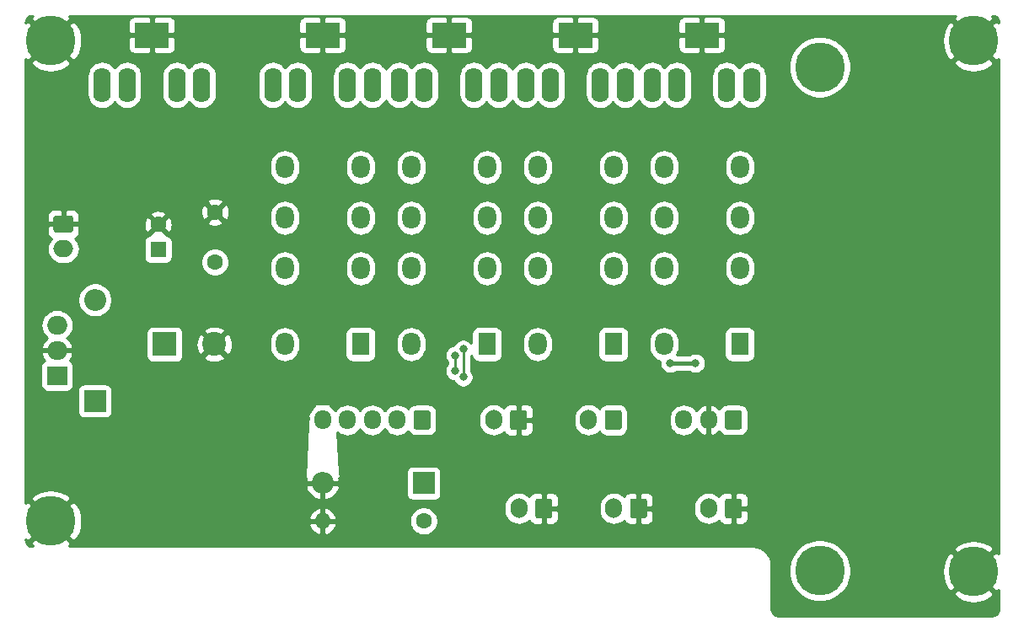
<source format=gbl>
%TF.GenerationSoftware,KiCad,Pcbnew,(5.1.8)-1*%
%TF.CreationDate,2021-01-28T04:03:39+01:00*%
%TF.ProjectId,VU Switch,56552053-7769-4746-9368-2e6b69636164,rev?*%
%TF.SameCoordinates,Original*%
%TF.FileFunction,Copper,L2,Bot*%
%TF.FilePolarity,Positive*%
%FSLAX46Y46*%
G04 Gerber Fmt 4.6, Leading zero omitted, Abs format (unit mm)*
G04 Created by KiCad (PCBNEW (5.1.8)-1) date 2021-01-28 04:03:39*
%MOMM*%
%LPD*%
G01*
G04 APERTURE LIST*
%TA.AperFunction,ComponentPad*%
%ADD10O,1.800000X2.300000*%
%TD*%
%TA.AperFunction,ComponentPad*%
%ADD11R,1.800000X2.300000*%
%TD*%
%TA.AperFunction,ComponentPad*%
%ADD12O,1.700000X1.950000*%
%TD*%
%TA.AperFunction,ComponentPad*%
%ADD13R,2.200000X2.200000*%
%TD*%
%TA.AperFunction,ComponentPad*%
%ADD14O,2.200000X2.200000*%
%TD*%
%TA.AperFunction,ComponentPad*%
%ADD15O,1.700000X2.000000*%
%TD*%
%TA.AperFunction,ComponentPad*%
%ADD16C,1.600000*%
%TD*%
%TA.AperFunction,WasherPad*%
%ADD17C,5.000000*%
%TD*%
%TA.AperFunction,ComponentPad*%
%ADD18C,5.000000*%
%TD*%
%TA.AperFunction,ComponentPad*%
%ADD19R,2.400000X2.400000*%
%TD*%
%TA.AperFunction,ComponentPad*%
%ADD20C,2.400000*%
%TD*%
%TA.AperFunction,ComponentPad*%
%ADD21R,1.600000X1.600000*%
%TD*%
%TA.AperFunction,ComponentPad*%
%ADD22O,1.750000X3.500000*%
%TD*%
%TA.AperFunction,ComponentPad*%
%ADD23R,3.500000X2.500000*%
%TD*%
%TA.AperFunction,ComponentPad*%
%ADD24O,1.600000X1.600000*%
%TD*%
%TA.AperFunction,ComponentPad*%
%ADD25R,2.000000X1.905000*%
%TD*%
%TA.AperFunction,ComponentPad*%
%ADD26O,2.000000X1.905000*%
%TD*%
%TA.AperFunction,ComponentPad*%
%ADD27O,2.000000X1.700000*%
%TD*%
%TA.AperFunction,ViaPad*%
%ADD28C,0.800000*%
%TD*%
%TA.AperFunction,Conductor*%
%ADD29C,0.381000*%
%TD*%
%TA.AperFunction,Conductor*%
%ADD30C,0.250000*%
%TD*%
%TA.AperFunction,Conductor*%
%ADD31C,0.254000*%
%TD*%
%TA.AperFunction,Conductor*%
%ADD32C,0.100000*%
%TD*%
G04 APERTURE END LIST*
D10*
%TO.P,K1,16*%
%TO.N,SELECT_4*%
X153670000Y-83820000D03*
%TO.P,K1,13*%
%TO.N,OUT_L*%
X153670000Y-76200000D03*
%TO.P,K1,11*%
%TO.N,N/C*%
X153670000Y-71120000D03*
%TO.P,K1,9*%
%TO.N,Net-(J4-Pad5)*%
X153670000Y-66040000D03*
%TO.P,K1,8*%
%TO.N,Net-(J4-Pad2)*%
X161290000Y-66040000D03*
%TO.P,K1,6*%
%TO.N,N/C*%
X161290000Y-71120000D03*
%TO.P,K1,4*%
%TO.N,OUT_R*%
X161290000Y-76200000D03*
D11*
%TO.P,K1,1*%
%TO.N,+5V*%
X161290000Y-83820000D03*
%TD*%
D10*
%TO.P,K2,16*%
%TO.N,SELECT_3*%
X140970000Y-83820000D03*
%TO.P,K2,13*%
%TO.N,OUT_L*%
X140970000Y-76200000D03*
%TO.P,K2,11*%
%TO.N,N/C*%
X140970000Y-71120000D03*
%TO.P,K2,9*%
%TO.N,Net-(J5-Pad5)*%
X140970000Y-66040000D03*
%TO.P,K2,8*%
%TO.N,Net-(J5-Pad2)*%
X148590000Y-66040000D03*
%TO.P,K2,6*%
%TO.N,N/C*%
X148590000Y-71120000D03*
%TO.P,K2,4*%
%TO.N,OUT_R*%
X148590000Y-76200000D03*
D11*
%TO.P,K2,1*%
%TO.N,+5V*%
X148590000Y-83820000D03*
%TD*%
D10*
%TO.P,K3,16*%
%TO.N,SELECT_2*%
X128270000Y-83820000D03*
%TO.P,K3,13*%
%TO.N,OUT_L*%
X128270000Y-76200000D03*
%TO.P,K3,11*%
%TO.N,N/C*%
X128270000Y-71120000D03*
%TO.P,K3,9*%
%TO.N,Net-(J6-Pad5)*%
X128270000Y-66040000D03*
%TO.P,K3,8*%
%TO.N,Net-(J6-Pad2)*%
X135890000Y-66040000D03*
%TO.P,K3,6*%
%TO.N,N/C*%
X135890000Y-71120000D03*
%TO.P,K3,4*%
%TO.N,OUT_R*%
X135890000Y-76200000D03*
D11*
%TO.P,K3,1*%
%TO.N,+5V*%
X135890000Y-83820000D03*
%TD*%
D10*
%TO.P,K4,16*%
%TO.N,SELECT_1*%
X115570000Y-83820000D03*
%TO.P,K4,13*%
%TO.N,OUT_L*%
X115570000Y-76200000D03*
%TO.P,K4,11*%
%TO.N,N/C*%
X115570000Y-71120000D03*
%TO.P,K4,9*%
%TO.N,Net-(J7-Pad5)*%
X115570000Y-66040000D03*
%TO.P,K4,8*%
%TO.N,Net-(J7-Pad2)*%
X123190000Y-66040000D03*
%TO.P,K4,6*%
%TO.N,N/C*%
X123190000Y-71120000D03*
%TO.P,K4,4*%
%TO.N,OUT_R*%
X123190000Y-76200000D03*
D11*
%TO.P,K4,1*%
%TO.N,+5V*%
X123190000Y-83820000D03*
%TD*%
%TO.P,J3,1*%
%TO.N,SELECT_4*%
%TA.AperFunction,ComponentPad*%
G36*
G01*
X130230000Y-90715000D02*
X130230000Y-92165000D01*
G75*
G02*
X129980000Y-92415000I-250000J0D01*
G01*
X128780000Y-92415000D01*
G75*
G02*
X128530000Y-92165000I0J250000D01*
G01*
X128530000Y-90715000D01*
G75*
G02*
X128780000Y-90465000I250000J0D01*
G01*
X129980000Y-90465000D01*
G75*
G02*
X130230000Y-90715000I0J-250000D01*
G01*
G37*
%TD.AperFunction*%
D12*
%TO.P,J3,2*%
%TO.N,SELECT_3*%
X126880000Y-91440000D03*
%TO.P,J3,3*%
%TO.N,SELECT_2*%
X124380000Y-91440000D03*
%TO.P,J3,4*%
%TO.N,SELECT_1*%
X121880000Y-91440000D03*
%TO.P,J3,5*%
%TO.N,GND*%
X119380000Y-91440000D03*
%TD*%
D13*
%TO.P,D2,1*%
%TO.N,+5V*%
X129540000Y-97790000D03*
D14*
%TO.P,D2,2*%
%TO.N,GND*%
X119380000Y-97790000D03*
%TD*%
%TO.P,J10,1*%
%TO.N,GND*%
%TA.AperFunction,ComponentPad*%
G36*
G01*
X161505000Y-99580000D02*
X161505000Y-101080000D01*
G75*
G02*
X161255000Y-101330000I-250000J0D01*
G01*
X160055000Y-101330000D01*
G75*
G02*
X159805000Y-101080000I0J250000D01*
G01*
X159805000Y-99580000D01*
G75*
G02*
X160055000Y-99330000I250000J0D01*
G01*
X161255000Y-99330000D01*
G75*
G02*
X161505000Y-99580000I0J-250000D01*
G01*
G37*
%TD.AperFunction*%
D15*
%TO.P,J10,2*%
%TO.N,+12V*%
X158155000Y-100330000D03*
%TD*%
%TO.P,J2,1*%
%TO.N,GND*%
%TA.AperFunction,ComponentPad*%
G36*
G01*
X142455000Y-99580000D02*
X142455000Y-101080000D01*
G75*
G02*
X142205000Y-101330000I-250000J0D01*
G01*
X141005000Y-101330000D01*
G75*
G02*
X140755000Y-101080000I0J250000D01*
G01*
X140755000Y-99580000D01*
G75*
G02*
X141005000Y-99330000I250000J0D01*
G01*
X142205000Y-99330000D01*
G75*
G02*
X142455000Y-99580000I0J-250000D01*
G01*
G37*
%TD.AperFunction*%
%TO.P,J2,2*%
%TO.N,+12V*%
X139105000Y-100330000D03*
%TD*%
%TO.P,J13,2*%
%TO.N,+12V*%
X148630000Y-100330000D03*
%TO.P,J13,1*%
%TO.N,GND*%
%TA.AperFunction,ComponentPad*%
G36*
G01*
X151980000Y-99580000D02*
X151980000Y-101080000D01*
G75*
G02*
X151730000Y-101330000I-250000J0D01*
G01*
X150530000Y-101330000D01*
G75*
G02*
X150280000Y-101080000I0J250000D01*
G01*
X150280000Y-99580000D01*
G75*
G02*
X150530000Y-99330000I250000J0D01*
G01*
X151730000Y-99330000D01*
G75*
G02*
X151980000Y-99580000I0J-250000D01*
G01*
G37*
%TD.AperFunction*%
%TD*%
D16*
%TO.P,C3,1*%
%TO.N,+5V*%
X108585000Y-75565000D03*
%TO.P,C3,2*%
%TO.N,GND*%
X108585000Y-70565000D03*
%TD*%
D17*
%TO.P,A1,*%
%TO.N,*%
X169345000Y-106580000D03*
X169345000Y-55980000D03*
%TD*%
D18*
%TO.P,M1,1*%
%TO.N,GND*%
X92075000Y-101600000D03*
%TD*%
%TO.P,M2,1*%
%TO.N,GND*%
X184785000Y-106680000D03*
%TD*%
%TO.P,M3,1*%
%TO.N,GND*%
X184785000Y-53340000D03*
%TD*%
%TO.P,M4,1*%
%TO.N,GND*%
X92075000Y-53340000D03*
%TD*%
D19*
%TO.P,C1,1*%
%TO.N,+12V*%
X103505000Y-83820000D03*
D20*
%TO.P,C1,2*%
%TO.N,GND*%
X108505000Y-83820000D03*
%TD*%
D16*
%TO.P,C2,2*%
%TO.N,GND*%
X102870000Y-71795000D03*
D21*
%TO.P,C2,1*%
%TO.N,+5V*%
X102870000Y-74295000D03*
%TD*%
D14*
%TO.P,D1,2*%
%TO.N,Net-(D1-Pad2)*%
X96520000Y-79375000D03*
D13*
%TO.P,D1,1*%
%TO.N,+12V*%
X96520000Y-89535000D03*
%TD*%
D22*
%TO.P,J4,4*%
%TO.N,N/C*%
X154980000Y-57766000D03*
%TO.P,J4,3*%
X159980000Y-57766000D03*
%TO.P,J4,5*%
%TO.N,Net-(J4-Pad5)*%
X152480000Y-57766000D03*
%TO.P,J4,2*%
%TO.N,Net-(J4-Pad2)*%
X162480000Y-57766000D03*
D23*
%TO.P,J4,1*%
%TO.N,GND*%
X157480000Y-52760000D03*
%TD*%
%TO.P,J5,1*%
%TO.N,GND*%
X144780000Y-52760000D03*
D22*
%TO.P,J5,2*%
%TO.N,Net-(J5-Pad2)*%
X149780000Y-57766000D03*
%TO.P,J5,5*%
%TO.N,Net-(J5-Pad5)*%
X139780000Y-57766000D03*
%TO.P,J5,3*%
%TO.N,N/C*%
X147280000Y-57766000D03*
%TO.P,J5,4*%
X142280000Y-57766000D03*
%TD*%
%TO.P,J6,4*%
%TO.N,N/C*%
X129580000Y-57766000D03*
%TO.P,J6,3*%
X134580000Y-57766000D03*
%TO.P,J6,5*%
%TO.N,Net-(J6-Pad5)*%
X127080000Y-57766000D03*
%TO.P,J6,2*%
%TO.N,Net-(J6-Pad2)*%
X137080000Y-57766000D03*
D23*
%TO.P,J6,1*%
%TO.N,GND*%
X132080000Y-52760000D03*
%TD*%
%TO.P,J7,1*%
%TO.N,GND*%
X119380000Y-52760000D03*
D22*
%TO.P,J7,2*%
%TO.N,Net-(J7-Pad2)*%
X124380000Y-57766000D03*
%TO.P,J7,5*%
%TO.N,Net-(J7-Pad5)*%
X114380000Y-57766000D03*
%TO.P,J7,3*%
%TO.N,N/C*%
X121880000Y-57766000D03*
%TO.P,J7,4*%
X116880000Y-57766000D03*
%TD*%
D23*
%TO.P,J8,1*%
%TO.N,GND*%
X102235000Y-52760000D03*
D22*
%TO.P,J8,2*%
%TO.N,OUT_R*%
X107235000Y-57766000D03*
%TO.P,J8,5*%
%TO.N,OUT_L*%
X97235000Y-57766000D03*
%TO.P,J8,3*%
%TO.N,N/C*%
X104735000Y-57766000D03*
%TO.P,J8,4*%
X99735000Y-57766000D03*
%TD*%
%TO.P,J9,1*%
%TO.N,OUT_R*%
%TA.AperFunction,ComponentPad*%
G36*
G01*
X161505000Y-90715000D02*
X161505000Y-92165000D01*
G75*
G02*
X161255000Y-92415000I-250000J0D01*
G01*
X160055000Y-92415000D01*
G75*
G02*
X159805000Y-92165000I0J250000D01*
G01*
X159805000Y-90715000D01*
G75*
G02*
X160055000Y-90465000I250000J0D01*
G01*
X161255000Y-90465000D01*
G75*
G02*
X161505000Y-90715000I0J-250000D01*
G01*
G37*
%TD.AperFunction*%
D12*
%TO.P,J9,2*%
%TO.N,GND*%
X158155000Y-91440000D03*
%TO.P,J9,3*%
%TO.N,OUT_L*%
X155655000Y-91440000D03*
%TD*%
D15*
%TO.P,J11,2*%
%TO.N,+5V*%
X146090000Y-91440000D03*
%TO.P,J11,1*%
%TO.N,Net-(J11-Pad1)*%
%TA.AperFunction,ComponentPad*%
G36*
G01*
X149440000Y-90690000D02*
X149440000Y-92190000D01*
G75*
G02*
X149190000Y-92440000I-250000J0D01*
G01*
X147990000Y-92440000D01*
G75*
G02*
X147740000Y-92190000I0J250000D01*
G01*
X147740000Y-90690000D01*
G75*
G02*
X147990000Y-90440000I250000J0D01*
G01*
X149190000Y-90440000D01*
G75*
G02*
X149440000Y-90690000I0J-250000D01*
G01*
G37*
%TD.AperFunction*%
%TD*%
%TO.P,J12,1*%
%TO.N,GND*%
%TA.AperFunction,ComponentPad*%
G36*
G01*
X139915000Y-90690000D02*
X139915000Y-92190000D01*
G75*
G02*
X139665000Y-92440000I-250000J0D01*
G01*
X138465000Y-92440000D01*
G75*
G02*
X138215000Y-92190000I0J250000D01*
G01*
X138215000Y-90690000D01*
G75*
G02*
X138465000Y-90440000I250000J0D01*
G01*
X139665000Y-90440000D01*
G75*
G02*
X139915000Y-90690000I0J-250000D01*
G01*
G37*
%TD.AperFunction*%
%TO.P,J12,2*%
%TO.N,+5V*%
X136565000Y-91440000D03*
%TD*%
D16*
%TO.P,R1,1*%
%TO.N,Net-(J11-Pad1)*%
X129540000Y-101600000D03*
D24*
%TO.P,R1,2*%
%TO.N,GND*%
X119380000Y-101600000D03*
%TD*%
D25*
%TO.P,U1,1*%
%TO.N,+12V*%
X92710000Y-86995000D03*
D26*
%TO.P,U1,2*%
%TO.N,GND*%
X92710000Y-84455000D03*
%TO.P,U1,3*%
%TO.N,+5V*%
X92710000Y-81915000D03*
%TD*%
%TO.P,J1,1*%
%TO.N,GND*%
%TA.AperFunction,ComponentPad*%
G36*
G01*
X92595000Y-70905000D02*
X94095000Y-70905000D01*
G75*
G02*
X94345000Y-71155000I0J-250000D01*
G01*
X94345000Y-72355000D01*
G75*
G02*
X94095000Y-72605000I-250000J0D01*
G01*
X92595000Y-72605000D01*
G75*
G02*
X92345000Y-72355000I0J250000D01*
G01*
X92345000Y-71155000D01*
G75*
G02*
X92595000Y-70905000I250000J0D01*
G01*
G37*
%TD.AperFunction*%
D27*
%TO.P,J1,2*%
%TO.N,Net-(D1-Pad2)*%
X93345000Y-74255000D03*
%TD*%
D28*
%TO.N,+5V*%
X154305000Y-85725000D03*
X156845000Y-85725000D03*
%TO.N,SELECT_3*%
X133513036Y-84331888D03*
X133513036Y-87118112D03*
%TO.N,SELECT_4*%
X132715000Y-86515500D03*
X132715000Y-84934500D03*
%TD*%
D29*
%TO.N,+5V*%
X154305000Y-85725000D02*
X156845000Y-85725000D01*
D30*
%TO.N,SELECT_3*%
X133513036Y-84331888D02*
X133513036Y-87118112D01*
%TO.N,SELECT_4*%
X132715000Y-86515500D02*
X132715000Y-84934500D01*
%TD*%
D31*
%TO.N,GND*%
X90051457Y-51136852D02*
X92075000Y-53160395D01*
X94098543Y-51136852D01*
X93892490Y-50825000D01*
X182967510Y-50825000D01*
X182761457Y-51136852D01*
X184785000Y-53160395D01*
X186808543Y-51136852D01*
X186602490Y-50825000D01*
X186657721Y-50825000D01*
X186807869Y-50839722D01*
X186921246Y-50873953D01*
X187025819Y-50929555D01*
X187117596Y-51004407D01*
X187193091Y-51095664D01*
X187249419Y-51199844D01*
X187284440Y-51312976D01*
X187300001Y-51461031D01*
X187300001Y-51522511D01*
X186988148Y-51316457D01*
X184964605Y-53340000D01*
X186988148Y-55363543D01*
X187300001Y-55157489D01*
X187300000Y-104862511D01*
X186988148Y-104656457D01*
X184964605Y-106680000D01*
X186988148Y-108703543D01*
X187300000Y-108497490D01*
X187300000Y-110457721D01*
X187285278Y-110607869D01*
X187251047Y-110721246D01*
X187195446Y-110825817D01*
X187120594Y-110917595D01*
X187029335Y-110993091D01*
X186925160Y-111049419D01*
X186812024Y-111084440D01*
X186663979Y-111100000D01*
X165132279Y-111100000D01*
X164982131Y-111085278D01*
X164868754Y-111051047D01*
X164764183Y-110995446D01*
X164672405Y-110920594D01*
X164596909Y-110829335D01*
X164540581Y-110725160D01*
X164505560Y-110612024D01*
X164490000Y-110463979D01*
X164490000Y-106271229D01*
X166210000Y-106271229D01*
X166210000Y-106888771D01*
X166330476Y-107494446D01*
X166566799Y-108064979D01*
X166909886Y-108578446D01*
X167346554Y-109015114D01*
X167860021Y-109358201D01*
X168430554Y-109594524D01*
X169036229Y-109715000D01*
X169653771Y-109715000D01*
X170259446Y-109594524D01*
X170829979Y-109358201D01*
X171343446Y-109015114D01*
X171475412Y-108883148D01*
X182761457Y-108883148D01*
X183037627Y-109301118D01*
X183582557Y-109591649D01*
X184173696Y-109770287D01*
X184788328Y-109830168D01*
X185402831Y-109768990D01*
X185993592Y-109589103D01*
X186532373Y-109301118D01*
X186808543Y-108883148D01*
X184785000Y-106859605D01*
X182761457Y-108883148D01*
X171475412Y-108883148D01*
X171780114Y-108578446D01*
X172123201Y-108064979D01*
X172359524Y-107494446D01*
X172480000Y-106888771D01*
X172480000Y-106683328D01*
X181634832Y-106683328D01*
X181696010Y-107297831D01*
X181875897Y-107888592D01*
X182163882Y-108427373D01*
X182581852Y-108703543D01*
X184605395Y-106680000D01*
X182581852Y-104656457D01*
X182163882Y-104932627D01*
X181873351Y-105477557D01*
X181694713Y-106068696D01*
X181634832Y-106683328D01*
X172480000Y-106683328D01*
X172480000Y-106271229D01*
X172359524Y-105665554D01*
X172123201Y-105095021D01*
X171780114Y-104581554D01*
X171675412Y-104476852D01*
X182761457Y-104476852D01*
X184785000Y-106500395D01*
X186808543Y-104476852D01*
X186532373Y-104058882D01*
X185987443Y-103768351D01*
X185396304Y-103589713D01*
X184781672Y-103529832D01*
X184167169Y-103591010D01*
X183576408Y-103770897D01*
X183037627Y-104058882D01*
X182761457Y-104476852D01*
X171675412Y-104476852D01*
X171343446Y-104144886D01*
X170829979Y-103801799D01*
X170259446Y-103565476D01*
X169653771Y-103445000D01*
X169036229Y-103445000D01*
X168430554Y-103565476D01*
X167860021Y-103801799D01*
X167346554Y-104144886D01*
X166909886Y-104581554D01*
X166566799Y-105095021D01*
X166330476Y-105665554D01*
X166210000Y-106271229D01*
X164490000Y-106271229D01*
X164490000Y-106012581D01*
X164487198Y-105984135D01*
X164487253Y-105976318D01*
X164486354Y-105967147D01*
X164460446Y-105720644D01*
X164448414Y-105662028D01*
X164437208Y-105603284D01*
X164434544Y-105594462D01*
X164361249Y-105357686D01*
X164338074Y-105302555D01*
X164315661Y-105247080D01*
X164311334Y-105238944D01*
X164193446Y-105020914D01*
X164160012Y-104971346D01*
X164127240Y-104921265D01*
X164121416Y-104914124D01*
X163963423Y-104723144D01*
X163920988Y-104681005D01*
X163879125Y-104638255D01*
X163872024Y-104632381D01*
X163679946Y-104475727D01*
X163630169Y-104442655D01*
X163580763Y-104408826D01*
X163572657Y-104404444D01*
X163353809Y-104288081D01*
X163298532Y-104265298D01*
X163243525Y-104241721D01*
X163234722Y-104238997D01*
X162997441Y-104167357D01*
X162938754Y-104155736D01*
X162880248Y-104143300D01*
X162871085Y-104142337D01*
X162871083Y-104142337D01*
X162624405Y-104118150D01*
X162624402Y-104118150D01*
X162592419Y-104115000D01*
X93892490Y-104115000D01*
X94098543Y-103803148D01*
X92075000Y-101779605D01*
X90051457Y-103803148D01*
X90257510Y-104115000D01*
X90202279Y-104115000D01*
X90052131Y-104100278D01*
X89938754Y-104066047D01*
X89834183Y-104010446D01*
X89742405Y-103935594D01*
X89666909Y-103844335D01*
X89610581Y-103740160D01*
X89575560Y-103627024D01*
X89560000Y-103478979D01*
X89560000Y-103417490D01*
X89871852Y-103623543D01*
X91895395Y-101600000D01*
X92254605Y-101600000D01*
X94278148Y-103623543D01*
X94696118Y-103347373D01*
X94986649Y-102802443D01*
X95165287Y-102211304D01*
X95190838Y-101949039D01*
X117988096Y-101949039D01*
X118028754Y-102083087D01*
X118148963Y-102337420D01*
X118316481Y-102563414D01*
X118524869Y-102752385D01*
X118766119Y-102897070D01*
X119030960Y-102991909D01*
X119253000Y-102870624D01*
X119253000Y-101727000D01*
X119507000Y-101727000D01*
X119507000Y-102870624D01*
X119729040Y-102991909D01*
X119993881Y-102897070D01*
X120235131Y-102752385D01*
X120443519Y-102563414D01*
X120611037Y-102337420D01*
X120731246Y-102083087D01*
X120771904Y-101949039D01*
X120649915Y-101727000D01*
X119507000Y-101727000D01*
X119253000Y-101727000D01*
X118110085Y-101727000D01*
X117988096Y-101949039D01*
X95190838Y-101949039D01*
X95225168Y-101596672D01*
X95190751Y-101250961D01*
X117988096Y-101250961D01*
X118110085Y-101473000D01*
X119253000Y-101473000D01*
X119253000Y-100329376D01*
X119507000Y-100329376D01*
X119507000Y-101473000D01*
X120649915Y-101473000D01*
X120657790Y-101458665D01*
X128105000Y-101458665D01*
X128105000Y-101741335D01*
X128160147Y-102018574D01*
X128268320Y-102279727D01*
X128425363Y-102514759D01*
X128625241Y-102714637D01*
X128860273Y-102871680D01*
X129121426Y-102979853D01*
X129398665Y-103035000D01*
X129681335Y-103035000D01*
X129958574Y-102979853D01*
X130219727Y-102871680D01*
X130454759Y-102714637D01*
X130654637Y-102514759D01*
X130811680Y-102279727D01*
X130919853Y-102018574D01*
X130975000Y-101741335D01*
X130975000Y-101458665D01*
X130919853Y-101181426D01*
X130811680Y-100920273D01*
X130654637Y-100685241D01*
X130454759Y-100485363D01*
X130219727Y-100328320D01*
X129958574Y-100220147D01*
X129681335Y-100165000D01*
X129398665Y-100165000D01*
X129121426Y-100220147D01*
X128860273Y-100328320D01*
X128625241Y-100485363D01*
X128425363Y-100685241D01*
X128268320Y-100920273D01*
X128160147Y-101181426D01*
X128105000Y-101458665D01*
X120657790Y-101458665D01*
X120771904Y-101250961D01*
X120731246Y-101116913D01*
X120611037Y-100862580D01*
X120443519Y-100636586D01*
X120235131Y-100447615D01*
X119993881Y-100302930D01*
X119729040Y-100208091D01*
X119507000Y-100329376D01*
X119253000Y-100329376D01*
X119030960Y-100208091D01*
X118766119Y-100302930D01*
X118524869Y-100447615D01*
X118316481Y-100636586D01*
X118148963Y-100862580D01*
X118028754Y-101116913D01*
X117988096Y-101250961D01*
X95190751Y-101250961D01*
X95163990Y-100982169D01*
X94984103Y-100391408D01*
X94832111Y-100107050D01*
X137620000Y-100107050D01*
X137620000Y-100552949D01*
X137641487Y-100771110D01*
X137726401Y-101051033D01*
X137864294Y-101309013D01*
X138049866Y-101535134D01*
X138275986Y-101720706D01*
X138533966Y-101858599D01*
X138813889Y-101943513D01*
X139105000Y-101972185D01*
X139396110Y-101943513D01*
X139676033Y-101858599D01*
X139934013Y-101720706D01*
X140154945Y-101539392D01*
X140165498Y-101574180D01*
X140224463Y-101684494D01*
X140303815Y-101781185D01*
X140400506Y-101860537D01*
X140510820Y-101919502D01*
X140630518Y-101955812D01*
X140755000Y-101968072D01*
X141319250Y-101965000D01*
X141478000Y-101806250D01*
X141478000Y-100457000D01*
X141732000Y-100457000D01*
X141732000Y-101806250D01*
X141890750Y-101965000D01*
X142455000Y-101968072D01*
X142579482Y-101955812D01*
X142699180Y-101919502D01*
X142809494Y-101860537D01*
X142906185Y-101781185D01*
X142985537Y-101684494D01*
X143044502Y-101574180D01*
X143080812Y-101454482D01*
X143093072Y-101330000D01*
X143090000Y-100615750D01*
X142931250Y-100457000D01*
X141732000Y-100457000D01*
X141478000Y-100457000D01*
X141458000Y-100457000D01*
X141458000Y-100203000D01*
X141478000Y-100203000D01*
X141478000Y-98853750D01*
X141732000Y-98853750D01*
X141732000Y-100203000D01*
X142931250Y-100203000D01*
X143027200Y-100107050D01*
X147145000Y-100107050D01*
X147145000Y-100552949D01*
X147166487Y-100771110D01*
X147251401Y-101051033D01*
X147389294Y-101309013D01*
X147574866Y-101535134D01*
X147800986Y-101720706D01*
X148058966Y-101858599D01*
X148338889Y-101943513D01*
X148630000Y-101972185D01*
X148921110Y-101943513D01*
X149201033Y-101858599D01*
X149459013Y-101720706D01*
X149679945Y-101539392D01*
X149690498Y-101574180D01*
X149749463Y-101684494D01*
X149828815Y-101781185D01*
X149925506Y-101860537D01*
X150035820Y-101919502D01*
X150155518Y-101955812D01*
X150280000Y-101968072D01*
X150844250Y-101965000D01*
X151003000Y-101806250D01*
X151003000Y-100457000D01*
X151257000Y-100457000D01*
X151257000Y-101806250D01*
X151415750Y-101965000D01*
X151980000Y-101968072D01*
X152104482Y-101955812D01*
X152224180Y-101919502D01*
X152334494Y-101860537D01*
X152431185Y-101781185D01*
X152510537Y-101684494D01*
X152569502Y-101574180D01*
X152605812Y-101454482D01*
X152618072Y-101330000D01*
X152615000Y-100615750D01*
X152456250Y-100457000D01*
X151257000Y-100457000D01*
X151003000Y-100457000D01*
X150983000Y-100457000D01*
X150983000Y-100203000D01*
X151003000Y-100203000D01*
X151003000Y-98853750D01*
X151257000Y-98853750D01*
X151257000Y-100203000D01*
X152456250Y-100203000D01*
X152552200Y-100107050D01*
X156670000Y-100107050D01*
X156670000Y-100552949D01*
X156691487Y-100771110D01*
X156776401Y-101051033D01*
X156914294Y-101309013D01*
X157099866Y-101535134D01*
X157325986Y-101720706D01*
X157583966Y-101858599D01*
X157863889Y-101943513D01*
X158155000Y-101972185D01*
X158446110Y-101943513D01*
X158726033Y-101858599D01*
X158984013Y-101720706D01*
X159204945Y-101539392D01*
X159215498Y-101574180D01*
X159274463Y-101684494D01*
X159353815Y-101781185D01*
X159450506Y-101860537D01*
X159560820Y-101919502D01*
X159680518Y-101955812D01*
X159805000Y-101968072D01*
X160369250Y-101965000D01*
X160528000Y-101806250D01*
X160528000Y-100457000D01*
X160782000Y-100457000D01*
X160782000Y-101806250D01*
X160940750Y-101965000D01*
X161505000Y-101968072D01*
X161629482Y-101955812D01*
X161749180Y-101919502D01*
X161859494Y-101860537D01*
X161956185Y-101781185D01*
X162035537Y-101684494D01*
X162094502Y-101574180D01*
X162130812Y-101454482D01*
X162143072Y-101330000D01*
X162140000Y-100615750D01*
X161981250Y-100457000D01*
X160782000Y-100457000D01*
X160528000Y-100457000D01*
X160508000Y-100457000D01*
X160508000Y-100203000D01*
X160528000Y-100203000D01*
X160528000Y-98853750D01*
X160782000Y-98853750D01*
X160782000Y-100203000D01*
X161981250Y-100203000D01*
X162140000Y-100044250D01*
X162143072Y-99330000D01*
X162130812Y-99205518D01*
X162094502Y-99085820D01*
X162035537Y-98975506D01*
X161956185Y-98878815D01*
X161859494Y-98799463D01*
X161749180Y-98740498D01*
X161629482Y-98704188D01*
X161505000Y-98691928D01*
X160940750Y-98695000D01*
X160782000Y-98853750D01*
X160528000Y-98853750D01*
X160369250Y-98695000D01*
X159805000Y-98691928D01*
X159680518Y-98704188D01*
X159560820Y-98740498D01*
X159450506Y-98799463D01*
X159353815Y-98878815D01*
X159274463Y-98975506D01*
X159215498Y-99085820D01*
X159204945Y-99120608D01*
X158984014Y-98939294D01*
X158726034Y-98801401D01*
X158446111Y-98716487D01*
X158155000Y-98687815D01*
X157863890Y-98716487D01*
X157583967Y-98801401D01*
X157325987Y-98939294D01*
X157099866Y-99124866D01*
X156914294Y-99350986D01*
X156776401Y-99608966D01*
X156691487Y-99888889D01*
X156670000Y-100107050D01*
X152552200Y-100107050D01*
X152615000Y-100044250D01*
X152618072Y-99330000D01*
X152605812Y-99205518D01*
X152569502Y-99085820D01*
X152510537Y-98975506D01*
X152431185Y-98878815D01*
X152334494Y-98799463D01*
X152224180Y-98740498D01*
X152104482Y-98704188D01*
X151980000Y-98691928D01*
X151415750Y-98695000D01*
X151257000Y-98853750D01*
X151003000Y-98853750D01*
X150844250Y-98695000D01*
X150280000Y-98691928D01*
X150155518Y-98704188D01*
X150035820Y-98740498D01*
X149925506Y-98799463D01*
X149828815Y-98878815D01*
X149749463Y-98975506D01*
X149690498Y-99085820D01*
X149679945Y-99120608D01*
X149459014Y-98939294D01*
X149201034Y-98801401D01*
X148921111Y-98716487D01*
X148630000Y-98687815D01*
X148338890Y-98716487D01*
X148058967Y-98801401D01*
X147800987Y-98939294D01*
X147574866Y-99124866D01*
X147389294Y-99350986D01*
X147251401Y-99608966D01*
X147166487Y-99888889D01*
X147145000Y-100107050D01*
X143027200Y-100107050D01*
X143090000Y-100044250D01*
X143093072Y-99330000D01*
X143080812Y-99205518D01*
X143044502Y-99085820D01*
X142985537Y-98975506D01*
X142906185Y-98878815D01*
X142809494Y-98799463D01*
X142699180Y-98740498D01*
X142579482Y-98704188D01*
X142455000Y-98691928D01*
X141890750Y-98695000D01*
X141732000Y-98853750D01*
X141478000Y-98853750D01*
X141319250Y-98695000D01*
X140755000Y-98691928D01*
X140630518Y-98704188D01*
X140510820Y-98740498D01*
X140400506Y-98799463D01*
X140303815Y-98878815D01*
X140224463Y-98975506D01*
X140165498Y-99085820D01*
X140154945Y-99120608D01*
X139934014Y-98939294D01*
X139676034Y-98801401D01*
X139396111Y-98716487D01*
X139105000Y-98687815D01*
X138813890Y-98716487D01*
X138533967Y-98801401D01*
X138275987Y-98939294D01*
X138049866Y-99124866D01*
X137864294Y-99350986D01*
X137726401Y-99608966D01*
X137641487Y-99888889D01*
X137620000Y-100107050D01*
X94832111Y-100107050D01*
X94696118Y-99852627D01*
X94278148Y-99576457D01*
X92254605Y-101600000D01*
X91895395Y-101600000D01*
X89871852Y-99576457D01*
X89560000Y-99782510D01*
X89560000Y-99396852D01*
X90051457Y-99396852D01*
X92075000Y-101420395D01*
X94098543Y-99396852D01*
X93822373Y-98978882D01*
X93277443Y-98688351D01*
X92686304Y-98509713D01*
X92071672Y-98449832D01*
X91457169Y-98511010D01*
X90866408Y-98690897D01*
X90327627Y-98978882D01*
X90051457Y-99396852D01*
X89560000Y-99396852D01*
X89560000Y-98186122D01*
X117690825Y-98186122D01*
X117755425Y-98399094D01*
X117905469Y-98704329D01*
X118112178Y-98974427D01*
X118367609Y-99199008D01*
X118661946Y-99369442D01*
X118983877Y-99479179D01*
X119253000Y-99361600D01*
X119253000Y-97917000D01*
X119507000Y-97917000D01*
X119507000Y-99361600D01*
X119776123Y-99479179D01*
X120098054Y-99369442D01*
X120392391Y-99199008D01*
X120647822Y-98974427D01*
X120854531Y-98704329D01*
X121004575Y-98399094D01*
X121069175Y-98186122D01*
X120951125Y-97917000D01*
X119507000Y-97917000D01*
X119253000Y-97917000D01*
X117808875Y-97917000D01*
X117690825Y-98186122D01*
X89560000Y-98186122D01*
X89560000Y-97147394D01*
X117602228Y-97147394D01*
X117604440Y-97179776D01*
X117611667Y-97203601D01*
X117623403Y-97225557D01*
X117639197Y-97244803D01*
X117658443Y-97260597D01*
X117680399Y-97272333D01*
X117704224Y-97279560D01*
X117724884Y-97281595D01*
X117690825Y-97393878D01*
X117808875Y-97663000D01*
X119253000Y-97663000D01*
X119253000Y-97643000D01*
X119507000Y-97643000D01*
X119507000Y-97663000D01*
X120951125Y-97663000D01*
X121069175Y-97393878D01*
X121035080Y-97281474D01*
X121063192Y-97277852D01*
X121086541Y-97269211D01*
X121107755Y-97256181D01*
X121126020Y-97239263D01*
X121140633Y-97219106D01*
X121151033Y-97196486D01*
X121156820Y-97172272D01*
X121157772Y-97147394D01*
X121130329Y-96690000D01*
X127801928Y-96690000D01*
X127801928Y-98890000D01*
X127814188Y-99014482D01*
X127850498Y-99134180D01*
X127909463Y-99244494D01*
X127988815Y-99341185D01*
X128085506Y-99420537D01*
X128195820Y-99479502D01*
X128315518Y-99515812D01*
X128440000Y-99528072D01*
X130640000Y-99528072D01*
X130764482Y-99515812D01*
X130884180Y-99479502D01*
X130994494Y-99420537D01*
X131091185Y-99341185D01*
X131170537Y-99244494D01*
X131229502Y-99134180D01*
X131265812Y-99014482D01*
X131278072Y-98890000D01*
X131278072Y-96690000D01*
X131265812Y-96565518D01*
X131229502Y-96445820D01*
X131170537Y-96335506D01*
X131091185Y-96238815D01*
X130994494Y-96159463D01*
X130884180Y-96100498D01*
X130764482Y-96064188D01*
X130640000Y-96051928D01*
X128440000Y-96051928D01*
X128315518Y-96064188D01*
X128195820Y-96100498D01*
X128085506Y-96159463D01*
X127988815Y-96238815D01*
X127909463Y-96335506D01*
X127850498Y-96445820D01*
X127814188Y-96565518D01*
X127801928Y-96690000D01*
X121130329Y-96690000D01*
X120889310Y-92673022D01*
X121050986Y-92805706D01*
X121308966Y-92943599D01*
X121588889Y-93028513D01*
X121880000Y-93057185D01*
X122171110Y-93028513D01*
X122451033Y-92943599D01*
X122709013Y-92805706D01*
X122935134Y-92620134D01*
X123120706Y-92394014D01*
X123130000Y-92376626D01*
X123139294Y-92394013D01*
X123324866Y-92620134D01*
X123550986Y-92805706D01*
X123808966Y-92943599D01*
X124088889Y-93028513D01*
X124380000Y-93057185D01*
X124671110Y-93028513D01*
X124951033Y-92943599D01*
X125209013Y-92805706D01*
X125435134Y-92620134D01*
X125620706Y-92394014D01*
X125630000Y-92376626D01*
X125639294Y-92394013D01*
X125824866Y-92620134D01*
X126050986Y-92805706D01*
X126308966Y-92943599D01*
X126588889Y-93028513D01*
X126880000Y-93057185D01*
X127171110Y-93028513D01*
X127451033Y-92943599D01*
X127709013Y-92805706D01*
X127935134Y-92620134D01*
X127987223Y-92556663D01*
X128041595Y-92658386D01*
X128152038Y-92792962D01*
X128286614Y-92903405D01*
X128440150Y-92985472D01*
X128606746Y-93036008D01*
X128780000Y-93053072D01*
X129980000Y-93053072D01*
X130153254Y-93036008D01*
X130319850Y-92985472D01*
X130473386Y-92903405D01*
X130607962Y-92792962D01*
X130718405Y-92658386D01*
X130800472Y-92504850D01*
X130851008Y-92338254D01*
X130868072Y-92165000D01*
X130868072Y-91217050D01*
X135080000Y-91217050D01*
X135080000Y-91662949D01*
X135101487Y-91881110D01*
X135186401Y-92161033D01*
X135324294Y-92419013D01*
X135509866Y-92645134D01*
X135735986Y-92830706D01*
X135993966Y-92968599D01*
X136273889Y-93053513D01*
X136565000Y-93082185D01*
X136856110Y-93053513D01*
X137136033Y-92968599D01*
X137394013Y-92830706D01*
X137614945Y-92649392D01*
X137625498Y-92684180D01*
X137684463Y-92794494D01*
X137763815Y-92891185D01*
X137860506Y-92970537D01*
X137970820Y-93029502D01*
X138090518Y-93065812D01*
X138215000Y-93078072D01*
X138779250Y-93075000D01*
X138938000Y-92916250D01*
X138938000Y-91567000D01*
X139192000Y-91567000D01*
X139192000Y-92916250D01*
X139350750Y-93075000D01*
X139915000Y-93078072D01*
X140039482Y-93065812D01*
X140159180Y-93029502D01*
X140269494Y-92970537D01*
X140366185Y-92891185D01*
X140445537Y-92794494D01*
X140504502Y-92684180D01*
X140540812Y-92564482D01*
X140553072Y-92440000D01*
X140550000Y-91725750D01*
X140391250Y-91567000D01*
X139192000Y-91567000D01*
X138938000Y-91567000D01*
X138918000Y-91567000D01*
X138918000Y-91313000D01*
X138938000Y-91313000D01*
X138938000Y-89963750D01*
X139192000Y-89963750D01*
X139192000Y-91313000D01*
X140391250Y-91313000D01*
X140487200Y-91217050D01*
X144605000Y-91217050D01*
X144605000Y-91662949D01*
X144626487Y-91881110D01*
X144711401Y-92161033D01*
X144849294Y-92419013D01*
X145034866Y-92645134D01*
X145260986Y-92830706D01*
X145518966Y-92968599D01*
X145798889Y-93053513D01*
X146090000Y-93082185D01*
X146381110Y-93053513D01*
X146661033Y-92968599D01*
X146919013Y-92830706D01*
X147145134Y-92645134D01*
X147197223Y-92581663D01*
X147251595Y-92683386D01*
X147362038Y-92817962D01*
X147496614Y-92928405D01*
X147650150Y-93010472D01*
X147816746Y-93061008D01*
X147990000Y-93078072D01*
X149190000Y-93078072D01*
X149363254Y-93061008D01*
X149529850Y-93010472D01*
X149683386Y-92928405D01*
X149817962Y-92817962D01*
X149928405Y-92683386D01*
X150010472Y-92529850D01*
X150061008Y-92363254D01*
X150078072Y-92190000D01*
X150078072Y-91242050D01*
X154170000Y-91242050D01*
X154170000Y-91637949D01*
X154191487Y-91856110D01*
X154276401Y-92136033D01*
X154414294Y-92394013D01*
X154599866Y-92620134D01*
X154825986Y-92805706D01*
X155083966Y-92943599D01*
X155363889Y-93028513D01*
X155655000Y-93057185D01*
X155946110Y-93028513D01*
X156226033Y-92943599D01*
X156484013Y-92805706D01*
X156710134Y-92620134D01*
X156895706Y-92394014D01*
X156909462Y-92368278D01*
X157065951Y-92574429D01*
X157283807Y-92767496D01*
X157535142Y-92914352D01*
X157798110Y-93006476D01*
X158028000Y-92885155D01*
X158028000Y-91567000D01*
X158008000Y-91567000D01*
X158008000Y-91313000D01*
X158028000Y-91313000D01*
X158028000Y-89994845D01*
X158282000Y-89994845D01*
X158282000Y-91313000D01*
X158302000Y-91313000D01*
X158302000Y-91567000D01*
X158282000Y-91567000D01*
X158282000Y-92885155D01*
X158511890Y-93006476D01*
X158774858Y-92914352D01*
X159026193Y-92767496D01*
X159244049Y-92574429D01*
X159260286Y-92553039D01*
X159316595Y-92658386D01*
X159427038Y-92792962D01*
X159561614Y-92903405D01*
X159715150Y-92985472D01*
X159881746Y-93036008D01*
X160055000Y-93053072D01*
X161255000Y-93053072D01*
X161428254Y-93036008D01*
X161594850Y-92985472D01*
X161748386Y-92903405D01*
X161882962Y-92792962D01*
X161993405Y-92658386D01*
X162075472Y-92504850D01*
X162126008Y-92338254D01*
X162143072Y-92165000D01*
X162143072Y-90715000D01*
X162126008Y-90541746D01*
X162075472Y-90375150D01*
X161993405Y-90221614D01*
X161882962Y-90087038D01*
X161748386Y-89976595D01*
X161594850Y-89894528D01*
X161428254Y-89843992D01*
X161255000Y-89826928D01*
X160055000Y-89826928D01*
X159881746Y-89843992D01*
X159715150Y-89894528D01*
X159561614Y-89976595D01*
X159427038Y-90087038D01*
X159316595Y-90221614D01*
X159260286Y-90326961D01*
X159244049Y-90305571D01*
X159026193Y-90112504D01*
X158774858Y-89965648D01*
X158511890Y-89873524D01*
X158282000Y-89994845D01*
X158028000Y-89994845D01*
X157798110Y-89873524D01*
X157535142Y-89965648D01*
X157283807Y-90112504D01*
X157065951Y-90305571D01*
X156909462Y-90511722D01*
X156895706Y-90485986D01*
X156710134Y-90259866D01*
X156484014Y-90074294D01*
X156226034Y-89936401D01*
X155946111Y-89851487D01*
X155655000Y-89822815D01*
X155363890Y-89851487D01*
X155083967Y-89936401D01*
X154825987Y-90074294D01*
X154599866Y-90259866D01*
X154414294Y-90485986D01*
X154276401Y-90743966D01*
X154191487Y-91023889D01*
X154170000Y-91242050D01*
X150078072Y-91242050D01*
X150078072Y-90690000D01*
X150061008Y-90516746D01*
X150010472Y-90350150D01*
X149928405Y-90196614D01*
X149817962Y-90062038D01*
X149683386Y-89951595D01*
X149529850Y-89869528D01*
X149363254Y-89818992D01*
X149190000Y-89801928D01*
X147990000Y-89801928D01*
X147816746Y-89818992D01*
X147650150Y-89869528D01*
X147496614Y-89951595D01*
X147362038Y-90062038D01*
X147251595Y-90196614D01*
X147197223Y-90298337D01*
X147145134Y-90234866D01*
X146919014Y-90049294D01*
X146661034Y-89911401D01*
X146381111Y-89826487D01*
X146090000Y-89797815D01*
X145798890Y-89826487D01*
X145518967Y-89911401D01*
X145260987Y-90049294D01*
X145034866Y-90234866D01*
X144849294Y-90460986D01*
X144711401Y-90718966D01*
X144626487Y-90998889D01*
X144605000Y-91217050D01*
X140487200Y-91217050D01*
X140550000Y-91154250D01*
X140553072Y-90440000D01*
X140540812Y-90315518D01*
X140504502Y-90195820D01*
X140445537Y-90085506D01*
X140366185Y-89988815D01*
X140269494Y-89909463D01*
X140159180Y-89850498D01*
X140039482Y-89814188D01*
X139915000Y-89801928D01*
X139350750Y-89805000D01*
X139192000Y-89963750D01*
X138938000Y-89963750D01*
X138779250Y-89805000D01*
X138215000Y-89801928D01*
X138090518Y-89814188D01*
X137970820Y-89850498D01*
X137860506Y-89909463D01*
X137763815Y-89988815D01*
X137684463Y-90085506D01*
X137625498Y-90195820D01*
X137614945Y-90230608D01*
X137394014Y-90049294D01*
X137136034Y-89911401D01*
X136856111Y-89826487D01*
X136565000Y-89797815D01*
X136273890Y-89826487D01*
X135993967Y-89911401D01*
X135735987Y-90049294D01*
X135509866Y-90234866D01*
X135324294Y-90460986D01*
X135186401Y-90718966D01*
X135101487Y-90998889D01*
X135080000Y-91217050D01*
X130868072Y-91217050D01*
X130868072Y-90715000D01*
X130851008Y-90541746D01*
X130800472Y-90375150D01*
X130718405Y-90221614D01*
X130607962Y-90087038D01*
X130473386Y-89976595D01*
X130319850Y-89894528D01*
X130153254Y-89843992D01*
X129980000Y-89826928D01*
X128780000Y-89826928D01*
X128606746Y-89843992D01*
X128440150Y-89894528D01*
X128286614Y-89976595D01*
X128152038Y-90087038D01*
X128041595Y-90221614D01*
X127987223Y-90323337D01*
X127935134Y-90259866D01*
X127709014Y-90074294D01*
X127451034Y-89936401D01*
X127171111Y-89851487D01*
X126880000Y-89822815D01*
X126588890Y-89851487D01*
X126308967Y-89936401D01*
X126050987Y-90074294D01*
X125824866Y-90259866D01*
X125639294Y-90485986D01*
X125630000Y-90503374D01*
X125620706Y-90485986D01*
X125435134Y-90259866D01*
X125209014Y-90074294D01*
X124951034Y-89936401D01*
X124671111Y-89851487D01*
X124380000Y-89822815D01*
X124088890Y-89851487D01*
X123808967Y-89936401D01*
X123550987Y-90074294D01*
X123324866Y-90259866D01*
X123139294Y-90485986D01*
X123130000Y-90503374D01*
X123120706Y-90485986D01*
X122935134Y-90259866D01*
X122709014Y-90074294D01*
X122451034Y-89936401D01*
X122171111Y-89851487D01*
X121880000Y-89822815D01*
X121588890Y-89851487D01*
X121308967Y-89936401D01*
X121050987Y-90074294D01*
X120824866Y-90259866D01*
X120639294Y-90485986D01*
X120625538Y-90511722D01*
X120469049Y-90305571D01*
X120415332Y-90257966D01*
X120118344Y-89842183D01*
X120104803Y-89826197D01*
X120085557Y-89810403D01*
X120063601Y-89798667D01*
X120039776Y-89791440D01*
X120015000Y-89789000D01*
X118745000Y-89789000D01*
X118724121Y-89790728D01*
X118700083Y-89797208D01*
X118677771Y-89808254D01*
X118658043Y-89823440D01*
X118641656Y-89842183D01*
X118344668Y-90257966D01*
X118290951Y-90305571D01*
X118114947Y-90537430D01*
X118050568Y-90669706D01*
X118006656Y-90731183D01*
X117995789Y-90749459D01*
X117987148Y-90772808D01*
X117983228Y-90797394D01*
X117981806Y-90821091D01*
X117913680Y-91080733D01*
X117961475Y-91159940D01*
X117924157Y-91781904D01*
X117913680Y-91799267D01*
X117921360Y-91828535D01*
X117602228Y-97147394D01*
X89560000Y-97147394D01*
X89560000Y-86042500D01*
X91071928Y-86042500D01*
X91071928Y-87947500D01*
X91084188Y-88071982D01*
X91120498Y-88191680D01*
X91179463Y-88301994D01*
X91258815Y-88398685D01*
X91355506Y-88478037D01*
X91465820Y-88537002D01*
X91585518Y-88573312D01*
X91710000Y-88585572D01*
X93710000Y-88585572D01*
X93834482Y-88573312D01*
X93954180Y-88537002D01*
X94064494Y-88478037D01*
X94116934Y-88435000D01*
X94781928Y-88435000D01*
X94781928Y-90635000D01*
X94794188Y-90759482D01*
X94830498Y-90879180D01*
X94889463Y-90989494D01*
X94968815Y-91086185D01*
X95065506Y-91165537D01*
X95175820Y-91224502D01*
X95295518Y-91260812D01*
X95420000Y-91273072D01*
X97620000Y-91273072D01*
X97744482Y-91260812D01*
X97864180Y-91224502D01*
X97974494Y-91165537D01*
X98071185Y-91086185D01*
X98150537Y-90989494D01*
X98209502Y-90879180D01*
X98245812Y-90759482D01*
X98258072Y-90635000D01*
X98258072Y-88435000D01*
X98245812Y-88310518D01*
X98209502Y-88190820D01*
X98150537Y-88080506D01*
X98071185Y-87983815D01*
X97974494Y-87904463D01*
X97864180Y-87845498D01*
X97744482Y-87809188D01*
X97620000Y-87796928D01*
X95420000Y-87796928D01*
X95295518Y-87809188D01*
X95175820Y-87845498D01*
X95065506Y-87904463D01*
X94968815Y-87983815D01*
X94889463Y-88080506D01*
X94830498Y-88190820D01*
X94794188Y-88310518D01*
X94781928Y-88435000D01*
X94116934Y-88435000D01*
X94161185Y-88398685D01*
X94240537Y-88301994D01*
X94299502Y-88191680D01*
X94335812Y-88071982D01*
X94348072Y-87947500D01*
X94348072Y-86042500D01*
X94335812Y-85918018D01*
X94299502Y-85798320D01*
X94240537Y-85688006D01*
X94161185Y-85591315D01*
X94064494Y-85511963D01*
X93972781Y-85462941D01*
X94085969Y-85321923D01*
X94229571Y-85046094D01*
X94300563Y-84827980D01*
X94180594Y-84582000D01*
X92837000Y-84582000D01*
X92837000Y-84602000D01*
X92583000Y-84602000D01*
X92583000Y-84582000D01*
X91239406Y-84582000D01*
X91119437Y-84827980D01*
X91190429Y-85046094D01*
X91334031Y-85321923D01*
X91447219Y-85462941D01*
X91355506Y-85511963D01*
X91258815Y-85591315D01*
X91179463Y-85688006D01*
X91120498Y-85798320D01*
X91084188Y-85918018D01*
X91071928Y-86042500D01*
X89560000Y-86042500D01*
X89560000Y-81915000D01*
X91067319Y-81915000D01*
X91097970Y-82226204D01*
X91188745Y-82525449D01*
X91336155Y-82801235D01*
X91534537Y-83042963D01*
X91713899Y-83190163D01*
X91528685Y-83345563D01*
X91334031Y-83588077D01*
X91190429Y-83863906D01*
X91119437Y-84082020D01*
X91239406Y-84328000D01*
X92583000Y-84328000D01*
X92583000Y-84308000D01*
X92837000Y-84308000D01*
X92837000Y-84328000D01*
X94180594Y-84328000D01*
X94300563Y-84082020D01*
X94229571Y-83863906D01*
X94085969Y-83588077D01*
X93891315Y-83345563D01*
X93706101Y-83190163D01*
X93885463Y-83042963D01*
X94083845Y-82801235D01*
X94180716Y-82620000D01*
X101666928Y-82620000D01*
X101666928Y-85020000D01*
X101679188Y-85144482D01*
X101715498Y-85264180D01*
X101774463Y-85374494D01*
X101853815Y-85471185D01*
X101950506Y-85550537D01*
X102060820Y-85609502D01*
X102180518Y-85645812D01*
X102305000Y-85658072D01*
X104705000Y-85658072D01*
X104829482Y-85645812D01*
X104949180Y-85609502D01*
X105059494Y-85550537D01*
X105156185Y-85471185D01*
X105235537Y-85374494D01*
X105294502Y-85264180D01*
X105330812Y-85144482D01*
X105335391Y-85097980D01*
X107406626Y-85097980D01*
X107526514Y-85382836D01*
X107850210Y-85543699D01*
X108199069Y-85638322D01*
X108559684Y-85663067D01*
X108918198Y-85616985D01*
X109260833Y-85501846D01*
X109483486Y-85382836D01*
X109603374Y-85097980D01*
X108505000Y-83999605D01*
X107406626Y-85097980D01*
X105335391Y-85097980D01*
X105343072Y-85020000D01*
X105343072Y-83874684D01*
X106661933Y-83874684D01*
X106708015Y-84233198D01*
X106823154Y-84575833D01*
X106942164Y-84798486D01*
X107227020Y-84918374D01*
X108325395Y-83820000D01*
X108684605Y-83820000D01*
X109782980Y-84918374D01*
X110067836Y-84798486D01*
X110228699Y-84474790D01*
X110323322Y-84125931D01*
X110348067Y-83765316D01*
X110313270Y-83494593D01*
X114035000Y-83494593D01*
X114035000Y-84145408D01*
X114057210Y-84370913D01*
X114144983Y-84660261D01*
X114287519Y-84926927D01*
X114479339Y-85160661D01*
X114713074Y-85352481D01*
X114979740Y-85495017D01*
X115269088Y-85582790D01*
X115570000Y-85612427D01*
X115870913Y-85582790D01*
X116160261Y-85495017D01*
X116426927Y-85352481D01*
X116660661Y-85160661D01*
X116852481Y-84926927D01*
X116995017Y-84660261D01*
X117082790Y-84370912D01*
X117105000Y-84145407D01*
X117105000Y-83494592D01*
X117082790Y-83269087D01*
X116995017Y-82979739D01*
X116852481Y-82713073D01*
X116817133Y-82670000D01*
X121651928Y-82670000D01*
X121651928Y-84970000D01*
X121664188Y-85094482D01*
X121700498Y-85214180D01*
X121759463Y-85324494D01*
X121838815Y-85421185D01*
X121935506Y-85500537D01*
X122045820Y-85559502D01*
X122165518Y-85595812D01*
X122290000Y-85608072D01*
X124090000Y-85608072D01*
X124214482Y-85595812D01*
X124334180Y-85559502D01*
X124444494Y-85500537D01*
X124541185Y-85421185D01*
X124620537Y-85324494D01*
X124679502Y-85214180D01*
X124715812Y-85094482D01*
X124728072Y-84970000D01*
X124728072Y-83494593D01*
X126735000Y-83494593D01*
X126735000Y-84145408D01*
X126757210Y-84370913D01*
X126844983Y-84660261D01*
X126987519Y-84926927D01*
X127179339Y-85160661D01*
X127413074Y-85352481D01*
X127679740Y-85495017D01*
X127969088Y-85582790D01*
X128270000Y-85612427D01*
X128570913Y-85582790D01*
X128860261Y-85495017D01*
X129126927Y-85352481D01*
X129360661Y-85160661D01*
X129552481Y-84926927D01*
X129602920Y-84832561D01*
X131680000Y-84832561D01*
X131680000Y-85036439D01*
X131719774Y-85236398D01*
X131797795Y-85424756D01*
X131911063Y-85594274D01*
X131955001Y-85638212D01*
X131955000Y-85811789D01*
X131911063Y-85855726D01*
X131797795Y-86025244D01*
X131719774Y-86213602D01*
X131680000Y-86413561D01*
X131680000Y-86617439D01*
X131719774Y-86817398D01*
X131797795Y-87005756D01*
X131911063Y-87175274D01*
X132055226Y-87319437D01*
X132224744Y-87432705D01*
X132413102Y-87510726D01*
X132568162Y-87541569D01*
X132595831Y-87608368D01*
X132709099Y-87777886D01*
X132853262Y-87922049D01*
X133022780Y-88035317D01*
X133211138Y-88113338D01*
X133411097Y-88153112D01*
X133614975Y-88153112D01*
X133814934Y-88113338D01*
X134003292Y-88035317D01*
X134172810Y-87922049D01*
X134316973Y-87777886D01*
X134430241Y-87608368D01*
X134508262Y-87420010D01*
X134548036Y-87220051D01*
X134548036Y-87016173D01*
X134508262Y-86816214D01*
X134430241Y-86627856D01*
X134316973Y-86458338D01*
X134273036Y-86414401D01*
X134273036Y-85035599D01*
X134316973Y-84991662D01*
X134351928Y-84939348D01*
X134351928Y-84970000D01*
X134364188Y-85094482D01*
X134400498Y-85214180D01*
X134459463Y-85324494D01*
X134538815Y-85421185D01*
X134635506Y-85500537D01*
X134745820Y-85559502D01*
X134865518Y-85595812D01*
X134990000Y-85608072D01*
X136790000Y-85608072D01*
X136914482Y-85595812D01*
X137034180Y-85559502D01*
X137144494Y-85500537D01*
X137241185Y-85421185D01*
X137320537Y-85324494D01*
X137379502Y-85214180D01*
X137415812Y-85094482D01*
X137428072Y-84970000D01*
X137428072Y-83494593D01*
X139435000Y-83494593D01*
X139435000Y-84145408D01*
X139457210Y-84370913D01*
X139544983Y-84660261D01*
X139687519Y-84926927D01*
X139879339Y-85160661D01*
X140113074Y-85352481D01*
X140379740Y-85495017D01*
X140669088Y-85582790D01*
X140970000Y-85612427D01*
X141270913Y-85582790D01*
X141560261Y-85495017D01*
X141826927Y-85352481D01*
X142060661Y-85160661D01*
X142252481Y-84926927D01*
X142395017Y-84660261D01*
X142482790Y-84370912D01*
X142505000Y-84145407D01*
X142505000Y-83494592D01*
X142482790Y-83269087D01*
X142395017Y-82979739D01*
X142252481Y-82713073D01*
X142217133Y-82670000D01*
X147051928Y-82670000D01*
X147051928Y-84970000D01*
X147064188Y-85094482D01*
X147100498Y-85214180D01*
X147159463Y-85324494D01*
X147238815Y-85421185D01*
X147335506Y-85500537D01*
X147445820Y-85559502D01*
X147565518Y-85595812D01*
X147690000Y-85608072D01*
X149490000Y-85608072D01*
X149614482Y-85595812D01*
X149734180Y-85559502D01*
X149844494Y-85500537D01*
X149941185Y-85421185D01*
X150020537Y-85324494D01*
X150079502Y-85214180D01*
X150115812Y-85094482D01*
X150128072Y-84970000D01*
X150128072Y-83494593D01*
X152135000Y-83494593D01*
X152135000Y-84145408D01*
X152157210Y-84370913D01*
X152244983Y-84660261D01*
X152387519Y-84926927D01*
X152579339Y-85160661D01*
X152813074Y-85352481D01*
X153079740Y-85495017D01*
X153283193Y-85556734D01*
X153270000Y-85623061D01*
X153270000Y-85826939D01*
X153309774Y-86026898D01*
X153387795Y-86215256D01*
X153501063Y-86384774D01*
X153645226Y-86528937D01*
X153814744Y-86642205D01*
X154003102Y-86720226D01*
X154203061Y-86760000D01*
X154406939Y-86760000D01*
X154606898Y-86720226D01*
X154795256Y-86642205D01*
X154932503Y-86550500D01*
X156217497Y-86550500D01*
X156354744Y-86642205D01*
X156543102Y-86720226D01*
X156743061Y-86760000D01*
X156946939Y-86760000D01*
X157146898Y-86720226D01*
X157335256Y-86642205D01*
X157504774Y-86528937D01*
X157648937Y-86384774D01*
X157762205Y-86215256D01*
X157840226Y-86026898D01*
X157880000Y-85826939D01*
X157880000Y-85623061D01*
X157840226Y-85423102D01*
X157762205Y-85234744D01*
X157648937Y-85065226D01*
X157504774Y-84921063D01*
X157335256Y-84807795D01*
X157146898Y-84729774D01*
X156946939Y-84690000D01*
X156743061Y-84690000D01*
X156543102Y-84729774D01*
X156354744Y-84807795D01*
X156217497Y-84899500D01*
X154967141Y-84899500D01*
X155095017Y-84660261D01*
X155182790Y-84370912D01*
X155205000Y-84145407D01*
X155205000Y-83494592D01*
X155182790Y-83269087D01*
X155095017Y-82979739D01*
X154952481Y-82713073D01*
X154917133Y-82670000D01*
X159751928Y-82670000D01*
X159751928Y-84970000D01*
X159764188Y-85094482D01*
X159800498Y-85214180D01*
X159859463Y-85324494D01*
X159938815Y-85421185D01*
X160035506Y-85500537D01*
X160145820Y-85559502D01*
X160265518Y-85595812D01*
X160390000Y-85608072D01*
X162190000Y-85608072D01*
X162314482Y-85595812D01*
X162434180Y-85559502D01*
X162544494Y-85500537D01*
X162641185Y-85421185D01*
X162720537Y-85324494D01*
X162779502Y-85214180D01*
X162815812Y-85094482D01*
X162828072Y-84970000D01*
X162828072Y-82670000D01*
X162815812Y-82545518D01*
X162779502Y-82425820D01*
X162720537Y-82315506D01*
X162641185Y-82218815D01*
X162544494Y-82139463D01*
X162434180Y-82080498D01*
X162314482Y-82044188D01*
X162190000Y-82031928D01*
X160390000Y-82031928D01*
X160265518Y-82044188D01*
X160145820Y-82080498D01*
X160035506Y-82139463D01*
X159938815Y-82218815D01*
X159859463Y-82315506D01*
X159800498Y-82425820D01*
X159764188Y-82545518D01*
X159751928Y-82670000D01*
X154917133Y-82670000D01*
X154760661Y-82479339D01*
X154526926Y-82287519D01*
X154260260Y-82144983D01*
X153970912Y-82057210D01*
X153670000Y-82027573D01*
X153369087Y-82057210D01*
X153079739Y-82144983D01*
X152813073Y-82287519D01*
X152579339Y-82479339D01*
X152387519Y-82713074D01*
X152244983Y-82979740D01*
X152157210Y-83269088D01*
X152135000Y-83494593D01*
X150128072Y-83494593D01*
X150128072Y-82670000D01*
X150115812Y-82545518D01*
X150079502Y-82425820D01*
X150020537Y-82315506D01*
X149941185Y-82218815D01*
X149844494Y-82139463D01*
X149734180Y-82080498D01*
X149614482Y-82044188D01*
X149490000Y-82031928D01*
X147690000Y-82031928D01*
X147565518Y-82044188D01*
X147445820Y-82080498D01*
X147335506Y-82139463D01*
X147238815Y-82218815D01*
X147159463Y-82315506D01*
X147100498Y-82425820D01*
X147064188Y-82545518D01*
X147051928Y-82670000D01*
X142217133Y-82670000D01*
X142060661Y-82479339D01*
X141826926Y-82287519D01*
X141560260Y-82144983D01*
X141270912Y-82057210D01*
X140970000Y-82027573D01*
X140669087Y-82057210D01*
X140379739Y-82144983D01*
X140113073Y-82287519D01*
X139879339Y-82479339D01*
X139687519Y-82713074D01*
X139544983Y-82979740D01*
X139457210Y-83269088D01*
X139435000Y-83494593D01*
X137428072Y-83494593D01*
X137428072Y-82670000D01*
X137415812Y-82545518D01*
X137379502Y-82425820D01*
X137320537Y-82315506D01*
X137241185Y-82218815D01*
X137144494Y-82139463D01*
X137034180Y-82080498D01*
X136914482Y-82044188D01*
X136790000Y-82031928D01*
X134990000Y-82031928D01*
X134865518Y-82044188D01*
X134745820Y-82080498D01*
X134635506Y-82139463D01*
X134538815Y-82218815D01*
X134459463Y-82315506D01*
X134400498Y-82425820D01*
X134364188Y-82545518D01*
X134351928Y-82670000D01*
X134351928Y-83724428D01*
X134316973Y-83672114D01*
X134172810Y-83527951D01*
X134003292Y-83414683D01*
X133814934Y-83336662D01*
X133614975Y-83296888D01*
X133411097Y-83296888D01*
X133211138Y-83336662D01*
X133022780Y-83414683D01*
X132853262Y-83527951D01*
X132709099Y-83672114D01*
X132595831Y-83841632D01*
X132568162Y-83908431D01*
X132413102Y-83939274D01*
X132224744Y-84017295D01*
X132055226Y-84130563D01*
X131911063Y-84274726D01*
X131797795Y-84444244D01*
X131719774Y-84632602D01*
X131680000Y-84832561D01*
X129602920Y-84832561D01*
X129695017Y-84660261D01*
X129782790Y-84370912D01*
X129805000Y-84145407D01*
X129805000Y-83494592D01*
X129782790Y-83269087D01*
X129695017Y-82979739D01*
X129552481Y-82713073D01*
X129360661Y-82479339D01*
X129126926Y-82287519D01*
X128860260Y-82144983D01*
X128570912Y-82057210D01*
X128270000Y-82027573D01*
X127969087Y-82057210D01*
X127679739Y-82144983D01*
X127413073Y-82287519D01*
X127179339Y-82479339D01*
X126987519Y-82713074D01*
X126844983Y-82979740D01*
X126757210Y-83269088D01*
X126735000Y-83494593D01*
X124728072Y-83494593D01*
X124728072Y-82670000D01*
X124715812Y-82545518D01*
X124679502Y-82425820D01*
X124620537Y-82315506D01*
X124541185Y-82218815D01*
X124444494Y-82139463D01*
X124334180Y-82080498D01*
X124214482Y-82044188D01*
X124090000Y-82031928D01*
X122290000Y-82031928D01*
X122165518Y-82044188D01*
X122045820Y-82080498D01*
X121935506Y-82139463D01*
X121838815Y-82218815D01*
X121759463Y-82315506D01*
X121700498Y-82425820D01*
X121664188Y-82545518D01*
X121651928Y-82670000D01*
X116817133Y-82670000D01*
X116660661Y-82479339D01*
X116426926Y-82287519D01*
X116160260Y-82144983D01*
X115870912Y-82057210D01*
X115570000Y-82027573D01*
X115269087Y-82057210D01*
X114979739Y-82144983D01*
X114713073Y-82287519D01*
X114479339Y-82479339D01*
X114287519Y-82713074D01*
X114144983Y-82979740D01*
X114057210Y-83269088D01*
X114035000Y-83494593D01*
X110313270Y-83494593D01*
X110301985Y-83406802D01*
X110186846Y-83064167D01*
X110067836Y-82841514D01*
X109782980Y-82721626D01*
X108684605Y-83820000D01*
X108325395Y-83820000D01*
X107227020Y-82721626D01*
X106942164Y-82841514D01*
X106781301Y-83165210D01*
X106686678Y-83514069D01*
X106661933Y-83874684D01*
X105343072Y-83874684D01*
X105343072Y-82620000D01*
X105335392Y-82542020D01*
X107406626Y-82542020D01*
X108505000Y-83640395D01*
X109603374Y-82542020D01*
X109483486Y-82257164D01*
X109159790Y-82096301D01*
X108810931Y-82001678D01*
X108450316Y-81976933D01*
X108091802Y-82023015D01*
X107749167Y-82138154D01*
X107526514Y-82257164D01*
X107406626Y-82542020D01*
X105335392Y-82542020D01*
X105330812Y-82495518D01*
X105294502Y-82375820D01*
X105235537Y-82265506D01*
X105156185Y-82168815D01*
X105059494Y-82089463D01*
X104949180Y-82030498D01*
X104829482Y-81994188D01*
X104705000Y-81981928D01*
X102305000Y-81981928D01*
X102180518Y-81994188D01*
X102060820Y-82030498D01*
X101950506Y-82089463D01*
X101853815Y-82168815D01*
X101774463Y-82265506D01*
X101715498Y-82375820D01*
X101679188Y-82495518D01*
X101666928Y-82620000D01*
X94180716Y-82620000D01*
X94231255Y-82525449D01*
X94322030Y-82226204D01*
X94352681Y-81915000D01*
X94322030Y-81603796D01*
X94231255Y-81304551D01*
X94083845Y-81028765D01*
X93885463Y-80787037D01*
X93643735Y-80588655D01*
X93367949Y-80441245D01*
X93068704Y-80350470D01*
X92835486Y-80327500D01*
X92584514Y-80327500D01*
X92351296Y-80350470D01*
X92052051Y-80441245D01*
X91776265Y-80588655D01*
X91534537Y-80787037D01*
X91336155Y-81028765D01*
X91188745Y-81304551D01*
X91097970Y-81603796D01*
X91067319Y-81915000D01*
X89560000Y-81915000D01*
X89560000Y-79204117D01*
X94785000Y-79204117D01*
X94785000Y-79545883D01*
X94851675Y-79881081D01*
X94982463Y-80196831D01*
X95172337Y-80480998D01*
X95414002Y-80722663D01*
X95698169Y-80912537D01*
X96013919Y-81043325D01*
X96349117Y-81110000D01*
X96690883Y-81110000D01*
X97026081Y-81043325D01*
X97341831Y-80912537D01*
X97625998Y-80722663D01*
X97867663Y-80480998D01*
X98057537Y-80196831D01*
X98188325Y-79881081D01*
X98255000Y-79545883D01*
X98255000Y-79204117D01*
X98188325Y-78868919D01*
X98057537Y-78553169D01*
X97867663Y-78269002D01*
X97625998Y-78027337D01*
X97341831Y-77837463D01*
X97026081Y-77706675D01*
X96690883Y-77640000D01*
X96349117Y-77640000D01*
X96013919Y-77706675D01*
X95698169Y-77837463D01*
X95414002Y-78027337D01*
X95172337Y-78269002D01*
X94982463Y-78553169D01*
X94851675Y-78868919D01*
X94785000Y-79204117D01*
X89560000Y-79204117D01*
X89560000Y-74255000D01*
X91702815Y-74255000D01*
X91731487Y-74546111D01*
X91816401Y-74826034D01*
X91954294Y-75084014D01*
X92139866Y-75310134D01*
X92365986Y-75495706D01*
X92623966Y-75633599D01*
X92903889Y-75718513D01*
X93122050Y-75740000D01*
X93567950Y-75740000D01*
X93786111Y-75718513D01*
X94066034Y-75633599D01*
X94324014Y-75495706D01*
X94550134Y-75310134D01*
X94735706Y-75084014D01*
X94873599Y-74826034D01*
X94958513Y-74546111D01*
X94987185Y-74255000D01*
X94958513Y-73963889D01*
X94873599Y-73683966D01*
X94772595Y-73495000D01*
X101431928Y-73495000D01*
X101431928Y-75095000D01*
X101444188Y-75219482D01*
X101480498Y-75339180D01*
X101539463Y-75449494D01*
X101618815Y-75546185D01*
X101715506Y-75625537D01*
X101825820Y-75684502D01*
X101945518Y-75720812D01*
X102070000Y-75733072D01*
X103670000Y-75733072D01*
X103794482Y-75720812D01*
X103914180Y-75684502D01*
X104024494Y-75625537D01*
X104121185Y-75546185D01*
X104200537Y-75449494D01*
X104214343Y-75423665D01*
X107150000Y-75423665D01*
X107150000Y-75706335D01*
X107205147Y-75983574D01*
X107313320Y-76244727D01*
X107470363Y-76479759D01*
X107670241Y-76679637D01*
X107905273Y-76836680D01*
X108166426Y-76944853D01*
X108443665Y-77000000D01*
X108726335Y-77000000D01*
X109003574Y-76944853D01*
X109264727Y-76836680D01*
X109499759Y-76679637D01*
X109699637Y-76479759D01*
X109856680Y-76244727D01*
X109964853Y-75983574D01*
X109986530Y-75874593D01*
X114035000Y-75874593D01*
X114035000Y-76525408D01*
X114057210Y-76750913D01*
X114144983Y-77040261D01*
X114287519Y-77306927D01*
X114479339Y-77540661D01*
X114713074Y-77732481D01*
X114979740Y-77875017D01*
X115269088Y-77962790D01*
X115570000Y-77992427D01*
X115870913Y-77962790D01*
X116160261Y-77875017D01*
X116426927Y-77732481D01*
X116660661Y-77540661D01*
X116852481Y-77306927D01*
X116995017Y-77040261D01*
X117082790Y-76750912D01*
X117105000Y-76525407D01*
X117105000Y-75874593D01*
X121655000Y-75874593D01*
X121655000Y-76525408D01*
X121677210Y-76750913D01*
X121764983Y-77040261D01*
X121907519Y-77306927D01*
X122099339Y-77540661D01*
X122333074Y-77732481D01*
X122599740Y-77875017D01*
X122889088Y-77962790D01*
X123190000Y-77992427D01*
X123490913Y-77962790D01*
X123780261Y-77875017D01*
X124046927Y-77732481D01*
X124280661Y-77540661D01*
X124472481Y-77306927D01*
X124615017Y-77040261D01*
X124702790Y-76750912D01*
X124725000Y-76525407D01*
X124725000Y-75874593D01*
X126735000Y-75874593D01*
X126735000Y-76525408D01*
X126757210Y-76750913D01*
X126844983Y-77040261D01*
X126987519Y-77306927D01*
X127179339Y-77540661D01*
X127413074Y-77732481D01*
X127679740Y-77875017D01*
X127969088Y-77962790D01*
X128270000Y-77992427D01*
X128570913Y-77962790D01*
X128860261Y-77875017D01*
X129126927Y-77732481D01*
X129360661Y-77540661D01*
X129552481Y-77306927D01*
X129695017Y-77040261D01*
X129782790Y-76750912D01*
X129805000Y-76525407D01*
X129805000Y-75874593D01*
X134355000Y-75874593D01*
X134355000Y-76525408D01*
X134377210Y-76750913D01*
X134464983Y-77040261D01*
X134607519Y-77306927D01*
X134799339Y-77540661D01*
X135033074Y-77732481D01*
X135299740Y-77875017D01*
X135589088Y-77962790D01*
X135890000Y-77992427D01*
X136190913Y-77962790D01*
X136480261Y-77875017D01*
X136746927Y-77732481D01*
X136980661Y-77540661D01*
X137172481Y-77306927D01*
X137315017Y-77040261D01*
X137402790Y-76750912D01*
X137425000Y-76525407D01*
X137425000Y-75874593D01*
X139435000Y-75874593D01*
X139435000Y-76525408D01*
X139457210Y-76750913D01*
X139544983Y-77040261D01*
X139687519Y-77306927D01*
X139879339Y-77540661D01*
X140113074Y-77732481D01*
X140379740Y-77875017D01*
X140669088Y-77962790D01*
X140970000Y-77992427D01*
X141270913Y-77962790D01*
X141560261Y-77875017D01*
X141826927Y-77732481D01*
X142060661Y-77540661D01*
X142252481Y-77306927D01*
X142395017Y-77040261D01*
X142482790Y-76750912D01*
X142505000Y-76525407D01*
X142505000Y-75874593D01*
X147055000Y-75874593D01*
X147055000Y-76525408D01*
X147077210Y-76750913D01*
X147164983Y-77040261D01*
X147307519Y-77306927D01*
X147499339Y-77540661D01*
X147733074Y-77732481D01*
X147999740Y-77875017D01*
X148289088Y-77962790D01*
X148590000Y-77992427D01*
X148890913Y-77962790D01*
X149180261Y-77875017D01*
X149446927Y-77732481D01*
X149680661Y-77540661D01*
X149872481Y-77306927D01*
X150015017Y-77040261D01*
X150102790Y-76750912D01*
X150125000Y-76525407D01*
X150125000Y-75874593D01*
X152135000Y-75874593D01*
X152135000Y-76525408D01*
X152157210Y-76750913D01*
X152244983Y-77040261D01*
X152387519Y-77306927D01*
X152579339Y-77540661D01*
X152813074Y-77732481D01*
X153079740Y-77875017D01*
X153369088Y-77962790D01*
X153670000Y-77992427D01*
X153970913Y-77962790D01*
X154260261Y-77875017D01*
X154526927Y-77732481D01*
X154760661Y-77540661D01*
X154952481Y-77306927D01*
X155095017Y-77040261D01*
X155182790Y-76750912D01*
X155205000Y-76525407D01*
X155205000Y-75874593D01*
X159755000Y-75874593D01*
X159755000Y-76525408D01*
X159777210Y-76750913D01*
X159864983Y-77040261D01*
X160007519Y-77306927D01*
X160199339Y-77540661D01*
X160433074Y-77732481D01*
X160699740Y-77875017D01*
X160989088Y-77962790D01*
X161290000Y-77992427D01*
X161590913Y-77962790D01*
X161880261Y-77875017D01*
X162146927Y-77732481D01*
X162380661Y-77540661D01*
X162572481Y-77306927D01*
X162715017Y-77040261D01*
X162802790Y-76750912D01*
X162825000Y-76525407D01*
X162825000Y-75874592D01*
X162802790Y-75649087D01*
X162715017Y-75359739D01*
X162572481Y-75093073D01*
X162380661Y-74859339D01*
X162146926Y-74667519D01*
X161880260Y-74524983D01*
X161590912Y-74437210D01*
X161290000Y-74407573D01*
X160989087Y-74437210D01*
X160699739Y-74524983D01*
X160433073Y-74667519D01*
X160199339Y-74859339D01*
X160007519Y-75093074D01*
X159864983Y-75359740D01*
X159777210Y-75649088D01*
X159755000Y-75874593D01*
X155205000Y-75874593D01*
X155205000Y-75874592D01*
X155182790Y-75649087D01*
X155095017Y-75359739D01*
X154952481Y-75093073D01*
X154760661Y-74859339D01*
X154526926Y-74667519D01*
X154260260Y-74524983D01*
X153970912Y-74437210D01*
X153670000Y-74407573D01*
X153369087Y-74437210D01*
X153079739Y-74524983D01*
X152813073Y-74667519D01*
X152579339Y-74859339D01*
X152387519Y-75093074D01*
X152244983Y-75359740D01*
X152157210Y-75649088D01*
X152135000Y-75874593D01*
X150125000Y-75874593D01*
X150125000Y-75874592D01*
X150102790Y-75649087D01*
X150015017Y-75359739D01*
X149872481Y-75093073D01*
X149680661Y-74859339D01*
X149446926Y-74667519D01*
X149180260Y-74524983D01*
X148890912Y-74437210D01*
X148590000Y-74407573D01*
X148289087Y-74437210D01*
X147999739Y-74524983D01*
X147733073Y-74667519D01*
X147499339Y-74859339D01*
X147307519Y-75093074D01*
X147164983Y-75359740D01*
X147077210Y-75649088D01*
X147055000Y-75874593D01*
X142505000Y-75874593D01*
X142505000Y-75874592D01*
X142482790Y-75649087D01*
X142395017Y-75359739D01*
X142252481Y-75093073D01*
X142060661Y-74859339D01*
X141826926Y-74667519D01*
X141560260Y-74524983D01*
X141270912Y-74437210D01*
X140970000Y-74407573D01*
X140669087Y-74437210D01*
X140379739Y-74524983D01*
X140113073Y-74667519D01*
X139879339Y-74859339D01*
X139687519Y-75093074D01*
X139544983Y-75359740D01*
X139457210Y-75649088D01*
X139435000Y-75874593D01*
X137425000Y-75874593D01*
X137425000Y-75874592D01*
X137402790Y-75649087D01*
X137315017Y-75359739D01*
X137172481Y-75093073D01*
X136980661Y-74859339D01*
X136746926Y-74667519D01*
X136480260Y-74524983D01*
X136190912Y-74437210D01*
X135890000Y-74407573D01*
X135589087Y-74437210D01*
X135299739Y-74524983D01*
X135033073Y-74667519D01*
X134799339Y-74859339D01*
X134607519Y-75093074D01*
X134464983Y-75359740D01*
X134377210Y-75649088D01*
X134355000Y-75874593D01*
X129805000Y-75874593D01*
X129805000Y-75874592D01*
X129782790Y-75649087D01*
X129695017Y-75359739D01*
X129552481Y-75093073D01*
X129360661Y-74859339D01*
X129126926Y-74667519D01*
X128860260Y-74524983D01*
X128570912Y-74437210D01*
X128270000Y-74407573D01*
X127969087Y-74437210D01*
X127679739Y-74524983D01*
X127413073Y-74667519D01*
X127179339Y-74859339D01*
X126987519Y-75093074D01*
X126844983Y-75359740D01*
X126757210Y-75649088D01*
X126735000Y-75874593D01*
X124725000Y-75874593D01*
X124725000Y-75874592D01*
X124702790Y-75649087D01*
X124615017Y-75359739D01*
X124472481Y-75093073D01*
X124280661Y-74859339D01*
X124046926Y-74667519D01*
X123780260Y-74524983D01*
X123490912Y-74437210D01*
X123190000Y-74407573D01*
X122889087Y-74437210D01*
X122599739Y-74524983D01*
X122333073Y-74667519D01*
X122099339Y-74859339D01*
X121907519Y-75093074D01*
X121764983Y-75359740D01*
X121677210Y-75649088D01*
X121655000Y-75874593D01*
X117105000Y-75874593D01*
X117105000Y-75874592D01*
X117082790Y-75649087D01*
X116995017Y-75359739D01*
X116852481Y-75093073D01*
X116660661Y-74859339D01*
X116426926Y-74667519D01*
X116160260Y-74524983D01*
X115870912Y-74437210D01*
X115570000Y-74407573D01*
X115269087Y-74437210D01*
X114979739Y-74524983D01*
X114713073Y-74667519D01*
X114479339Y-74859339D01*
X114287519Y-75093074D01*
X114144983Y-75359740D01*
X114057210Y-75649088D01*
X114035000Y-75874593D01*
X109986530Y-75874593D01*
X110020000Y-75706335D01*
X110020000Y-75423665D01*
X109964853Y-75146426D01*
X109856680Y-74885273D01*
X109699637Y-74650241D01*
X109499759Y-74450363D01*
X109264727Y-74293320D01*
X109003574Y-74185147D01*
X108726335Y-74130000D01*
X108443665Y-74130000D01*
X108166426Y-74185147D01*
X107905273Y-74293320D01*
X107670241Y-74450363D01*
X107470363Y-74650241D01*
X107313320Y-74885273D01*
X107205147Y-75146426D01*
X107150000Y-75423665D01*
X104214343Y-75423665D01*
X104259502Y-75339180D01*
X104295812Y-75219482D01*
X104308072Y-75095000D01*
X104308072Y-73495000D01*
X104295812Y-73370518D01*
X104259502Y-73250820D01*
X104200537Y-73140506D01*
X104121185Y-73043815D01*
X104024494Y-72964463D01*
X103914180Y-72905498D01*
X103794482Y-72869188D01*
X103670000Y-72856928D01*
X103662785Y-72856928D01*
X103683097Y-72787702D01*
X102870000Y-71974605D01*
X102056903Y-72787702D01*
X102077215Y-72856928D01*
X102070000Y-72856928D01*
X101945518Y-72869188D01*
X101825820Y-72905498D01*
X101715506Y-72964463D01*
X101618815Y-73043815D01*
X101539463Y-73140506D01*
X101480498Y-73250820D01*
X101444188Y-73370518D01*
X101431928Y-73495000D01*
X94772595Y-73495000D01*
X94735706Y-73425986D01*
X94554392Y-73205055D01*
X94589180Y-73194502D01*
X94699494Y-73135537D01*
X94796185Y-73056185D01*
X94875537Y-72959494D01*
X94934502Y-72849180D01*
X94970812Y-72729482D01*
X94983072Y-72605000D01*
X94980000Y-72040750D01*
X94821250Y-71882000D01*
X93472000Y-71882000D01*
X93472000Y-71902000D01*
X93218000Y-71902000D01*
X93218000Y-71882000D01*
X91868750Y-71882000D01*
X91710000Y-72040750D01*
X91706928Y-72605000D01*
X91719188Y-72729482D01*
X91755498Y-72849180D01*
X91814463Y-72959494D01*
X91893815Y-73056185D01*
X91990506Y-73135537D01*
X92100820Y-73194502D01*
X92135608Y-73205055D01*
X91954294Y-73425986D01*
X91816401Y-73683966D01*
X91731487Y-73963889D01*
X91702815Y-74255000D01*
X89560000Y-74255000D01*
X89560000Y-71865512D01*
X101429783Y-71865512D01*
X101471213Y-72145130D01*
X101566397Y-72411292D01*
X101633329Y-72536514D01*
X101877298Y-72608097D01*
X102690395Y-71795000D01*
X103049605Y-71795000D01*
X103862702Y-72608097D01*
X104106671Y-72536514D01*
X104227571Y-72281004D01*
X104296300Y-72006816D01*
X104310217Y-71724488D01*
X104285505Y-71557702D01*
X107771903Y-71557702D01*
X107843486Y-71801671D01*
X108098996Y-71922571D01*
X108373184Y-71991300D01*
X108655512Y-72005217D01*
X108935130Y-71963787D01*
X109201292Y-71868603D01*
X109326514Y-71801671D01*
X109398097Y-71557702D01*
X108585000Y-70744605D01*
X107771903Y-71557702D01*
X104285505Y-71557702D01*
X104268787Y-71444870D01*
X104173603Y-71178708D01*
X104106671Y-71053486D01*
X103862702Y-70981903D01*
X103049605Y-71795000D01*
X102690395Y-71795000D01*
X101877298Y-70981903D01*
X101633329Y-71053486D01*
X101512429Y-71308996D01*
X101443700Y-71583184D01*
X101429783Y-71865512D01*
X89560000Y-71865512D01*
X89560000Y-70905000D01*
X91706928Y-70905000D01*
X91710000Y-71469250D01*
X91868750Y-71628000D01*
X93218000Y-71628000D01*
X93218000Y-70428750D01*
X93472000Y-70428750D01*
X93472000Y-71628000D01*
X94821250Y-71628000D01*
X94980000Y-71469250D01*
X94983072Y-70905000D01*
X94972958Y-70802298D01*
X102056903Y-70802298D01*
X102870000Y-71615395D01*
X103683097Y-70802298D01*
X103634161Y-70635512D01*
X107144783Y-70635512D01*
X107186213Y-70915130D01*
X107281397Y-71181292D01*
X107348329Y-71306514D01*
X107592298Y-71378097D01*
X108405395Y-70565000D01*
X108764605Y-70565000D01*
X109577702Y-71378097D01*
X109821671Y-71306514D01*
X109942571Y-71051004D01*
X110006843Y-70794593D01*
X114035000Y-70794593D01*
X114035000Y-71445408D01*
X114057210Y-71670913D01*
X114144983Y-71960261D01*
X114287519Y-72226927D01*
X114479339Y-72460661D01*
X114713074Y-72652481D01*
X114979740Y-72795017D01*
X115269088Y-72882790D01*
X115570000Y-72912427D01*
X115870913Y-72882790D01*
X116160261Y-72795017D01*
X116426927Y-72652481D01*
X116660661Y-72460661D01*
X116852481Y-72226927D01*
X116995017Y-71960261D01*
X117082790Y-71670912D01*
X117105000Y-71445407D01*
X117105000Y-70794593D01*
X121655000Y-70794593D01*
X121655000Y-71445408D01*
X121677210Y-71670913D01*
X121764983Y-71960261D01*
X121907519Y-72226927D01*
X122099339Y-72460661D01*
X122333074Y-72652481D01*
X122599740Y-72795017D01*
X122889088Y-72882790D01*
X123190000Y-72912427D01*
X123490913Y-72882790D01*
X123780261Y-72795017D01*
X124046927Y-72652481D01*
X124280661Y-72460661D01*
X124472481Y-72226927D01*
X124615017Y-71960261D01*
X124702790Y-71670912D01*
X124725000Y-71445407D01*
X124725000Y-70794593D01*
X126735000Y-70794593D01*
X126735000Y-71445408D01*
X126757210Y-71670913D01*
X126844983Y-71960261D01*
X126987519Y-72226927D01*
X127179339Y-72460661D01*
X127413074Y-72652481D01*
X127679740Y-72795017D01*
X127969088Y-72882790D01*
X128270000Y-72912427D01*
X128570913Y-72882790D01*
X128860261Y-72795017D01*
X129126927Y-72652481D01*
X129360661Y-72460661D01*
X129552481Y-72226927D01*
X129695017Y-71960261D01*
X129782790Y-71670912D01*
X129805000Y-71445407D01*
X129805000Y-70794593D01*
X134355000Y-70794593D01*
X134355000Y-71445408D01*
X134377210Y-71670913D01*
X134464983Y-71960261D01*
X134607519Y-72226927D01*
X134799339Y-72460661D01*
X135033074Y-72652481D01*
X135299740Y-72795017D01*
X135589088Y-72882790D01*
X135890000Y-72912427D01*
X136190913Y-72882790D01*
X136480261Y-72795017D01*
X136746927Y-72652481D01*
X136980661Y-72460661D01*
X137172481Y-72226927D01*
X137315017Y-71960261D01*
X137402790Y-71670912D01*
X137425000Y-71445407D01*
X137425000Y-70794593D01*
X139435000Y-70794593D01*
X139435000Y-71445408D01*
X139457210Y-71670913D01*
X139544983Y-71960261D01*
X139687519Y-72226927D01*
X139879339Y-72460661D01*
X140113074Y-72652481D01*
X140379740Y-72795017D01*
X140669088Y-72882790D01*
X140970000Y-72912427D01*
X141270913Y-72882790D01*
X141560261Y-72795017D01*
X141826927Y-72652481D01*
X142060661Y-72460661D01*
X142252481Y-72226927D01*
X142395017Y-71960261D01*
X142482790Y-71670912D01*
X142505000Y-71445407D01*
X142505000Y-70794593D01*
X147055000Y-70794593D01*
X147055000Y-71445408D01*
X147077210Y-71670913D01*
X147164983Y-71960261D01*
X147307519Y-72226927D01*
X147499339Y-72460661D01*
X147733074Y-72652481D01*
X147999740Y-72795017D01*
X148289088Y-72882790D01*
X148590000Y-72912427D01*
X148890913Y-72882790D01*
X149180261Y-72795017D01*
X149446927Y-72652481D01*
X149680661Y-72460661D01*
X149872481Y-72226927D01*
X150015017Y-71960261D01*
X150102790Y-71670912D01*
X150125000Y-71445407D01*
X150125000Y-70794593D01*
X152135000Y-70794593D01*
X152135000Y-71445408D01*
X152157210Y-71670913D01*
X152244983Y-71960261D01*
X152387519Y-72226927D01*
X152579339Y-72460661D01*
X152813074Y-72652481D01*
X153079740Y-72795017D01*
X153369088Y-72882790D01*
X153670000Y-72912427D01*
X153970913Y-72882790D01*
X154260261Y-72795017D01*
X154526927Y-72652481D01*
X154760661Y-72460661D01*
X154952481Y-72226927D01*
X155095017Y-71960261D01*
X155182790Y-71670912D01*
X155205000Y-71445407D01*
X155205000Y-70794593D01*
X159755000Y-70794593D01*
X159755000Y-71445408D01*
X159777210Y-71670913D01*
X159864983Y-71960261D01*
X160007519Y-72226927D01*
X160199339Y-72460661D01*
X160433074Y-72652481D01*
X160699740Y-72795017D01*
X160989088Y-72882790D01*
X161290000Y-72912427D01*
X161590913Y-72882790D01*
X161880261Y-72795017D01*
X162146927Y-72652481D01*
X162380661Y-72460661D01*
X162572481Y-72226927D01*
X162715017Y-71960261D01*
X162802790Y-71670912D01*
X162825000Y-71445407D01*
X162825000Y-70794592D01*
X162802790Y-70569087D01*
X162715017Y-70279739D01*
X162572481Y-70013073D01*
X162380661Y-69779339D01*
X162146926Y-69587519D01*
X161880260Y-69444983D01*
X161590912Y-69357210D01*
X161290000Y-69327573D01*
X160989087Y-69357210D01*
X160699739Y-69444983D01*
X160433073Y-69587519D01*
X160199339Y-69779339D01*
X160007519Y-70013074D01*
X159864983Y-70279740D01*
X159777210Y-70569088D01*
X159755000Y-70794593D01*
X155205000Y-70794593D01*
X155205000Y-70794592D01*
X155182790Y-70569087D01*
X155095017Y-70279739D01*
X154952481Y-70013073D01*
X154760661Y-69779339D01*
X154526926Y-69587519D01*
X154260260Y-69444983D01*
X153970912Y-69357210D01*
X153670000Y-69327573D01*
X153369087Y-69357210D01*
X153079739Y-69444983D01*
X152813073Y-69587519D01*
X152579339Y-69779339D01*
X152387519Y-70013074D01*
X152244983Y-70279740D01*
X152157210Y-70569088D01*
X152135000Y-70794593D01*
X150125000Y-70794593D01*
X150125000Y-70794592D01*
X150102790Y-70569087D01*
X150015017Y-70279739D01*
X149872481Y-70013073D01*
X149680661Y-69779339D01*
X149446926Y-69587519D01*
X149180260Y-69444983D01*
X148890912Y-69357210D01*
X148590000Y-69327573D01*
X148289087Y-69357210D01*
X147999739Y-69444983D01*
X147733073Y-69587519D01*
X147499339Y-69779339D01*
X147307519Y-70013074D01*
X147164983Y-70279740D01*
X147077210Y-70569088D01*
X147055000Y-70794593D01*
X142505000Y-70794593D01*
X142505000Y-70794592D01*
X142482790Y-70569087D01*
X142395017Y-70279739D01*
X142252481Y-70013073D01*
X142060661Y-69779339D01*
X141826926Y-69587519D01*
X141560260Y-69444983D01*
X141270912Y-69357210D01*
X140970000Y-69327573D01*
X140669087Y-69357210D01*
X140379739Y-69444983D01*
X140113073Y-69587519D01*
X139879339Y-69779339D01*
X139687519Y-70013074D01*
X139544983Y-70279740D01*
X139457210Y-70569088D01*
X139435000Y-70794593D01*
X137425000Y-70794593D01*
X137425000Y-70794592D01*
X137402790Y-70569087D01*
X137315017Y-70279739D01*
X137172481Y-70013073D01*
X136980661Y-69779339D01*
X136746926Y-69587519D01*
X136480260Y-69444983D01*
X136190912Y-69357210D01*
X135890000Y-69327573D01*
X135589087Y-69357210D01*
X135299739Y-69444983D01*
X135033073Y-69587519D01*
X134799339Y-69779339D01*
X134607519Y-70013074D01*
X134464983Y-70279740D01*
X134377210Y-70569088D01*
X134355000Y-70794593D01*
X129805000Y-70794593D01*
X129805000Y-70794592D01*
X129782790Y-70569087D01*
X129695017Y-70279739D01*
X129552481Y-70013073D01*
X129360661Y-69779339D01*
X129126926Y-69587519D01*
X128860260Y-69444983D01*
X128570912Y-69357210D01*
X128270000Y-69327573D01*
X127969087Y-69357210D01*
X127679739Y-69444983D01*
X127413073Y-69587519D01*
X127179339Y-69779339D01*
X126987519Y-70013074D01*
X126844983Y-70279740D01*
X126757210Y-70569088D01*
X126735000Y-70794593D01*
X124725000Y-70794593D01*
X124725000Y-70794592D01*
X124702790Y-70569087D01*
X124615017Y-70279739D01*
X124472481Y-70013073D01*
X124280661Y-69779339D01*
X124046926Y-69587519D01*
X123780260Y-69444983D01*
X123490912Y-69357210D01*
X123190000Y-69327573D01*
X122889087Y-69357210D01*
X122599739Y-69444983D01*
X122333073Y-69587519D01*
X122099339Y-69779339D01*
X121907519Y-70013074D01*
X121764983Y-70279740D01*
X121677210Y-70569088D01*
X121655000Y-70794593D01*
X117105000Y-70794593D01*
X117105000Y-70794592D01*
X117082790Y-70569087D01*
X116995017Y-70279739D01*
X116852481Y-70013073D01*
X116660661Y-69779339D01*
X116426926Y-69587519D01*
X116160260Y-69444983D01*
X115870912Y-69357210D01*
X115570000Y-69327573D01*
X115269087Y-69357210D01*
X114979739Y-69444983D01*
X114713073Y-69587519D01*
X114479339Y-69779339D01*
X114287519Y-70013074D01*
X114144983Y-70279740D01*
X114057210Y-70569088D01*
X114035000Y-70794593D01*
X110006843Y-70794593D01*
X110011300Y-70776816D01*
X110025217Y-70494488D01*
X109983787Y-70214870D01*
X109888603Y-69948708D01*
X109821671Y-69823486D01*
X109577702Y-69751903D01*
X108764605Y-70565000D01*
X108405395Y-70565000D01*
X107592298Y-69751903D01*
X107348329Y-69823486D01*
X107227429Y-70078996D01*
X107158700Y-70353184D01*
X107144783Y-70635512D01*
X103634161Y-70635512D01*
X103611514Y-70558329D01*
X103356004Y-70437429D01*
X103081816Y-70368700D01*
X102799488Y-70354783D01*
X102519870Y-70396213D01*
X102253708Y-70491397D01*
X102128486Y-70558329D01*
X102056903Y-70802298D01*
X94972958Y-70802298D01*
X94970812Y-70780518D01*
X94934502Y-70660820D01*
X94875537Y-70550506D01*
X94796185Y-70453815D01*
X94699494Y-70374463D01*
X94589180Y-70315498D01*
X94469482Y-70279188D01*
X94345000Y-70266928D01*
X93630750Y-70270000D01*
X93472000Y-70428750D01*
X93218000Y-70428750D01*
X93059250Y-70270000D01*
X92345000Y-70266928D01*
X92220518Y-70279188D01*
X92100820Y-70315498D01*
X91990506Y-70374463D01*
X91893815Y-70453815D01*
X91814463Y-70550506D01*
X91755498Y-70660820D01*
X91719188Y-70780518D01*
X91706928Y-70905000D01*
X89560000Y-70905000D01*
X89560000Y-69572298D01*
X107771903Y-69572298D01*
X108585000Y-70385395D01*
X109398097Y-69572298D01*
X109326514Y-69328329D01*
X109071004Y-69207429D01*
X108796816Y-69138700D01*
X108514488Y-69124783D01*
X108234870Y-69166213D01*
X107968708Y-69261397D01*
X107843486Y-69328329D01*
X107771903Y-69572298D01*
X89560000Y-69572298D01*
X89560000Y-65714593D01*
X114035000Y-65714593D01*
X114035000Y-66365408D01*
X114057210Y-66590913D01*
X114144983Y-66880261D01*
X114287519Y-67146927D01*
X114479339Y-67380661D01*
X114713074Y-67572481D01*
X114979740Y-67715017D01*
X115269088Y-67802790D01*
X115570000Y-67832427D01*
X115870913Y-67802790D01*
X116160261Y-67715017D01*
X116426927Y-67572481D01*
X116660661Y-67380661D01*
X116852481Y-67146927D01*
X116995017Y-66880261D01*
X117082790Y-66590912D01*
X117105000Y-66365407D01*
X117105000Y-65714593D01*
X121655000Y-65714593D01*
X121655000Y-66365408D01*
X121677210Y-66590913D01*
X121764983Y-66880261D01*
X121907519Y-67146927D01*
X122099339Y-67380661D01*
X122333074Y-67572481D01*
X122599740Y-67715017D01*
X122889088Y-67802790D01*
X123190000Y-67832427D01*
X123490913Y-67802790D01*
X123780261Y-67715017D01*
X124046927Y-67572481D01*
X124280661Y-67380661D01*
X124472481Y-67146927D01*
X124615017Y-66880261D01*
X124702790Y-66590912D01*
X124725000Y-66365407D01*
X124725000Y-65714593D01*
X126735000Y-65714593D01*
X126735000Y-66365408D01*
X126757210Y-66590913D01*
X126844983Y-66880261D01*
X126987519Y-67146927D01*
X127179339Y-67380661D01*
X127413074Y-67572481D01*
X127679740Y-67715017D01*
X127969088Y-67802790D01*
X128270000Y-67832427D01*
X128570913Y-67802790D01*
X128860261Y-67715017D01*
X129126927Y-67572481D01*
X129360661Y-67380661D01*
X129552481Y-67146927D01*
X129695017Y-66880261D01*
X129782790Y-66590912D01*
X129805000Y-66365407D01*
X129805000Y-65714593D01*
X134355000Y-65714593D01*
X134355000Y-66365408D01*
X134377210Y-66590913D01*
X134464983Y-66880261D01*
X134607519Y-67146927D01*
X134799339Y-67380661D01*
X135033074Y-67572481D01*
X135299740Y-67715017D01*
X135589088Y-67802790D01*
X135890000Y-67832427D01*
X136190913Y-67802790D01*
X136480261Y-67715017D01*
X136746927Y-67572481D01*
X136980661Y-67380661D01*
X137172481Y-67146927D01*
X137315017Y-66880261D01*
X137402790Y-66590912D01*
X137425000Y-66365407D01*
X137425000Y-65714593D01*
X139435000Y-65714593D01*
X139435000Y-66365408D01*
X139457210Y-66590913D01*
X139544983Y-66880261D01*
X139687519Y-67146927D01*
X139879339Y-67380661D01*
X140113074Y-67572481D01*
X140379740Y-67715017D01*
X140669088Y-67802790D01*
X140970000Y-67832427D01*
X141270913Y-67802790D01*
X141560261Y-67715017D01*
X141826927Y-67572481D01*
X142060661Y-67380661D01*
X142252481Y-67146927D01*
X142395017Y-66880261D01*
X142482790Y-66590912D01*
X142505000Y-66365407D01*
X142505000Y-65714593D01*
X147055000Y-65714593D01*
X147055000Y-66365408D01*
X147077210Y-66590913D01*
X147164983Y-66880261D01*
X147307519Y-67146927D01*
X147499339Y-67380661D01*
X147733074Y-67572481D01*
X147999740Y-67715017D01*
X148289088Y-67802790D01*
X148590000Y-67832427D01*
X148890913Y-67802790D01*
X149180261Y-67715017D01*
X149446927Y-67572481D01*
X149680661Y-67380661D01*
X149872481Y-67146927D01*
X150015017Y-66880261D01*
X150102790Y-66590912D01*
X150125000Y-66365407D01*
X150125000Y-65714593D01*
X152135000Y-65714593D01*
X152135000Y-66365408D01*
X152157210Y-66590913D01*
X152244983Y-66880261D01*
X152387519Y-67146927D01*
X152579339Y-67380661D01*
X152813074Y-67572481D01*
X153079740Y-67715017D01*
X153369088Y-67802790D01*
X153670000Y-67832427D01*
X153970913Y-67802790D01*
X154260261Y-67715017D01*
X154526927Y-67572481D01*
X154760661Y-67380661D01*
X154952481Y-67146927D01*
X155095017Y-66880261D01*
X155182790Y-66590912D01*
X155205000Y-66365407D01*
X155205000Y-65714593D01*
X159755000Y-65714593D01*
X159755000Y-66365408D01*
X159777210Y-66590913D01*
X159864983Y-66880261D01*
X160007519Y-67146927D01*
X160199339Y-67380661D01*
X160433074Y-67572481D01*
X160699740Y-67715017D01*
X160989088Y-67802790D01*
X161290000Y-67832427D01*
X161590913Y-67802790D01*
X161880261Y-67715017D01*
X162146927Y-67572481D01*
X162380661Y-67380661D01*
X162572481Y-67146927D01*
X162715017Y-66880261D01*
X162802790Y-66590912D01*
X162825000Y-66365407D01*
X162825000Y-65714592D01*
X162802790Y-65489087D01*
X162715017Y-65199739D01*
X162572481Y-64933073D01*
X162380661Y-64699339D01*
X162146926Y-64507519D01*
X161880260Y-64364983D01*
X161590912Y-64277210D01*
X161290000Y-64247573D01*
X160989087Y-64277210D01*
X160699739Y-64364983D01*
X160433073Y-64507519D01*
X160199339Y-64699339D01*
X160007519Y-64933074D01*
X159864983Y-65199740D01*
X159777210Y-65489088D01*
X159755000Y-65714593D01*
X155205000Y-65714593D01*
X155205000Y-65714592D01*
X155182790Y-65489087D01*
X155095017Y-65199739D01*
X154952481Y-64933073D01*
X154760661Y-64699339D01*
X154526926Y-64507519D01*
X154260260Y-64364983D01*
X153970912Y-64277210D01*
X153670000Y-64247573D01*
X153369087Y-64277210D01*
X153079739Y-64364983D01*
X152813073Y-64507519D01*
X152579339Y-64699339D01*
X152387519Y-64933074D01*
X152244983Y-65199740D01*
X152157210Y-65489088D01*
X152135000Y-65714593D01*
X150125000Y-65714593D01*
X150125000Y-65714592D01*
X150102790Y-65489087D01*
X150015017Y-65199739D01*
X149872481Y-64933073D01*
X149680661Y-64699339D01*
X149446926Y-64507519D01*
X149180260Y-64364983D01*
X148890912Y-64277210D01*
X148590000Y-64247573D01*
X148289087Y-64277210D01*
X147999739Y-64364983D01*
X147733073Y-64507519D01*
X147499339Y-64699339D01*
X147307519Y-64933074D01*
X147164983Y-65199740D01*
X147077210Y-65489088D01*
X147055000Y-65714593D01*
X142505000Y-65714593D01*
X142505000Y-65714592D01*
X142482790Y-65489087D01*
X142395017Y-65199739D01*
X142252481Y-64933073D01*
X142060661Y-64699339D01*
X141826926Y-64507519D01*
X141560260Y-64364983D01*
X141270912Y-64277210D01*
X140970000Y-64247573D01*
X140669087Y-64277210D01*
X140379739Y-64364983D01*
X140113073Y-64507519D01*
X139879339Y-64699339D01*
X139687519Y-64933074D01*
X139544983Y-65199740D01*
X139457210Y-65489088D01*
X139435000Y-65714593D01*
X137425000Y-65714593D01*
X137425000Y-65714592D01*
X137402790Y-65489087D01*
X137315017Y-65199739D01*
X137172481Y-64933073D01*
X136980661Y-64699339D01*
X136746926Y-64507519D01*
X136480260Y-64364983D01*
X136190912Y-64277210D01*
X135890000Y-64247573D01*
X135589087Y-64277210D01*
X135299739Y-64364983D01*
X135033073Y-64507519D01*
X134799339Y-64699339D01*
X134607519Y-64933074D01*
X134464983Y-65199740D01*
X134377210Y-65489088D01*
X134355000Y-65714593D01*
X129805000Y-65714593D01*
X129805000Y-65714592D01*
X129782790Y-65489087D01*
X129695017Y-65199739D01*
X129552481Y-64933073D01*
X129360661Y-64699339D01*
X129126926Y-64507519D01*
X128860260Y-64364983D01*
X128570912Y-64277210D01*
X128270000Y-64247573D01*
X127969087Y-64277210D01*
X127679739Y-64364983D01*
X127413073Y-64507519D01*
X127179339Y-64699339D01*
X126987519Y-64933074D01*
X126844983Y-65199740D01*
X126757210Y-65489088D01*
X126735000Y-65714593D01*
X124725000Y-65714593D01*
X124725000Y-65714592D01*
X124702790Y-65489087D01*
X124615017Y-65199739D01*
X124472481Y-64933073D01*
X124280661Y-64699339D01*
X124046926Y-64507519D01*
X123780260Y-64364983D01*
X123490912Y-64277210D01*
X123190000Y-64247573D01*
X122889087Y-64277210D01*
X122599739Y-64364983D01*
X122333073Y-64507519D01*
X122099339Y-64699339D01*
X121907519Y-64933074D01*
X121764983Y-65199740D01*
X121677210Y-65489088D01*
X121655000Y-65714593D01*
X117105000Y-65714593D01*
X117105000Y-65714592D01*
X117082790Y-65489087D01*
X116995017Y-65199739D01*
X116852481Y-64933073D01*
X116660661Y-64699339D01*
X116426926Y-64507519D01*
X116160260Y-64364983D01*
X115870912Y-64277210D01*
X115570000Y-64247573D01*
X115269087Y-64277210D01*
X114979739Y-64364983D01*
X114713073Y-64507519D01*
X114479339Y-64699339D01*
X114287519Y-64933074D01*
X114144983Y-65199740D01*
X114057210Y-65489088D01*
X114035000Y-65714593D01*
X89560000Y-65714593D01*
X89560000Y-56816823D01*
X95725000Y-56816823D01*
X95725000Y-58715178D01*
X95746850Y-58937012D01*
X95833193Y-59221648D01*
X95973407Y-59483970D01*
X96162104Y-59713897D01*
X96392031Y-59902594D01*
X96654353Y-60042808D01*
X96938989Y-60129151D01*
X97235000Y-60158306D01*
X97531012Y-60129151D01*
X97815648Y-60042808D01*
X98077970Y-59902594D01*
X98307897Y-59713897D01*
X98485001Y-59498097D01*
X98662104Y-59713897D01*
X98892031Y-59902594D01*
X99154353Y-60042808D01*
X99438989Y-60129151D01*
X99735000Y-60158306D01*
X100031012Y-60129151D01*
X100315648Y-60042808D01*
X100577970Y-59902594D01*
X100807897Y-59713897D01*
X100996594Y-59483970D01*
X101136808Y-59221648D01*
X101223151Y-58937012D01*
X101245000Y-58715178D01*
X101245000Y-56816823D01*
X103225000Y-56816823D01*
X103225000Y-58715178D01*
X103246850Y-58937012D01*
X103333193Y-59221648D01*
X103473407Y-59483970D01*
X103662104Y-59713897D01*
X103892031Y-59902594D01*
X104154353Y-60042808D01*
X104438989Y-60129151D01*
X104735000Y-60158306D01*
X105031012Y-60129151D01*
X105315648Y-60042808D01*
X105577970Y-59902594D01*
X105807897Y-59713897D01*
X105985001Y-59498097D01*
X106162104Y-59713897D01*
X106392031Y-59902594D01*
X106654353Y-60042808D01*
X106938989Y-60129151D01*
X107235000Y-60158306D01*
X107531012Y-60129151D01*
X107815648Y-60042808D01*
X108077970Y-59902594D01*
X108307897Y-59713897D01*
X108496594Y-59483970D01*
X108636808Y-59221648D01*
X108723151Y-58937012D01*
X108745000Y-58715178D01*
X108745000Y-56816823D01*
X112870000Y-56816823D01*
X112870000Y-58715178D01*
X112891850Y-58937012D01*
X112978193Y-59221648D01*
X113118407Y-59483970D01*
X113307104Y-59713897D01*
X113537031Y-59902594D01*
X113799353Y-60042808D01*
X114083989Y-60129151D01*
X114380000Y-60158306D01*
X114676012Y-60129151D01*
X114960648Y-60042808D01*
X115222970Y-59902594D01*
X115452897Y-59713897D01*
X115630001Y-59498097D01*
X115807104Y-59713897D01*
X116037031Y-59902594D01*
X116299353Y-60042808D01*
X116583989Y-60129151D01*
X116880000Y-60158306D01*
X117176012Y-60129151D01*
X117460648Y-60042808D01*
X117722970Y-59902594D01*
X117952897Y-59713897D01*
X118141594Y-59483970D01*
X118281808Y-59221648D01*
X118368151Y-58937012D01*
X118390000Y-58715178D01*
X118390000Y-56816823D01*
X120370000Y-56816823D01*
X120370000Y-58715178D01*
X120391850Y-58937012D01*
X120478193Y-59221648D01*
X120618407Y-59483970D01*
X120807104Y-59713897D01*
X121037031Y-59902594D01*
X121299353Y-60042808D01*
X121583989Y-60129151D01*
X121880000Y-60158306D01*
X122176012Y-60129151D01*
X122460648Y-60042808D01*
X122722970Y-59902594D01*
X122952897Y-59713897D01*
X123130001Y-59498097D01*
X123307104Y-59713897D01*
X123537031Y-59902594D01*
X123799353Y-60042808D01*
X124083989Y-60129151D01*
X124380000Y-60158306D01*
X124676012Y-60129151D01*
X124960648Y-60042808D01*
X125222970Y-59902594D01*
X125452897Y-59713897D01*
X125641594Y-59483970D01*
X125730001Y-59318573D01*
X125818407Y-59483970D01*
X126007104Y-59713897D01*
X126237031Y-59902594D01*
X126499353Y-60042808D01*
X126783989Y-60129151D01*
X127080000Y-60158306D01*
X127376012Y-60129151D01*
X127660648Y-60042808D01*
X127922970Y-59902594D01*
X128152897Y-59713897D01*
X128330001Y-59498097D01*
X128507104Y-59713897D01*
X128737031Y-59902594D01*
X128999353Y-60042808D01*
X129283989Y-60129151D01*
X129580000Y-60158306D01*
X129876012Y-60129151D01*
X130160648Y-60042808D01*
X130422970Y-59902594D01*
X130652897Y-59713897D01*
X130841594Y-59483970D01*
X130981808Y-59221648D01*
X131068151Y-58937012D01*
X131090000Y-58715178D01*
X131090000Y-56816823D01*
X133070000Y-56816823D01*
X133070000Y-58715178D01*
X133091850Y-58937012D01*
X133178193Y-59221648D01*
X133318407Y-59483970D01*
X133507104Y-59713897D01*
X133737031Y-59902594D01*
X133999353Y-60042808D01*
X134283989Y-60129151D01*
X134580000Y-60158306D01*
X134876012Y-60129151D01*
X135160648Y-60042808D01*
X135422970Y-59902594D01*
X135652897Y-59713897D01*
X135830001Y-59498097D01*
X136007104Y-59713897D01*
X136237031Y-59902594D01*
X136499353Y-60042808D01*
X136783989Y-60129151D01*
X137080000Y-60158306D01*
X137376012Y-60129151D01*
X137660648Y-60042808D01*
X137922970Y-59902594D01*
X138152897Y-59713897D01*
X138341594Y-59483970D01*
X138430001Y-59318573D01*
X138518407Y-59483970D01*
X138707104Y-59713897D01*
X138937031Y-59902594D01*
X139199353Y-60042808D01*
X139483989Y-60129151D01*
X139780000Y-60158306D01*
X140076012Y-60129151D01*
X140360648Y-60042808D01*
X140622970Y-59902594D01*
X140852897Y-59713897D01*
X141030001Y-59498097D01*
X141207104Y-59713897D01*
X141437031Y-59902594D01*
X141699353Y-60042808D01*
X141983989Y-60129151D01*
X142280000Y-60158306D01*
X142576012Y-60129151D01*
X142860648Y-60042808D01*
X143122970Y-59902594D01*
X143352897Y-59713897D01*
X143541594Y-59483970D01*
X143681808Y-59221648D01*
X143768151Y-58937012D01*
X143790000Y-58715178D01*
X143790000Y-56816823D01*
X145770000Y-56816823D01*
X145770000Y-58715178D01*
X145791850Y-58937012D01*
X145878193Y-59221648D01*
X146018407Y-59483970D01*
X146207104Y-59713897D01*
X146437031Y-59902594D01*
X146699353Y-60042808D01*
X146983989Y-60129151D01*
X147280000Y-60158306D01*
X147576012Y-60129151D01*
X147860648Y-60042808D01*
X148122970Y-59902594D01*
X148352897Y-59713897D01*
X148530001Y-59498097D01*
X148707104Y-59713897D01*
X148937031Y-59902594D01*
X149199353Y-60042808D01*
X149483989Y-60129151D01*
X149780000Y-60158306D01*
X150076012Y-60129151D01*
X150360648Y-60042808D01*
X150622970Y-59902594D01*
X150852897Y-59713897D01*
X151041594Y-59483970D01*
X151130001Y-59318573D01*
X151218407Y-59483970D01*
X151407104Y-59713897D01*
X151637031Y-59902594D01*
X151899353Y-60042808D01*
X152183989Y-60129151D01*
X152480000Y-60158306D01*
X152776012Y-60129151D01*
X153060648Y-60042808D01*
X153322970Y-59902594D01*
X153552897Y-59713897D01*
X153730001Y-59498097D01*
X153907104Y-59713897D01*
X154137031Y-59902594D01*
X154399353Y-60042808D01*
X154683989Y-60129151D01*
X154980000Y-60158306D01*
X155276012Y-60129151D01*
X155560648Y-60042808D01*
X155822970Y-59902594D01*
X156052897Y-59713897D01*
X156241594Y-59483970D01*
X156381808Y-59221648D01*
X156468151Y-58937012D01*
X156490000Y-58715178D01*
X156490000Y-56816823D01*
X158470000Y-56816823D01*
X158470000Y-58715178D01*
X158491850Y-58937012D01*
X158578193Y-59221648D01*
X158718407Y-59483970D01*
X158907104Y-59713897D01*
X159137031Y-59902594D01*
X159399353Y-60042808D01*
X159683989Y-60129151D01*
X159980000Y-60158306D01*
X160276012Y-60129151D01*
X160560648Y-60042808D01*
X160822970Y-59902594D01*
X161052897Y-59713897D01*
X161230001Y-59498097D01*
X161407104Y-59713897D01*
X161637031Y-59902594D01*
X161899353Y-60042808D01*
X162183989Y-60129151D01*
X162480000Y-60158306D01*
X162776012Y-60129151D01*
X163060648Y-60042808D01*
X163322970Y-59902594D01*
X163552897Y-59713897D01*
X163741594Y-59483970D01*
X163881808Y-59221648D01*
X163968151Y-58937012D01*
X163990000Y-58715178D01*
X163990000Y-56816822D01*
X163968151Y-56594988D01*
X163881808Y-56310352D01*
X163741594Y-56048030D01*
X163552897Y-55818103D01*
X163373931Y-55671229D01*
X166210000Y-55671229D01*
X166210000Y-56288771D01*
X166330476Y-56894446D01*
X166566799Y-57464979D01*
X166909886Y-57978446D01*
X167346554Y-58415114D01*
X167860021Y-58758201D01*
X168430554Y-58994524D01*
X169036229Y-59115000D01*
X169653771Y-59115000D01*
X170259446Y-58994524D01*
X170829979Y-58758201D01*
X171343446Y-58415114D01*
X171780114Y-57978446D01*
X172123201Y-57464979D01*
X172359524Y-56894446D01*
X172480000Y-56288771D01*
X172480000Y-55671229D01*
X172454524Y-55543148D01*
X182761457Y-55543148D01*
X183037627Y-55961118D01*
X183582557Y-56251649D01*
X184173696Y-56430287D01*
X184788328Y-56490168D01*
X185402831Y-56428990D01*
X185993592Y-56249103D01*
X186532373Y-55961118D01*
X186808543Y-55543148D01*
X184785000Y-53519605D01*
X182761457Y-55543148D01*
X172454524Y-55543148D01*
X172359524Y-55065554D01*
X172123201Y-54495021D01*
X171780114Y-53981554D01*
X171343446Y-53544886D01*
X171041793Y-53343328D01*
X181634832Y-53343328D01*
X181696010Y-53957831D01*
X181875897Y-54548592D01*
X182163882Y-55087373D01*
X182581852Y-55363543D01*
X184605395Y-53340000D01*
X182581852Y-51316457D01*
X182163882Y-51592627D01*
X181873351Y-52137557D01*
X181694713Y-52728696D01*
X181634832Y-53343328D01*
X171041793Y-53343328D01*
X170829979Y-53201799D01*
X170259446Y-52965476D01*
X169653771Y-52845000D01*
X169036229Y-52845000D01*
X168430554Y-52965476D01*
X167860021Y-53201799D01*
X167346554Y-53544886D01*
X166909886Y-53981554D01*
X166566799Y-54495021D01*
X166330476Y-55065554D01*
X166210000Y-55671229D01*
X163373931Y-55671229D01*
X163322969Y-55629406D01*
X163060647Y-55489192D01*
X162776011Y-55402849D01*
X162480000Y-55373694D01*
X162183988Y-55402849D01*
X161899352Y-55489192D01*
X161637030Y-55629406D01*
X161407103Y-55818103D01*
X161230000Y-56033903D01*
X161052897Y-55818103D01*
X160822969Y-55629406D01*
X160560647Y-55489192D01*
X160276011Y-55402849D01*
X159980000Y-55373694D01*
X159683988Y-55402849D01*
X159399352Y-55489192D01*
X159137030Y-55629406D01*
X158907103Y-55818103D01*
X158718406Y-56048031D01*
X158578192Y-56310353D01*
X158491849Y-56594989D01*
X158470000Y-56816823D01*
X156490000Y-56816823D01*
X156490000Y-56816822D01*
X156468151Y-56594988D01*
X156381808Y-56310352D01*
X156241594Y-56048030D01*
X156052897Y-55818103D01*
X155822969Y-55629406D01*
X155560647Y-55489192D01*
X155276011Y-55402849D01*
X154980000Y-55373694D01*
X154683988Y-55402849D01*
X154399352Y-55489192D01*
X154137030Y-55629406D01*
X153907103Y-55818103D01*
X153730000Y-56033903D01*
X153552897Y-55818103D01*
X153322969Y-55629406D01*
X153060647Y-55489192D01*
X152776011Y-55402849D01*
X152480000Y-55373694D01*
X152183988Y-55402849D01*
X151899352Y-55489192D01*
X151637030Y-55629406D01*
X151407103Y-55818103D01*
X151218406Y-56048031D01*
X151130000Y-56213427D01*
X151041594Y-56048030D01*
X150852897Y-55818103D01*
X150622969Y-55629406D01*
X150360647Y-55489192D01*
X150076011Y-55402849D01*
X149780000Y-55373694D01*
X149483988Y-55402849D01*
X149199352Y-55489192D01*
X148937030Y-55629406D01*
X148707103Y-55818103D01*
X148530000Y-56033903D01*
X148352897Y-55818103D01*
X148122969Y-55629406D01*
X147860647Y-55489192D01*
X147576011Y-55402849D01*
X147280000Y-55373694D01*
X146983988Y-55402849D01*
X146699352Y-55489192D01*
X146437030Y-55629406D01*
X146207103Y-55818103D01*
X146018406Y-56048031D01*
X145878192Y-56310353D01*
X145791849Y-56594989D01*
X145770000Y-56816823D01*
X143790000Y-56816823D01*
X143790000Y-56816822D01*
X143768151Y-56594988D01*
X143681808Y-56310352D01*
X143541594Y-56048030D01*
X143352897Y-55818103D01*
X143122969Y-55629406D01*
X142860647Y-55489192D01*
X142576011Y-55402849D01*
X142280000Y-55373694D01*
X141983988Y-55402849D01*
X141699352Y-55489192D01*
X141437030Y-55629406D01*
X141207103Y-55818103D01*
X141030000Y-56033903D01*
X140852897Y-55818103D01*
X140622969Y-55629406D01*
X140360647Y-55489192D01*
X140076011Y-55402849D01*
X139780000Y-55373694D01*
X139483988Y-55402849D01*
X139199352Y-55489192D01*
X138937030Y-55629406D01*
X138707103Y-55818103D01*
X138518406Y-56048031D01*
X138430000Y-56213427D01*
X138341594Y-56048030D01*
X138152897Y-55818103D01*
X137922969Y-55629406D01*
X137660647Y-55489192D01*
X137376011Y-55402849D01*
X137080000Y-55373694D01*
X136783988Y-55402849D01*
X136499352Y-55489192D01*
X136237030Y-55629406D01*
X136007103Y-55818103D01*
X135830000Y-56033903D01*
X135652897Y-55818103D01*
X135422969Y-55629406D01*
X135160647Y-55489192D01*
X134876011Y-55402849D01*
X134580000Y-55373694D01*
X134283988Y-55402849D01*
X133999352Y-55489192D01*
X133737030Y-55629406D01*
X133507103Y-55818103D01*
X133318406Y-56048031D01*
X133178192Y-56310353D01*
X133091849Y-56594989D01*
X133070000Y-56816823D01*
X131090000Y-56816823D01*
X131090000Y-56816822D01*
X131068151Y-56594988D01*
X130981808Y-56310352D01*
X130841594Y-56048030D01*
X130652897Y-55818103D01*
X130422969Y-55629406D01*
X130160647Y-55489192D01*
X129876011Y-55402849D01*
X129580000Y-55373694D01*
X129283988Y-55402849D01*
X128999352Y-55489192D01*
X128737030Y-55629406D01*
X128507103Y-55818103D01*
X128330000Y-56033903D01*
X128152897Y-55818103D01*
X127922969Y-55629406D01*
X127660647Y-55489192D01*
X127376011Y-55402849D01*
X127080000Y-55373694D01*
X126783988Y-55402849D01*
X126499352Y-55489192D01*
X126237030Y-55629406D01*
X126007103Y-55818103D01*
X125818406Y-56048031D01*
X125730000Y-56213427D01*
X125641594Y-56048030D01*
X125452897Y-55818103D01*
X125222969Y-55629406D01*
X124960647Y-55489192D01*
X124676011Y-55402849D01*
X124380000Y-55373694D01*
X124083988Y-55402849D01*
X123799352Y-55489192D01*
X123537030Y-55629406D01*
X123307103Y-55818103D01*
X123130000Y-56033903D01*
X122952897Y-55818103D01*
X122722969Y-55629406D01*
X122460647Y-55489192D01*
X122176011Y-55402849D01*
X121880000Y-55373694D01*
X121583988Y-55402849D01*
X121299352Y-55489192D01*
X121037030Y-55629406D01*
X120807103Y-55818103D01*
X120618406Y-56048031D01*
X120478192Y-56310353D01*
X120391849Y-56594989D01*
X120370000Y-56816823D01*
X118390000Y-56816823D01*
X118390000Y-56816822D01*
X118368151Y-56594988D01*
X118281808Y-56310352D01*
X118141594Y-56048030D01*
X117952897Y-55818103D01*
X117722969Y-55629406D01*
X117460647Y-55489192D01*
X117176011Y-55402849D01*
X116880000Y-55373694D01*
X116583988Y-55402849D01*
X116299352Y-55489192D01*
X116037030Y-55629406D01*
X115807103Y-55818103D01*
X115630000Y-56033903D01*
X115452897Y-55818103D01*
X115222969Y-55629406D01*
X114960647Y-55489192D01*
X114676011Y-55402849D01*
X114380000Y-55373694D01*
X114083988Y-55402849D01*
X113799352Y-55489192D01*
X113537030Y-55629406D01*
X113307103Y-55818103D01*
X113118406Y-56048031D01*
X112978192Y-56310353D01*
X112891849Y-56594989D01*
X112870000Y-56816823D01*
X108745000Y-56816823D01*
X108745000Y-56816822D01*
X108723151Y-56594988D01*
X108636808Y-56310352D01*
X108496594Y-56048030D01*
X108307897Y-55818103D01*
X108077969Y-55629406D01*
X107815647Y-55489192D01*
X107531011Y-55402849D01*
X107235000Y-55373694D01*
X106938988Y-55402849D01*
X106654352Y-55489192D01*
X106392030Y-55629406D01*
X106162103Y-55818103D01*
X105985000Y-56033903D01*
X105807897Y-55818103D01*
X105577969Y-55629406D01*
X105315647Y-55489192D01*
X105031011Y-55402849D01*
X104735000Y-55373694D01*
X104438988Y-55402849D01*
X104154352Y-55489192D01*
X103892030Y-55629406D01*
X103662103Y-55818103D01*
X103473406Y-56048031D01*
X103333192Y-56310353D01*
X103246849Y-56594989D01*
X103225000Y-56816823D01*
X101245000Y-56816823D01*
X101245000Y-56816822D01*
X101223151Y-56594988D01*
X101136808Y-56310352D01*
X100996594Y-56048030D01*
X100807897Y-55818103D01*
X100577969Y-55629406D01*
X100315647Y-55489192D01*
X100031011Y-55402849D01*
X99735000Y-55373694D01*
X99438988Y-55402849D01*
X99154352Y-55489192D01*
X98892030Y-55629406D01*
X98662103Y-55818103D01*
X98485000Y-56033903D01*
X98307897Y-55818103D01*
X98077969Y-55629406D01*
X97815647Y-55489192D01*
X97531011Y-55402849D01*
X97235000Y-55373694D01*
X96938988Y-55402849D01*
X96654352Y-55489192D01*
X96392030Y-55629406D01*
X96162103Y-55818103D01*
X95973406Y-56048031D01*
X95833192Y-56310353D01*
X95746849Y-56594989D01*
X95725000Y-56816823D01*
X89560000Y-56816823D01*
X89560000Y-55543148D01*
X90051457Y-55543148D01*
X90327627Y-55961118D01*
X90872557Y-56251649D01*
X91463696Y-56430287D01*
X92078328Y-56490168D01*
X92692831Y-56428990D01*
X93283592Y-56249103D01*
X93822373Y-55961118D01*
X94098543Y-55543148D01*
X92075000Y-53519605D01*
X90051457Y-55543148D01*
X89560000Y-55543148D01*
X89560000Y-55157490D01*
X89871852Y-55363543D01*
X91895395Y-53340000D01*
X92254605Y-53340000D01*
X94278148Y-55363543D01*
X94696118Y-55087373D01*
X94986649Y-54542443D01*
X95147549Y-54010000D01*
X99846928Y-54010000D01*
X99859188Y-54134482D01*
X99895498Y-54254180D01*
X99954463Y-54364494D01*
X100033815Y-54461185D01*
X100130506Y-54540537D01*
X100240820Y-54599502D01*
X100360518Y-54635812D01*
X100485000Y-54648072D01*
X101949250Y-54645000D01*
X102108000Y-54486250D01*
X102108000Y-52887000D01*
X102362000Y-52887000D01*
X102362000Y-54486250D01*
X102520750Y-54645000D01*
X103985000Y-54648072D01*
X104109482Y-54635812D01*
X104229180Y-54599502D01*
X104339494Y-54540537D01*
X104436185Y-54461185D01*
X104515537Y-54364494D01*
X104574502Y-54254180D01*
X104610812Y-54134482D01*
X104623072Y-54010000D01*
X116991928Y-54010000D01*
X117004188Y-54134482D01*
X117040498Y-54254180D01*
X117099463Y-54364494D01*
X117178815Y-54461185D01*
X117275506Y-54540537D01*
X117385820Y-54599502D01*
X117505518Y-54635812D01*
X117630000Y-54648072D01*
X119094250Y-54645000D01*
X119253000Y-54486250D01*
X119253000Y-52887000D01*
X119507000Y-52887000D01*
X119507000Y-54486250D01*
X119665750Y-54645000D01*
X121130000Y-54648072D01*
X121254482Y-54635812D01*
X121374180Y-54599502D01*
X121484494Y-54540537D01*
X121581185Y-54461185D01*
X121660537Y-54364494D01*
X121719502Y-54254180D01*
X121755812Y-54134482D01*
X121768072Y-54010000D01*
X129691928Y-54010000D01*
X129704188Y-54134482D01*
X129740498Y-54254180D01*
X129799463Y-54364494D01*
X129878815Y-54461185D01*
X129975506Y-54540537D01*
X130085820Y-54599502D01*
X130205518Y-54635812D01*
X130330000Y-54648072D01*
X131794250Y-54645000D01*
X131953000Y-54486250D01*
X131953000Y-52887000D01*
X132207000Y-52887000D01*
X132207000Y-54486250D01*
X132365750Y-54645000D01*
X133830000Y-54648072D01*
X133954482Y-54635812D01*
X134074180Y-54599502D01*
X134184494Y-54540537D01*
X134281185Y-54461185D01*
X134360537Y-54364494D01*
X134419502Y-54254180D01*
X134455812Y-54134482D01*
X134468072Y-54010000D01*
X142391928Y-54010000D01*
X142404188Y-54134482D01*
X142440498Y-54254180D01*
X142499463Y-54364494D01*
X142578815Y-54461185D01*
X142675506Y-54540537D01*
X142785820Y-54599502D01*
X142905518Y-54635812D01*
X143030000Y-54648072D01*
X144494250Y-54645000D01*
X144653000Y-54486250D01*
X144653000Y-52887000D01*
X144907000Y-52887000D01*
X144907000Y-54486250D01*
X145065750Y-54645000D01*
X146530000Y-54648072D01*
X146654482Y-54635812D01*
X146774180Y-54599502D01*
X146884494Y-54540537D01*
X146981185Y-54461185D01*
X147060537Y-54364494D01*
X147119502Y-54254180D01*
X147155812Y-54134482D01*
X147168072Y-54010000D01*
X155091928Y-54010000D01*
X155104188Y-54134482D01*
X155140498Y-54254180D01*
X155199463Y-54364494D01*
X155278815Y-54461185D01*
X155375506Y-54540537D01*
X155485820Y-54599502D01*
X155605518Y-54635812D01*
X155730000Y-54648072D01*
X157194250Y-54645000D01*
X157353000Y-54486250D01*
X157353000Y-52887000D01*
X157607000Y-52887000D01*
X157607000Y-54486250D01*
X157765750Y-54645000D01*
X159230000Y-54648072D01*
X159354482Y-54635812D01*
X159474180Y-54599502D01*
X159584494Y-54540537D01*
X159681185Y-54461185D01*
X159760537Y-54364494D01*
X159819502Y-54254180D01*
X159855812Y-54134482D01*
X159868072Y-54010000D01*
X159865000Y-53045750D01*
X159706250Y-52887000D01*
X157607000Y-52887000D01*
X157353000Y-52887000D01*
X155253750Y-52887000D01*
X155095000Y-53045750D01*
X155091928Y-54010000D01*
X147168072Y-54010000D01*
X147165000Y-53045750D01*
X147006250Y-52887000D01*
X144907000Y-52887000D01*
X144653000Y-52887000D01*
X142553750Y-52887000D01*
X142395000Y-53045750D01*
X142391928Y-54010000D01*
X134468072Y-54010000D01*
X134465000Y-53045750D01*
X134306250Y-52887000D01*
X132207000Y-52887000D01*
X131953000Y-52887000D01*
X129853750Y-52887000D01*
X129695000Y-53045750D01*
X129691928Y-54010000D01*
X121768072Y-54010000D01*
X121765000Y-53045750D01*
X121606250Y-52887000D01*
X119507000Y-52887000D01*
X119253000Y-52887000D01*
X117153750Y-52887000D01*
X116995000Y-53045750D01*
X116991928Y-54010000D01*
X104623072Y-54010000D01*
X104620000Y-53045750D01*
X104461250Y-52887000D01*
X102362000Y-52887000D01*
X102108000Y-52887000D01*
X100008750Y-52887000D01*
X99850000Y-53045750D01*
X99846928Y-54010000D01*
X95147549Y-54010000D01*
X95165287Y-53951304D01*
X95225168Y-53336672D01*
X95163990Y-52722169D01*
X94984103Y-52131408D01*
X94696118Y-51592627D01*
X94571067Y-51510000D01*
X99846928Y-51510000D01*
X99850000Y-52474250D01*
X100008750Y-52633000D01*
X102108000Y-52633000D01*
X102108000Y-51033750D01*
X102362000Y-51033750D01*
X102362000Y-52633000D01*
X104461250Y-52633000D01*
X104620000Y-52474250D01*
X104623072Y-51510000D01*
X116991928Y-51510000D01*
X116995000Y-52474250D01*
X117153750Y-52633000D01*
X119253000Y-52633000D01*
X119253000Y-51033750D01*
X119507000Y-51033750D01*
X119507000Y-52633000D01*
X121606250Y-52633000D01*
X121765000Y-52474250D01*
X121768072Y-51510000D01*
X129691928Y-51510000D01*
X129695000Y-52474250D01*
X129853750Y-52633000D01*
X131953000Y-52633000D01*
X131953000Y-51033750D01*
X132207000Y-51033750D01*
X132207000Y-52633000D01*
X134306250Y-52633000D01*
X134465000Y-52474250D01*
X134468072Y-51510000D01*
X142391928Y-51510000D01*
X142395000Y-52474250D01*
X142553750Y-52633000D01*
X144653000Y-52633000D01*
X144653000Y-51033750D01*
X144907000Y-51033750D01*
X144907000Y-52633000D01*
X147006250Y-52633000D01*
X147165000Y-52474250D01*
X147168072Y-51510000D01*
X155091928Y-51510000D01*
X155095000Y-52474250D01*
X155253750Y-52633000D01*
X157353000Y-52633000D01*
X157353000Y-51033750D01*
X157607000Y-51033750D01*
X157607000Y-52633000D01*
X159706250Y-52633000D01*
X159865000Y-52474250D01*
X159868072Y-51510000D01*
X159855812Y-51385518D01*
X159819502Y-51265820D01*
X159760537Y-51155506D01*
X159681185Y-51058815D01*
X159584494Y-50979463D01*
X159474180Y-50920498D01*
X159354482Y-50884188D01*
X159230000Y-50871928D01*
X157765750Y-50875000D01*
X157607000Y-51033750D01*
X157353000Y-51033750D01*
X157194250Y-50875000D01*
X155730000Y-50871928D01*
X155605518Y-50884188D01*
X155485820Y-50920498D01*
X155375506Y-50979463D01*
X155278815Y-51058815D01*
X155199463Y-51155506D01*
X155140498Y-51265820D01*
X155104188Y-51385518D01*
X155091928Y-51510000D01*
X147168072Y-51510000D01*
X147155812Y-51385518D01*
X147119502Y-51265820D01*
X147060537Y-51155506D01*
X146981185Y-51058815D01*
X146884494Y-50979463D01*
X146774180Y-50920498D01*
X146654482Y-50884188D01*
X146530000Y-50871928D01*
X145065750Y-50875000D01*
X144907000Y-51033750D01*
X144653000Y-51033750D01*
X144494250Y-50875000D01*
X143030000Y-50871928D01*
X142905518Y-50884188D01*
X142785820Y-50920498D01*
X142675506Y-50979463D01*
X142578815Y-51058815D01*
X142499463Y-51155506D01*
X142440498Y-51265820D01*
X142404188Y-51385518D01*
X142391928Y-51510000D01*
X134468072Y-51510000D01*
X134455812Y-51385518D01*
X134419502Y-51265820D01*
X134360537Y-51155506D01*
X134281185Y-51058815D01*
X134184494Y-50979463D01*
X134074180Y-50920498D01*
X133954482Y-50884188D01*
X133830000Y-50871928D01*
X132365750Y-50875000D01*
X132207000Y-51033750D01*
X131953000Y-51033750D01*
X131794250Y-50875000D01*
X130330000Y-50871928D01*
X130205518Y-50884188D01*
X130085820Y-50920498D01*
X129975506Y-50979463D01*
X129878815Y-51058815D01*
X129799463Y-51155506D01*
X129740498Y-51265820D01*
X129704188Y-51385518D01*
X129691928Y-51510000D01*
X121768072Y-51510000D01*
X121755812Y-51385518D01*
X121719502Y-51265820D01*
X121660537Y-51155506D01*
X121581185Y-51058815D01*
X121484494Y-50979463D01*
X121374180Y-50920498D01*
X121254482Y-50884188D01*
X121130000Y-50871928D01*
X119665750Y-50875000D01*
X119507000Y-51033750D01*
X119253000Y-51033750D01*
X119094250Y-50875000D01*
X117630000Y-50871928D01*
X117505518Y-50884188D01*
X117385820Y-50920498D01*
X117275506Y-50979463D01*
X117178815Y-51058815D01*
X117099463Y-51155506D01*
X117040498Y-51265820D01*
X117004188Y-51385518D01*
X116991928Y-51510000D01*
X104623072Y-51510000D01*
X104610812Y-51385518D01*
X104574502Y-51265820D01*
X104515537Y-51155506D01*
X104436185Y-51058815D01*
X104339494Y-50979463D01*
X104229180Y-50920498D01*
X104109482Y-50884188D01*
X103985000Y-50871928D01*
X102520750Y-50875000D01*
X102362000Y-51033750D01*
X102108000Y-51033750D01*
X101949250Y-50875000D01*
X100485000Y-50871928D01*
X100360518Y-50884188D01*
X100240820Y-50920498D01*
X100130506Y-50979463D01*
X100033815Y-51058815D01*
X99954463Y-51155506D01*
X99895498Y-51265820D01*
X99859188Y-51385518D01*
X99846928Y-51510000D01*
X94571067Y-51510000D01*
X94278148Y-51316457D01*
X92254605Y-53340000D01*
X91895395Y-53340000D01*
X89871852Y-51316457D01*
X89560000Y-51522510D01*
X89560000Y-51467279D01*
X89574722Y-51317131D01*
X89608953Y-51203754D01*
X89664555Y-51099181D01*
X89739407Y-51007404D01*
X89830664Y-50931909D01*
X89934844Y-50875581D01*
X90047976Y-50840560D01*
X90196022Y-50825000D01*
X90257510Y-50825000D01*
X90051457Y-51136852D01*
%TA.AperFunction,Conductor*%
D32*
G36*
X90051457Y-51136852D02*
G01*
X92075000Y-53160395D01*
X94098543Y-51136852D01*
X93892490Y-50825000D01*
X182967510Y-50825000D01*
X182761457Y-51136852D01*
X184785000Y-53160395D01*
X186808543Y-51136852D01*
X186602490Y-50825000D01*
X186657721Y-50825000D01*
X186807869Y-50839722D01*
X186921246Y-50873953D01*
X187025819Y-50929555D01*
X187117596Y-51004407D01*
X187193091Y-51095664D01*
X187249419Y-51199844D01*
X187284440Y-51312976D01*
X187300001Y-51461031D01*
X187300001Y-51522511D01*
X186988148Y-51316457D01*
X184964605Y-53340000D01*
X186988148Y-55363543D01*
X187300001Y-55157489D01*
X187300000Y-104862511D01*
X186988148Y-104656457D01*
X184964605Y-106680000D01*
X186988148Y-108703543D01*
X187300000Y-108497490D01*
X187300000Y-110457721D01*
X187285278Y-110607869D01*
X187251047Y-110721246D01*
X187195446Y-110825817D01*
X187120594Y-110917595D01*
X187029335Y-110993091D01*
X186925160Y-111049419D01*
X186812024Y-111084440D01*
X186663979Y-111100000D01*
X165132279Y-111100000D01*
X164982131Y-111085278D01*
X164868754Y-111051047D01*
X164764183Y-110995446D01*
X164672405Y-110920594D01*
X164596909Y-110829335D01*
X164540581Y-110725160D01*
X164505560Y-110612024D01*
X164490000Y-110463979D01*
X164490000Y-106271229D01*
X166210000Y-106271229D01*
X166210000Y-106888771D01*
X166330476Y-107494446D01*
X166566799Y-108064979D01*
X166909886Y-108578446D01*
X167346554Y-109015114D01*
X167860021Y-109358201D01*
X168430554Y-109594524D01*
X169036229Y-109715000D01*
X169653771Y-109715000D01*
X170259446Y-109594524D01*
X170829979Y-109358201D01*
X171343446Y-109015114D01*
X171475412Y-108883148D01*
X182761457Y-108883148D01*
X183037627Y-109301118D01*
X183582557Y-109591649D01*
X184173696Y-109770287D01*
X184788328Y-109830168D01*
X185402831Y-109768990D01*
X185993592Y-109589103D01*
X186532373Y-109301118D01*
X186808543Y-108883148D01*
X184785000Y-106859605D01*
X182761457Y-108883148D01*
X171475412Y-108883148D01*
X171780114Y-108578446D01*
X172123201Y-108064979D01*
X172359524Y-107494446D01*
X172480000Y-106888771D01*
X172480000Y-106683328D01*
X181634832Y-106683328D01*
X181696010Y-107297831D01*
X181875897Y-107888592D01*
X182163882Y-108427373D01*
X182581852Y-108703543D01*
X184605395Y-106680000D01*
X182581852Y-104656457D01*
X182163882Y-104932627D01*
X181873351Y-105477557D01*
X181694713Y-106068696D01*
X181634832Y-106683328D01*
X172480000Y-106683328D01*
X172480000Y-106271229D01*
X172359524Y-105665554D01*
X172123201Y-105095021D01*
X171780114Y-104581554D01*
X171675412Y-104476852D01*
X182761457Y-104476852D01*
X184785000Y-106500395D01*
X186808543Y-104476852D01*
X186532373Y-104058882D01*
X185987443Y-103768351D01*
X185396304Y-103589713D01*
X184781672Y-103529832D01*
X184167169Y-103591010D01*
X183576408Y-103770897D01*
X183037627Y-104058882D01*
X182761457Y-104476852D01*
X171675412Y-104476852D01*
X171343446Y-104144886D01*
X170829979Y-103801799D01*
X170259446Y-103565476D01*
X169653771Y-103445000D01*
X169036229Y-103445000D01*
X168430554Y-103565476D01*
X167860021Y-103801799D01*
X167346554Y-104144886D01*
X166909886Y-104581554D01*
X166566799Y-105095021D01*
X166330476Y-105665554D01*
X166210000Y-106271229D01*
X164490000Y-106271229D01*
X164490000Y-106012581D01*
X164487198Y-105984135D01*
X164487253Y-105976318D01*
X164486354Y-105967147D01*
X164460446Y-105720644D01*
X164448414Y-105662028D01*
X164437208Y-105603284D01*
X164434544Y-105594462D01*
X164361249Y-105357686D01*
X164338074Y-105302555D01*
X164315661Y-105247080D01*
X164311334Y-105238944D01*
X164193446Y-105020914D01*
X164160012Y-104971346D01*
X164127240Y-104921265D01*
X164121416Y-104914124D01*
X163963423Y-104723144D01*
X163920988Y-104681005D01*
X163879125Y-104638255D01*
X163872024Y-104632381D01*
X163679946Y-104475727D01*
X163630169Y-104442655D01*
X163580763Y-104408826D01*
X163572657Y-104404444D01*
X163353809Y-104288081D01*
X163298532Y-104265298D01*
X163243525Y-104241721D01*
X163234722Y-104238997D01*
X162997441Y-104167357D01*
X162938754Y-104155736D01*
X162880248Y-104143300D01*
X162871085Y-104142337D01*
X162871083Y-104142337D01*
X162624405Y-104118150D01*
X162624402Y-104118150D01*
X162592419Y-104115000D01*
X93892490Y-104115000D01*
X94098543Y-103803148D01*
X92075000Y-101779605D01*
X90051457Y-103803148D01*
X90257510Y-104115000D01*
X90202279Y-104115000D01*
X90052131Y-104100278D01*
X89938754Y-104066047D01*
X89834183Y-104010446D01*
X89742405Y-103935594D01*
X89666909Y-103844335D01*
X89610581Y-103740160D01*
X89575560Y-103627024D01*
X89560000Y-103478979D01*
X89560000Y-103417490D01*
X89871852Y-103623543D01*
X91895395Y-101600000D01*
X92254605Y-101600000D01*
X94278148Y-103623543D01*
X94696118Y-103347373D01*
X94986649Y-102802443D01*
X95165287Y-102211304D01*
X95190838Y-101949039D01*
X117988096Y-101949039D01*
X118028754Y-102083087D01*
X118148963Y-102337420D01*
X118316481Y-102563414D01*
X118524869Y-102752385D01*
X118766119Y-102897070D01*
X119030960Y-102991909D01*
X119253000Y-102870624D01*
X119253000Y-101727000D01*
X119507000Y-101727000D01*
X119507000Y-102870624D01*
X119729040Y-102991909D01*
X119993881Y-102897070D01*
X120235131Y-102752385D01*
X120443519Y-102563414D01*
X120611037Y-102337420D01*
X120731246Y-102083087D01*
X120771904Y-101949039D01*
X120649915Y-101727000D01*
X119507000Y-101727000D01*
X119253000Y-101727000D01*
X118110085Y-101727000D01*
X117988096Y-101949039D01*
X95190838Y-101949039D01*
X95225168Y-101596672D01*
X95190751Y-101250961D01*
X117988096Y-101250961D01*
X118110085Y-101473000D01*
X119253000Y-101473000D01*
X119253000Y-100329376D01*
X119507000Y-100329376D01*
X119507000Y-101473000D01*
X120649915Y-101473000D01*
X120657790Y-101458665D01*
X128105000Y-101458665D01*
X128105000Y-101741335D01*
X128160147Y-102018574D01*
X128268320Y-102279727D01*
X128425363Y-102514759D01*
X128625241Y-102714637D01*
X128860273Y-102871680D01*
X129121426Y-102979853D01*
X129398665Y-103035000D01*
X129681335Y-103035000D01*
X129958574Y-102979853D01*
X130219727Y-102871680D01*
X130454759Y-102714637D01*
X130654637Y-102514759D01*
X130811680Y-102279727D01*
X130919853Y-102018574D01*
X130975000Y-101741335D01*
X130975000Y-101458665D01*
X130919853Y-101181426D01*
X130811680Y-100920273D01*
X130654637Y-100685241D01*
X130454759Y-100485363D01*
X130219727Y-100328320D01*
X129958574Y-100220147D01*
X129681335Y-100165000D01*
X129398665Y-100165000D01*
X129121426Y-100220147D01*
X128860273Y-100328320D01*
X128625241Y-100485363D01*
X128425363Y-100685241D01*
X128268320Y-100920273D01*
X128160147Y-101181426D01*
X128105000Y-101458665D01*
X120657790Y-101458665D01*
X120771904Y-101250961D01*
X120731246Y-101116913D01*
X120611037Y-100862580D01*
X120443519Y-100636586D01*
X120235131Y-100447615D01*
X119993881Y-100302930D01*
X119729040Y-100208091D01*
X119507000Y-100329376D01*
X119253000Y-100329376D01*
X119030960Y-100208091D01*
X118766119Y-100302930D01*
X118524869Y-100447615D01*
X118316481Y-100636586D01*
X118148963Y-100862580D01*
X118028754Y-101116913D01*
X117988096Y-101250961D01*
X95190751Y-101250961D01*
X95163990Y-100982169D01*
X94984103Y-100391408D01*
X94832111Y-100107050D01*
X137620000Y-100107050D01*
X137620000Y-100552949D01*
X137641487Y-100771110D01*
X137726401Y-101051033D01*
X137864294Y-101309013D01*
X138049866Y-101535134D01*
X138275986Y-101720706D01*
X138533966Y-101858599D01*
X138813889Y-101943513D01*
X139105000Y-101972185D01*
X139396110Y-101943513D01*
X139676033Y-101858599D01*
X139934013Y-101720706D01*
X140154945Y-101539392D01*
X140165498Y-101574180D01*
X140224463Y-101684494D01*
X140303815Y-101781185D01*
X140400506Y-101860537D01*
X140510820Y-101919502D01*
X140630518Y-101955812D01*
X140755000Y-101968072D01*
X141319250Y-101965000D01*
X141478000Y-101806250D01*
X141478000Y-100457000D01*
X141732000Y-100457000D01*
X141732000Y-101806250D01*
X141890750Y-101965000D01*
X142455000Y-101968072D01*
X142579482Y-101955812D01*
X142699180Y-101919502D01*
X142809494Y-101860537D01*
X142906185Y-101781185D01*
X142985537Y-101684494D01*
X143044502Y-101574180D01*
X143080812Y-101454482D01*
X143093072Y-101330000D01*
X143090000Y-100615750D01*
X142931250Y-100457000D01*
X141732000Y-100457000D01*
X141478000Y-100457000D01*
X141458000Y-100457000D01*
X141458000Y-100203000D01*
X141478000Y-100203000D01*
X141478000Y-98853750D01*
X141732000Y-98853750D01*
X141732000Y-100203000D01*
X142931250Y-100203000D01*
X143027200Y-100107050D01*
X147145000Y-100107050D01*
X147145000Y-100552949D01*
X147166487Y-100771110D01*
X147251401Y-101051033D01*
X147389294Y-101309013D01*
X147574866Y-101535134D01*
X147800986Y-101720706D01*
X148058966Y-101858599D01*
X148338889Y-101943513D01*
X148630000Y-101972185D01*
X148921110Y-101943513D01*
X149201033Y-101858599D01*
X149459013Y-101720706D01*
X149679945Y-101539392D01*
X149690498Y-101574180D01*
X149749463Y-101684494D01*
X149828815Y-101781185D01*
X149925506Y-101860537D01*
X150035820Y-101919502D01*
X150155518Y-101955812D01*
X150280000Y-101968072D01*
X150844250Y-101965000D01*
X151003000Y-101806250D01*
X151003000Y-100457000D01*
X151257000Y-100457000D01*
X151257000Y-101806250D01*
X151415750Y-101965000D01*
X151980000Y-101968072D01*
X152104482Y-101955812D01*
X152224180Y-101919502D01*
X152334494Y-101860537D01*
X152431185Y-101781185D01*
X152510537Y-101684494D01*
X152569502Y-101574180D01*
X152605812Y-101454482D01*
X152618072Y-101330000D01*
X152615000Y-100615750D01*
X152456250Y-100457000D01*
X151257000Y-100457000D01*
X151003000Y-100457000D01*
X150983000Y-100457000D01*
X150983000Y-100203000D01*
X151003000Y-100203000D01*
X151003000Y-98853750D01*
X151257000Y-98853750D01*
X151257000Y-100203000D01*
X152456250Y-100203000D01*
X152552200Y-100107050D01*
X156670000Y-100107050D01*
X156670000Y-100552949D01*
X156691487Y-100771110D01*
X156776401Y-101051033D01*
X156914294Y-101309013D01*
X157099866Y-101535134D01*
X157325986Y-101720706D01*
X157583966Y-101858599D01*
X157863889Y-101943513D01*
X158155000Y-101972185D01*
X158446110Y-101943513D01*
X158726033Y-101858599D01*
X158984013Y-101720706D01*
X159204945Y-101539392D01*
X159215498Y-101574180D01*
X159274463Y-101684494D01*
X159353815Y-101781185D01*
X159450506Y-101860537D01*
X159560820Y-101919502D01*
X159680518Y-101955812D01*
X159805000Y-101968072D01*
X160369250Y-101965000D01*
X160528000Y-101806250D01*
X160528000Y-100457000D01*
X160782000Y-100457000D01*
X160782000Y-101806250D01*
X160940750Y-101965000D01*
X161505000Y-101968072D01*
X161629482Y-101955812D01*
X161749180Y-101919502D01*
X161859494Y-101860537D01*
X161956185Y-101781185D01*
X162035537Y-101684494D01*
X162094502Y-101574180D01*
X162130812Y-101454482D01*
X162143072Y-101330000D01*
X162140000Y-100615750D01*
X161981250Y-100457000D01*
X160782000Y-100457000D01*
X160528000Y-100457000D01*
X160508000Y-100457000D01*
X160508000Y-100203000D01*
X160528000Y-100203000D01*
X160528000Y-98853750D01*
X160782000Y-98853750D01*
X160782000Y-100203000D01*
X161981250Y-100203000D01*
X162140000Y-100044250D01*
X162143072Y-99330000D01*
X162130812Y-99205518D01*
X162094502Y-99085820D01*
X162035537Y-98975506D01*
X161956185Y-98878815D01*
X161859494Y-98799463D01*
X161749180Y-98740498D01*
X161629482Y-98704188D01*
X161505000Y-98691928D01*
X160940750Y-98695000D01*
X160782000Y-98853750D01*
X160528000Y-98853750D01*
X160369250Y-98695000D01*
X159805000Y-98691928D01*
X159680518Y-98704188D01*
X159560820Y-98740498D01*
X159450506Y-98799463D01*
X159353815Y-98878815D01*
X159274463Y-98975506D01*
X159215498Y-99085820D01*
X159204945Y-99120608D01*
X158984014Y-98939294D01*
X158726034Y-98801401D01*
X158446111Y-98716487D01*
X158155000Y-98687815D01*
X157863890Y-98716487D01*
X157583967Y-98801401D01*
X157325987Y-98939294D01*
X157099866Y-99124866D01*
X156914294Y-99350986D01*
X156776401Y-99608966D01*
X156691487Y-99888889D01*
X156670000Y-100107050D01*
X152552200Y-100107050D01*
X152615000Y-100044250D01*
X152618072Y-99330000D01*
X152605812Y-99205518D01*
X152569502Y-99085820D01*
X152510537Y-98975506D01*
X152431185Y-98878815D01*
X152334494Y-98799463D01*
X152224180Y-98740498D01*
X152104482Y-98704188D01*
X151980000Y-98691928D01*
X151415750Y-98695000D01*
X151257000Y-98853750D01*
X151003000Y-98853750D01*
X150844250Y-98695000D01*
X150280000Y-98691928D01*
X150155518Y-98704188D01*
X150035820Y-98740498D01*
X149925506Y-98799463D01*
X149828815Y-98878815D01*
X149749463Y-98975506D01*
X149690498Y-99085820D01*
X149679945Y-99120608D01*
X149459014Y-98939294D01*
X149201034Y-98801401D01*
X148921111Y-98716487D01*
X148630000Y-98687815D01*
X148338890Y-98716487D01*
X148058967Y-98801401D01*
X147800987Y-98939294D01*
X147574866Y-99124866D01*
X147389294Y-99350986D01*
X147251401Y-99608966D01*
X147166487Y-99888889D01*
X147145000Y-100107050D01*
X143027200Y-100107050D01*
X143090000Y-100044250D01*
X143093072Y-99330000D01*
X143080812Y-99205518D01*
X143044502Y-99085820D01*
X142985537Y-98975506D01*
X142906185Y-98878815D01*
X142809494Y-98799463D01*
X142699180Y-98740498D01*
X142579482Y-98704188D01*
X142455000Y-98691928D01*
X141890750Y-98695000D01*
X141732000Y-98853750D01*
X141478000Y-98853750D01*
X141319250Y-98695000D01*
X140755000Y-98691928D01*
X140630518Y-98704188D01*
X140510820Y-98740498D01*
X140400506Y-98799463D01*
X140303815Y-98878815D01*
X140224463Y-98975506D01*
X140165498Y-99085820D01*
X140154945Y-99120608D01*
X139934014Y-98939294D01*
X139676034Y-98801401D01*
X139396111Y-98716487D01*
X139105000Y-98687815D01*
X138813890Y-98716487D01*
X138533967Y-98801401D01*
X138275987Y-98939294D01*
X138049866Y-99124866D01*
X137864294Y-99350986D01*
X137726401Y-99608966D01*
X137641487Y-99888889D01*
X137620000Y-100107050D01*
X94832111Y-100107050D01*
X94696118Y-99852627D01*
X94278148Y-99576457D01*
X92254605Y-101600000D01*
X91895395Y-101600000D01*
X89871852Y-99576457D01*
X89560000Y-99782510D01*
X89560000Y-99396852D01*
X90051457Y-99396852D01*
X92075000Y-101420395D01*
X94098543Y-99396852D01*
X93822373Y-98978882D01*
X93277443Y-98688351D01*
X92686304Y-98509713D01*
X92071672Y-98449832D01*
X91457169Y-98511010D01*
X90866408Y-98690897D01*
X90327627Y-98978882D01*
X90051457Y-99396852D01*
X89560000Y-99396852D01*
X89560000Y-98186122D01*
X117690825Y-98186122D01*
X117755425Y-98399094D01*
X117905469Y-98704329D01*
X118112178Y-98974427D01*
X118367609Y-99199008D01*
X118661946Y-99369442D01*
X118983877Y-99479179D01*
X119253000Y-99361600D01*
X119253000Y-97917000D01*
X119507000Y-97917000D01*
X119507000Y-99361600D01*
X119776123Y-99479179D01*
X120098054Y-99369442D01*
X120392391Y-99199008D01*
X120647822Y-98974427D01*
X120854531Y-98704329D01*
X121004575Y-98399094D01*
X121069175Y-98186122D01*
X120951125Y-97917000D01*
X119507000Y-97917000D01*
X119253000Y-97917000D01*
X117808875Y-97917000D01*
X117690825Y-98186122D01*
X89560000Y-98186122D01*
X89560000Y-97147394D01*
X117602228Y-97147394D01*
X117604440Y-97179776D01*
X117611667Y-97203601D01*
X117623403Y-97225557D01*
X117639197Y-97244803D01*
X117658443Y-97260597D01*
X117680399Y-97272333D01*
X117704224Y-97279560D01*
X117724884Y-97281595D01*
X117690825Y-97393878D01*
X117808875Y-97663000D01*
X119253000Y-97663000D01*
X119253000Y-97643000D01*
X119507000Y-97643000D01*
X119507000Y-97663000D01*
X120951125Y-97663000D01*
X121069175Y-97393878D01*
X121035080Y-97281474D01*
X121063192Y-97277852D01*
X121086541Y-97269211D01*
X121107755Y-97256181D01*
X121126020Y-97239263D01*
X121140633Y-97219106D01*
X121151033Y-97196486D01*
X121156820Y-97172272D01*
X121157772Y-97147394D01*
X121130329Y-96690000D01*
X127801928Y-96690000D01*
X127801928Y-98890000D01*
X127814188Y-99014482D01*
X127850498Y-99134180D01*
X127909463Y-99244494D01*
X127988815Y-99341185D01*
X128085506Y-99420537D01*
X128195820Y-99479502D01*
X128315518Y-99515812D01*
X128440000Y-99528072D01*
X130640000Y-99528072D01*
X130764482Y-99515812D01*
X130884180Y-99479502D01*
X130994494Y-99420537D01*
X131091185Y-99341185D01*
X131170537Y-99244494D01*
X131229502Y-99134180D01*
X131265812Y-99014482D01*
X131278072Y-98890000D01*
X131278072Y-96690000D01*
X131265812Y-96565518D01*
X131229502Y-96445820D01*
X131170537Y-96335506D01*
X131091185Y-96238815D01*
X130994494Y-96159463D01*
X130884180Y-96100498D01*
X130764482Y-96064188D01*
X130640000Y-96051928D01*
X128440000Y-96051928D01*
X128315518Y-96064188D01*
X128195820Y-96100498D01*
X128085506Y-96159463D01*
X127988815Y-96238815D01*
X127909463Y-96335506D01*
X127850498Y-96445820D01*
X127814188Y-96565518D01*
X127801928Y-96690000D01*
X121130329Y-96690000D01*
X120889310Y-92673022D01*
X121050986Y-92805706D01*
X121308966Y-92943599D01*
X121588889Y-93028513D01*
X121880000Y-93057185D01*
X122171110Y-93028513D01*
X122451033Y-92943599D01*
X122709013Y-92805706D01*
X122935134Y-92620134D01*
X123120706Y-92394014D01*
X123130000Y-92376626D01*
X123139294Y-92394013D01*
X123324866Y-92620134D01*
X123550986Y-92805706D01*
X123808966Y-92943599D01*
X124088889Y-93028513D01*
X124380000Y-93057185D01*
X124671110Y-93028513D01*
X124951033Y-92943599D01*
X125209013Y-92805706D01*
X125435134Y-92620134D01*
X125620706Y-92394014D01*
X125630000Y-92376626D01*
X125639294Y-92394013D01*
X125824866Y-92620134D01*
X126050986Y-92805706D01*
X126308966Y-92943599D01*
X126588889Y-93028513D01*
X126880000Y-93057185D01*
X127171110Y-93028513D01*
X127451033Y-92943599D01*
X127709013Y-92805706D01*
X127935134Y-92620134D01*
X127987223Y-92556663D01*
X128041595Y-92658386D01*
X128152038Y-92792962D01*
X128286614Y-92903405D01*
X128440150Y-92985472D01*
X128606746Y-93036008D01*
X128780000Y-93053072D01*
X129980000Y-93053072D01*
X130153254Y-93036008D01*
X130319850Y-92985472D01*
X130473386Y-92903405D01*
X130607962Y-92792962D01*
X130718405Y-92658386D01*
X130800472Y-92504850D01*
X130851008Y-92338254D01*
X130868072Y-92165000D01*
X130868072Y-91217050D01*
X135080000Y-91217050D01*
X135080000Y-91662949D01*
X135101487Y-91881110D01*
X135186401Y-92161033D01*
X135324294Y-92419013D01*
X135509866Y-92645134D01*
X135735986Y-92830706D01*
X135993966Y-92968599D01*
X136273889Y-93053513D01*
X136565000Y-93082185D01*
X136856110Y-93053513D01*
X137136033Y-92968599D01*
X137394013Y-92830706D01*
X137614945Y-92649392D01*
X137625498Y-92684180D01*
X137684463Y-92794494D01*
X137763815Y-92891185D01*
X137860506Y-92970537D01*
X137970820Y-93029502D01*
X138090518Y-93065812D01*
X138215000Y-93078072D01*
X138779250Y-93075000D01*
X138938000Y-92916250D01*
X138938000Y-91567000D01*
X139192000Y-91567000D01*
X139192000Y-92916250D01*
X139350750Y-93075000D01*
X139915000Y-93078072D01*
X140039482Y-93065812D01*
X140159180Y-93029502D01*
X140269494Y-92970537D01*
X140366185Y-92891185D01*
X140445537Y-92794494D01*
X140504502Y-92684180D01*
X140540812Y-92564482D01*
X140553072Y-92440000D01*
X140550000Y-91725750D01*
X140391250Y-91567000D01*
X139192000Y-91567000D01*
X138938000Y-91567000D01*
X138918000Y-91567000D01*
X138918000Y-91313000D01*
X138938000Y-91313000D01*
X138938000Y-89963750D01*
X139192000Y-89963750D01*
X139192000Y-91313000D01*
X140391250Y-91313000D01*
X140487200Y-91217050D01*
X144605000Y-91217050D01*
X144605000Y-91662949D01*
X144626487Y-91881110D01*
X144711401Y-92161033D01*
X144849294Y-92419013D01*
X145034866Y-92645134D01*
X145260986Y-92830706D01*
X145518966Y-92968599D01*
X145798889Y-93053513D01*
X146090000Y-93082185D01*
X146381110Y-93053513D01*
X146661033Y-92968599D01*
X146919013Y-92830706D01*
X147145134Y-92645134D01*
X147197223Y-92581663D01*
X147251595Y-92683386D01*
X147362038Y-92817962D01*
X147496614Y-92928405D01*
X147650150Y-93010472D01*
X147816746Y-93061008D01*
X147990000Y-93078072D01*
X149190000Y-93078072D01*
X149363254Y-93061008D01*
X149529850Y-93010472D01*
X149683386Y-92928405D01*
X149817962Y-92817962D01*
X149928405Y-92683386D01*
X150010472Y-92529850D01*
X150061008Y-92363254D01*
X150078072Y-92190000D01*
X150078072Y-91242050D01*
X154170000Y-91242050D01*
X154170000Y-91637949D01*
X154191487Y-91856110D01*
X154276401Y-92136033D01*
X154414294Y-92394013D01*
X154599866Y-92620134D01*
X154825986Y-92805706D01*
X155083966Y-92943599D01*
X155363889Y-93028513D01*
X155655000Y-93057185D01*
X155946110Y-93028513D01*
X156226033Y-92943599D01*
X156484013Y-92805706D01*
X156710134Y-92620134D01*
X156895706Y-92394014D01*
X156909462Y-92368278D01*
X157065951Y-92574429D01*
X157283807Y-92767496D01*
X157535142Y-92914352D01*
X157798110Y-93006476D01*
X158028000Y-92885155D01*
X158028000Y-91567000D01*
X158008000Y-91567000D01*
X158008000Y-91313000D01*
X158028000Y-91313000D01*
X158028000Y-89994845D01*
X158282000Y-89994845D01*
X158282000Y-91313000D01*
X158302000Y-91313000D01*
X158302000Y-91567000D01*
X158282000Y-91567000D01*
X158282000Y-92885155D01*
X158511890Y-93006476D01*
X158774858Y-92914352D01*
X159026193Y-92767496D01*
X159244049Y-92574429D01*
X159260286Y-92553039D01*
X159316595Y-92658386D01*
X159427038Y-92792962D01*
X159561614Y-92903405D01*
X159715150Y-92985472D01*
X159881746Y-93036008D01*
X160055000Y-93053072D01*
X161255000Y-93053072D01*
X161428254Y-93036008D01*
X161594850Y-92985472D01*
X161748386Y-92903405D01*
X161882962Y-92792962D01*
X161993405Y-92658386D01*
X162075472Y-92504850D01*
X162126008Y-92338254D01*
X162143072Y-92165000D01*
X162143072Y-90715000D01*
X162126008Y-90541746D01*
X162075472Y-90375150D01*
X161993405Y-90221614D01*
X161882962Y-90087038D01*
X161748386Y-89976595D01*
X161594850Y-89894528D01*
X161428254Y-89843992D01*
X161255000Y-89826928D01*
X160055000Y-89826928D01*
X159881746Y-89843992D01*
X159715150Y-89894528D01*
X159561614Y-89976595D01*
X159427038Y-90087038D01*
X159316595Y-90221614D01*
X159260286Y-90326961D01*
X159244049Y-90305571D01*
X159026193Y-90112504D01*
X158774858Y-89965648D01*
X158511890Y-89873524D01*
X158282000Y-89994845D01*
X158028000Y-89994845D01*
X157798110Y-89873524D01*
X157535142Y-89965648D01*
X157283807Y-90112504D01*
X157065951Y-90305571D01*
X156909462Y-90511722D01*
X156895706Y-90485986D01*
X156710134Y-90259866D01*
X156484014Y-90074294D01*
X156226034Y-89936401D01*
X155946111Y-89851487D01*
X155655000Y-89822815D01*
X155363890Y-89851487D01*
X155083967Y-89936401D01*
X154825987Y-90074294D01*
X154599866Y-90259866D01*
X154414294Y-90485986D01*
X154276401Y-90743966D01*
X154191487Y-91023889D01*
X154170000Y-91242050D01*
X150078072Y-91242050D01*
X150078072Y-90690000D01*
X150061008Y-90516746D01*
X150010472Y-90350150D01*
X149928405Y-90196614D01*
X149817962Y-90062038D01*
X149683386Y-89951595D01*
X149529850Y-89869528D01*
X149363254Y-89818992D01*
X149190000Y-89801928D01*
X147990000Y-89801928D01*
X147816746Y-89818992D01*
X147650150Y-89869528D01*
X147496614Y-89951595D01*
X147362038Y-90062038D01*
X147251595Y-90196614D01*
X147197223Y-90298337D01*
X147145134Y-90234866D01*
X146919014Y-90049294D01*
X146661034Y-89911401D01*
X146381111Y-89826487D01*
X146090000Y-89797815D01*
X145798890Y-89826487D01*
X145518967Y-89911401D01*
X145260987Y-90049294D01*
X145034866Y-90234866D01*
X144849294Y-90460986D01*
X144711401Y-90718966D01*
X144626487Y-90998889D01*
X144605000Y-91217050D01*
X140487200Y-91217050D01*
X140550000Y-91154250D01*
X140553072Y-90440000D01*
X140540812Y-90315518D01*
X140504502Y-90195820D01*
X140445537Y-90085506D01*
X140366185Y-89988815D01*
X140269494Y-89909463D01*
X140159180Y-89850498D01*
X140039482Y-89814188D01*
X139915000Y-89801928D01*
X139350750Y-89805000D01*
X139192000Y-89963750D01*
X138938000Y-89963750D01*
X138779250Y-89805000D01*
X138215000Y-89801928D01*
X138090518Y-89814188D01*
X137970820Y-89850498D01*
X137860506Y-89909463D01*
X137763815Y-89988815D01*
X137684463Y-90085506D01*
X137625498Y-90195820D01*
X137614945Y-90230608D01*
X137394014Y-90049294D01*
X137136034Y-89911401D01*
X136856111Y-89826487D01*
X136565000Y-89797815D01*
X136273890Y-89826487D01*
X135993967Y-89911401D01*
X135735987Y-90049294D01*
X135509866Y-90234866D01*
X135324294Y-90460986D01*
X135186401Y-90718966D01*
X135101487Y-90998889D01*
X135080000Y-91217050D01*
X130868072Y-91217050D01*
X130868072Y-90715000D01*
X130851008Y-90541746D01*
X130800472Y-90375150D01*
X130718405Y-90221614D01*
X130607962Y-90087038D01*
X130473386Y-89976595D01*
X130319850Y-89894528D01*
X130153254Y-89843992D01*
X129980000Y-89826928D01*
X128780000Y-89826928D01*
X128606746Y-89843992D01*
X128440150Y-89894528D01*
X128286614Y-89976595D01*
X128152038Y-90087038D01*
X128041595Y-90221614D01*
X127987223Y-90323337D01*
X127935134Y-90259866D01*
X127709014Y-90074294D01*
X127451034Y-89936401D01*
X127171111Y-89851487D01*
X126880000Y-89822815D01*
X126588890Y-89851487D01*
X126308967Y-89936401D01*
X126050987Y-90074294D01*
X125824866Y-90259866D01*
X125639294Y-90485986D01*
X125630000Y-90503374D01*
X125620706Y-90485986D01*
X125435134Y-90259866D01*
X125209014Y-90074294D01*
X124951034Y-89936401D01*
X124671111Y-89851487D01*
X124380000Y-89822815D01*
X124088890Y-89851487D01*
X123808967Y-89936401D01*
X123550987Y-90074294D01*
X123324866Y-90259866D01*
X123139294Y-90485986D01*
X123130000Y-90503374D01*
X123120706Y-90485986D01*
X122935134Y-90259866D01*
X122709014Y-90074294D01*
X122451034Y-89936401D01*
X122171111Y-89851487D01*
X121880000Y-89822815D01*
X121588890Y-89851487D01*
X121308967Y-89936401D01*
X121050987Y-90074294D01*
X120824866Y-90259866D01*
X120639294Y-90485986D01*
X120625538Y-90511722D01*
X120469049Y-90305571D01*
X120415332Y-90257966D01*
X120118344Y-89842183D01*
X120104803Y-89826197D01*
X120085557Y-89810403D01*
X120063601Y-89798667D01*
X120039776Y-89791440D01*
X120015000Y-89789000D01*
X118745000Y-89789000D01*
X118724121Y-89790728D01*
X118700083Y-89797208D01*
X118677771Y-89808254D01*
X118658043Y-89823440D01*
X118641656Y-89842183D01*
X118344668Y-90257966D01*
X118290951Y-90305571D01*
X118114947Y-90537430D01*
X118050568Y-90669706D01*
X118006656Y-90731183D01*
X117995789Y-90749459D01*
X117987148Y-90772808D01*
X117983228Y-90797394D01*
X117981806Y-90821091D01*
X117913680Y-91080733D01*
X117961475Y-91159940D01*
X117924157Y-91781904D01*
X117913680Y-91799267D01*
X117921360Y-91828535D01*
X117602228Y-97147394D01*
X89560000Y-97147394D01*
X89560000Y-86042500D01*
X91071928Y-86042500D01*
X91071928Y-87947500D01*
X91084188Y-88071982D01*
X91120498Y-88191680D01*
X91179463Y-88301994D01*
X91258815Y-88398685D01*
X91355506Y-88478037D01*
X91465820Y-88537002D01*
X91585518Y-88573312D01*
X91710000Y-88585572D01*
X93710000Y-88585572D01*
X93834482Y-88573312D01*
X93954180Y-88537002D01*
X94064494Y-88478037D01*
X94116934Y-88435000D01*
X94781928Y-88435000D01*
X94781928Y-90635000D01*
X94794188Y-90759482D01*
X94830498Y-90879180D01*
X94889463Y-90989494D01*
X94968815Y-91086185D01*
X95065506Y-91165537D01*
X95175820Y-91224502D01*
X95295518Y-91260812D01*
X95420000Y-91273072D01*
X97620000Y-91273072D01*
X97744482Y-91260812D01*
X97864180Y-91224502D01*
X97974494Y-91165537D01*
X98071185Y-91086185D01*
X98150537Y-90989494D01*
X98209502Y-90879180D01*
X98245812Y-90759482D01*
X98258072Y-90635000D01*
X98258072Y-88435000D01*
X98245812Y-88310518D01*
X98209502Y-88190820D01*
X98150537Y-88080506D01*
X98071185Y-87983815D01*
X97974494Y-87904463D01*
X97864180Y-87845498D01*
X97744482Y-87809188D01*
X97620000Y-87796928D01*
X95420000Y-87796928D01*
X95295518Y-87809188D01*
X95175820Y-87845498D01*
X95065506Y-87904463D01*
X94968815Y-87983815D01*
X94889463Y-88080506D01*
X94830498Y-88190820D01*
X94794188Y-88310518D01*
X94781928Y-88435000D01*
X94116934Y-88435000D01*
X94161185Y-88398685D01*
X94240537Y-88301994D01*
X94299502Y-88191680D01*
X94335812Y-88071982D01*
X94348072Y-87947500D01*
X94348072Y-86042500D01*
X94335812Y-85918018D01*
X94299502Y-85798320D01*
X94240537Y-85688006D01*
X94161185Y-85591315D01*
X94064494Y-85511963D01*
X93972781Y-85462941D01*
X94085969Y-85321923D01*
X94229571Y-85046094D01*
X94300563Y-84827980D01*
X94180594Y-84582000D01*
X92837000Y-84582000D01*
X92837000Y-84602000D01*
X92583000Y-84602000D01*
X92583000Y-84582000D01*
X91239406Y-84582000D01*
X91119437Y-84827980D01*
X91190429Y-85046094D01*
X91334031Y-85321923D01*
X91447219Y-85462941D01*
X91355506Y-85511963D01*
X91258815Y-85591315D01*
X91179463Y-85688006D01*
X91120498Y-85798320D01*
X91084188Y-85918018D01*
X91071928Y-86042500D01*
X89560000Y-86042500D01*
X89560000Y-81915000D01*
X91067319Y-81915000D01*
X91097970Y-82226204D01*
X91188745Y-82525449D01*
X91336155Y-82801235D01*
X91534537Y-83042963D01*
X91713899Y-83190163D01*
X91528685Y-83345563D01*
X91334031Y-83588077D01*
X91190429Y-83863906D01*
X91119437Y-84082020D01*
X91239406Y-84328000D01*
X92583000Y-84328000D01*
X92583000Y-84308000D01*
X92837000Y-84308000D01*
X92837000Y-84328000D01*
X94180594Y-84328000D01*
X94300563Y-84082020D01*
X94229571Y-83863906D01*
X94085969Y-83588077D01*
X93891315Y-83345563D01*
X93706101Y-83190163D01*
X93885463Y-83042963D01*
X94083845Y-82801235D01*
X94180716Y-82620000D01*
X101666928Y-82620000D01*
X101666928Y-85020000D01*
X101679188Y-85144482D01*
X101715498Y-85264180D01*
X101774463Y-85374494D01*
X101853815Y-85471185D01*
X101950506Y-85550537D01*
X102060820Y-85609502D01*
X102180518Y-85645812D01*
X102305000Y-85658072D01*
X104705000Y-85658072D01*
X104829482Y-85645812D01*
X104949180Y-85609502D01*
X105059494Y-85550537D01*
X105156185Y-85471185D01*
X105235537Y-85374494D01*
X105294502Y-85264180D01*
X105330812Y-85144482D01*
X105335391Y-85097980D01*
X107406626Y-85097980D01*
X107526514Y-85382836D01*
X107850210Y-85543699D01*
X108199069Y-85638322D01*
X108559684Y-85663067D01*
X108918198Y-85616985D01*
X109260833Y-85501846D01*
X109483486Y-85382836D01*
X109603374Y-85097980D01*
X108505000Y-83999605D01*
X107406626Y-85097980D01*
X105335391Y-85097980D01*
X105343072Y-85020000D01*
X105343072Y-83874684D01*
X106661933Y-83874684D01*
X106708015Y-84233198D01*
X106823154Y-84575833D01*
X106942164Y-84798486D01*
X107227020Y-84918374D01*
X108325395Y-83820000D01*
X108684605Y-83820000D01*
X109782980Y-84918374D01*
X110067836Y-84798486D01*
X110228699Y-84474790D01*
X110323322Y-84125931D01*
X110348067Y-83765316D01*
X110313270Y-83494593D01*
X114035000Y-83494593D01*
X114035000Y-84145408D01*
X114057210Y-84370913D01*
X114144983Y-84660261D01*
X114287519Y-84926927D01*
X114479339Y-85160661D01*
X114713074Y-85352481D01*
X114979740Y-85495017D01*
X115269088Y-85582790D01*
X115570000Y-85612427D01*
X115870913Y-85582790D01*
X116160261Y-85495017D01*
X116426927Y-85352481D01*
X116660661Y-85160661D01*
X116852481Y-84926927D01*
X116995017Y-84660261D01*
X117082790Y-84370912D01*
X117105000Y-84145407D01*
X117105000Y-83494592D01*
X117082790Y-83269087D01*
X116995017Y-82979739D01*
X116852481Y-82713073D01*
X116817133Y-82670000D01*
X121651928Y-82670000D01*
X121651928Y-84970000D01*
X121664188Y-85094482D01*
X121700498Y-85214180D01*
X121759463Y-85324494D01*
X121838815Y-85421185D01*
X121935506Y-85500537D01*
X122045820Y-85559502D01*
X122165518Y-85595812D01*
X122290000Y-85608072D01*
X124090000Y-85608072D01*
X124214482Y-85595812D01*
X124334180Y-85559502D01*
X124444494Y-85500537D01*
X124541185Y-85421185D01*
X124620537Y-85324494D01*
X124679502Y-85214180D01*
X124715812Y-85094482D01*
X124728072Y-84970000D01*
X124728072Y-83494593D01*
X126735000Y-83494593D01*
X126735000Y-84145408D01*
X126757210Y-84370913D01*
X126844983Y-84660261D01*
X126987519Y-84926927D01*
X127179339Y-85160661D01*
X127413074Y-85352481D01*
X127679740Y-85495017D01*
X127969088Y-85582790D01*
X128270000Y-85612427D01*
X128570913Y-85582790D01*
X128860261Y-85495017D01*
X129126927Y-85352481D01*
X129360661Y-85160661D01*
X129552481Y-84926927D01*
X129602920Y-84832561D01*
X131680000Y-84832561D01*
X131680000Y-85036439D01*
X131719774Y-85236398D01*
X131797795Y-85424756D01*
X131911063Y-85594274D01*
X131955001Y-85638212D01*
X131955000Y-85811789D01*
X131911063Y-85855726D01*
X131797795Y-86025244D01*
X131719774Y-86213602D01*
X131680000Y-86413561D01*
X131680000Y-86617439D01*
X131719774Y-86817398D01*
X131797795Y-87005756D01*
X131911063Y-87175274D01*
X132055226Y-87319437D01*
X132224744Y-87432705D01*
X132413102Y-87510726D01*
X132568162Y-87541569D01*
X132595831Y-87608368D01*
X132709099Y-87777886D01*
X132853262Y-87922049D01*
X133022780Y-88035317D01*
X133211138Y-88113338D01*
X133411097Y-88153112D01*
X133614975Y-88153112D01*
X133814934Y-88113338D01*
X134003292Y-88035317D01*
X134172810Y-87922049D01*
X134316973Y-87777886D01*
X134430241Y-87608368D01*
X134508262Y-87420010D01*
X134548036Y-87220051D01*
X134548036Y-87016173D01*
X134508262Y-86816214D01*
X134430241Y-86627856D01*
X134316973Y-86458338D01*
X134273036Y-86414401D01*
X134273036Y-85035599D01*
X134316973Y-84991662D01*
X134351928Y-84939348D01*
X134351928Y-84970000D01*
X134364188Y-85094482D01*
X134400498Y-85214180D01*
X134459463Y-85324494D01*
X134538815Y-85421185D01*
X134635506Y-85500537D01*
X134745820Y-85559502D01*
X134865518Y-85595812D01*
X134990000Y-85608072D01*
X136790000Y-85608072D01*
X136914482Y-85595812D01*
X137034180Y-85559502D01*
X137144494Y-85500537D01*
X137241185Y-85421185D01*
X137320537Y-85324494D01*
X137379502Y-85214180D01*
X137415812Y-85094482D01*
X137428072Y-84970000D01*
X137428072Y-83494593D01*
X139435000Y-83494593D01*
X139435000Y-84145408D01*
X139457210Y-84370913D01*
X139544983Y-84660261D01*
X139687519Y-84926927D01*
X139879339Y-85160661D01*
X140113074Y-85352481D01*
X140379740Y-85495017D01*
X140669088Y-85582790D01*
X140970000Y-85612427D01*
X141270913Y-85582790D01*
X141560261Y-85495017D01*
X141826927Y-85352481D01*
X142060661Y-85160661D01*
X142252481Y-84926927D01*
X142395017Y-84660261D01*
X142482790Y-84370912D01*
X142505000Y-84145407D01*
X142505000Y-83494592D01*
X142482790Y-83269087D01*
X142395017Y-82979739D01*
X142252481Y-82713073D01*
X142217133Y-82670000D01*
X147051928Y-82670000D01*
X147051928Y-84970000D01*
X147064188Y-85094482D01*
X147100498Y-85214180D01*
X147159463Y-85324494D01*
X147238815Y-85421185D01*
X147335506Y-85500537D01*
X147445820Y-85559502D01*
X147565518Y-85595812D01*
X147690000Y-85608072D01*
X149490000Y-85608072D01*
X149614482Y-85595812D01*
X149734180Y-85559502D01*
X149844494Y-85500537D01*
X149941185Y-85421185D01*
X150020537Y-85324494D01*
X150079502Y-85214180D01*
X150115812Y-85094482D01*
X150128072Y-84970000D01*
X150128072Y-83494593D01*
X152135000Y-83494593D01*
X152135000Y-84145408D01*
X152157210Y-84370913D01*
X152244983Y-84660261D01*
X152387519Y-84926927D01*
X152579339Y-85160661D01*
X152813074Y-85352481D01*
X153079740Y-85495017D01*
X153283193Y-85556734D01*
X153270000Y-85623061D01*
X153270000Y-85826939D01*
X153309774Y-86026898D01*
X153387795Y-86215256D01*
X153501063Y-86384774D01*
X153645226Y-86528937D01*
X153814744Y-86642205D01*
X154003102Y-86720226D01*
X154203061Y-86760000D01*
X154406939Y-86760000D01*
X154606898Y-86720226D01*
X154795256Y-86642205D01*
X154932503Y-86550500D01*
X156217497Y-86550500D01*
X156354744Y-86642205D01*
X156543102Y-86720226D01*
X156743061Y-86760000D01*
X156946939Y-86760000D01*
X157146898Y-86720226D01*
X157335256Y-86642205D01*
X157504774Y-86528937D01*
X157648937Y-86384774D01*
X157762205Y-86215256D01*
X157840226Y-86026898D01*
X157880000Y-85826939D01*
X157880000Y-85623061D01*
X157840226Y-85423102D01*
X157762205Y-85234744D01*
X157648937Y-85065226D01*
X157504774Y-84921063D01*
X157335256Y-84807795D01*
X157146898Y-84729774D01*
X156946939Y-84690000D01*
X156743061Y-84690000D01*
X156543102Y-84729774D01*
X156354744Y-84807795D01*
X156217497Y-84899500D01*
X154967141Y-84899500D01*
X155095017Y-84660261D01*
X155182790Y-84370912D01*
X155205000Y-84145407D01*
X155205000Y-83494592D01*
X155182790Y-83269087D01*
X155095017Y-82979739D01*
X154952481Y-82713073D01*
X154917133Y-82670000D01*
X159751928Y-82670000D01*
X159751928Y-84970000D01*
X159764188Y-85094482D01*
X159800498Y-85214180D01*
X159859463Y-85324494D01*
X159938815Y-85421185D01*
X160035506Y-85500537D01*
X160145820Y-85559502D01*
X160265518Y-85595812D01*
X160390000Y-85608072D01*
X162190000Y-85608072D01*
X162314482Y-85595812D01*
X162434180Y-85559502D01*
X162544494Y-85500537D01*
X162641185Y-85421185D01*
X162720537Y-85324494D01*
X162779502Y-85214180D01*
X162815812Y-85094482D01*
X162828072Y-84970000D01*
X162828072Y-82670000D01*
X162815812Y-82545518D01*
X162779502Y-82425820D01*
X162720537Y-82315506D01*
X162641185Y-82218815D01*
X162544494Y-82139463D01*
X162434180Y-82080498D01*
X162314482Y-82044188D01*
X162190000Y-82031928D01*
X160390000Y-82031928D01*
X160265518Y-82044188D01*
X160145820Y-82080498D01*
X160035506Y-82139463D01*
X159938815Y-82218815D01*
X159859463Y-82315506D01*
X159800498Y-82425820D01*
X159764188Y-82545518D01*
X159751928Y-82670000D01*
X154917133Y-82670000D01*
X154760661Y-82479339D01*
X154526926Y-82287519D01*
X154260260Y-82144983D01*
X153970912Y-82057210D01*
X153670000Y-82027573D01*
X153369087Y-82057210D01*
X153079739Y-82144983D01*
X152813073Y-82287519D01*
X152579339Y-82479339D01*
X152387519Y-82713074D01*
X152244983Y-82979740D01*
X152157210Y-83269088D01*
X152135000Y-83494593D01*
X150128072Y-83494593D01*
X150128072Y-82670000D01*
X150115812Y-82545518D01*
X150079502Y-82425820D01*
X150020537Y-82315506D01*
X149941185Y-82218815D01*
X149844494Y-82139463D01*
X149734180Y-82080498D01*
X149614482Y-82044188D01*
X149490000Y-82031928D01*
X147690000Y-82031928D01*
X147565518Y-82044188D01*
X147445820Y-82080498D01*
X147335506Y-82139463D01*
X147238815Y-82218815D01*
X147159463Y-82315506D01*
X147100498Y-82425820D01*
X147064188Y-82545518D01*
X147051928Y-82670000D01*
X142217133Y-82670000D01*
X142060661Y-82479339D01*
X141826926Y-82287519D01*
X141560260Y-82144983D01*
X141270912Y-82057210D01*
X140970000Y-82027573D01*
X140669087Y-82057210D01*
X140379739Y-82144983D01*
X140113073Y-82287519D01*
X139879339Y-82479339D01*
X139687519Y-82713074D01*
X139544983Y-82979740D01*
X139457210Y-83269088D01*
X139435000Y-83494593D01*
X137428072Y-83494593D01*
X137428072Y-82670000D01*
X137415812Y-82545518D01*
X137379502Y-82425820D01*
X137320537Y-82315506D01*
X137241185Y-82218815D01*
X137144494Y-82139463D01*
X137034180Y-82080498D01*
X136914482Y-82044188D01*
X136790000Y-82031928D01*
X134990000Y-82031928D01*
X134865518Y-82044188D01*
X134745820Y-82080498D01*
X134635506Y-82139463D01*
X134538815Y-82218815D01*
X134459463Y-82315506D01*
X134400498Y-82425820D01*
X134364188Y-82545518D01*
X134351928Y-82670000D01*
X134351928Y-83724428D01*
X134316973Y-83672114D01*
X134172810Y-83527951D01*
X134003292Y-83414683D01*
X133814934Y-83336662D01*
X133614975Y-83296888D01*
X133411097Y-83296888D01*
X133211138Y-83336662D01*
X133022780Y-83414683D01*
X132853262Y-83527951D01*
X132709099Y-83672114D01*
X132595831Y-83841632D01*
X132568162Y-83908431D01*
X132413102Y-83939274D01*
X132224744Y-84017295D01*
X132055226Y-84130563D01*
X131911063Y-84274726D01*
X131797795Y-84444244D01*
X131719774Y-84632602D01*
X131680000Y-84832561D01*
X129602920Y-84832561D01*
X129695017Y-84660261D01*
X129782790Y-84370912D01*
X129805000Y-84145407D01*
X129805000Y-83494592D01*
X129782790Y-83269087D01*
X129695017Y-82979739D01*
X129552481Y-82713073D01*
X129360661Y-82479339D01*
X129126926Y-82287519D01*
X128860260Y-82144983D01*
X128570912Y-82057210D01*
X128270000Y-82027573D01*
X127969087Y-82057210D01*
X127679739Y-82144983D01*
X127413073Y-82287519D01*
X127179339Y-82479339D01*
X126987519Y-82713074D01*
X126844983Y-82979740D01*
X126757210Y-83269088D01*
X126735000Y-83494593D01*
X124728072Y-83494593D01*
X124728072Y-82670000D01*
X124715812Y-82545518D01*
X124679502Y-82425820D01*
X124620537Y-82315506D01*
X124541185Y-82218815D01*
X124444494Y-82139463D01*
X124334180Y-82080498D01*
X124214482Y-82044188D01*
X124090000Y-82031928D01*
X122290000Y-82031928D01*
X122165518Y-82044188D01*
X122045820Y-82080498D01*
X121935506Y-82139463D01*
X121838815Y-82218815D01*
X121759463Y-82315506D01*
X121700498Y-82425820D01*
X121664188Y-82545518D01*
X121651928Y-82670000D01*
X116817133Y-82670000D01*
X116660661Y-82479339D01*
X116426926Y-82287519D01*
X116160260Y-82144983D01*
X115870912Y-82057210D01*
X115570000Y-82027573D01*
X115269087Y-82057210D01*
X114979739Y-82144983D01*
X114713073Y-82287519D01*
X114479339Y-82479339D01*
X114287519Y-82713074D01*
X114144983Y-82979740D01*
X114057210Y-83269088D01*
X114035000Y-83494593D01*
X110313270Y-83494593D01*
X110301985Y-83406802D01*
X110186846Y-83064167D01*
X110067836Y-82841514D01*
X109782980Y-82721626D01*
X108684605Y-83820000D01*
X108325395Y-83820000D01*
X107227020Y-82721626D01*
X106942164Y-82841514D01*
X106781301Y-83165210D01*
X106686678Y-83514069D01*
X106661933Y-83874684D01*
X105343072Y-83874684D01*
X105343072Y-82620000D01*
X105335392Y-82542020D01*
X107406626Y-82542020D01*
X108505000Y-83640395D01*
X109603374Y-82542020D01*
X109483486Y-82257164D01*
X109159790Y-82096301D01*
X108810931Y-82001678D01*
X108450316Y-81976933D01*
X108091802Y-82023015D01*
X107749167Y-82138154D01*
X107526514Y-82257164D01*
X107406626Y-82542020D01*
X105335392Y-82542020D01*
X105330812Y-82495518D01*
X105294502Y-82375820D01*
X105235537Y-82265506D01*
X105156185Y-82168815D01*
X105059494Y-82089463D01*
X104949180Y-82030498D01*
X104829482Y-81994188D01*
X104705000Y-81981928D01*
X102305000Y-81981928D01*
X102180518Y-81994188D01*
X102060820Y-82030498D01*
X101950506Y-82089463D01*
X101853815Y-82168815D01*
X101774463Y-82265506D01*
X101715498Y-82375820D01*
X101679188Y-82495518D01*
X101666928Y-82620000D01*
X94180716Y-82620000D01*
X94231255Y-82525449D01*
X94322030Y-82226204D01*
X94352681Y-81915000D01*
X94322030Y-81603796D01*
X94231255Y-81304551D01*
X94083845Y-81028765D01*
X93885463Y-80787037D01*
X93643735Y-80588655D01*
X93367949Y-80441245D01*
X93068704Y-80350470D01*
X92835486Y-80327500D01*
X92584514Y-80327500D01*
X92351296Y-80350470D01*
X92052051Y-80441245D01*
X91776265Y-80588655D01*
X91534537Y-80787037D01*
X91336155Y-81028765D01*
X91188745Y-81304551D01*
X91097970Y-81603796D01*
X91067319Y-81915000D01*
X89560000Y-81915000D01*
X89560000Y-79204117D01*
X94785000Y-79204117D01*
X94785000Y-79545883D01*
X94851675Y-79881081D01*
X94982463Y-80196831D01*
X95172337Y-80480998D01*
X95414002Y-80722663D01*
X95698169Y-80912537D01*
X96013919Y-81043325D01*
X96349117Y-81110000D01*
X96690883Y-81110000D01*
X97026081Y-81043325D01*
X97341831Y-80912537D01*
X97625998Y-80722663D01*
X97867663Y-80480998D01*
X98057537Y-80196831D01*
X98188325Y-79881081D01*
X98255000Y-79545883D01*
X98255000Y-79204117D01*
X98188325Y-78868919D01*
X98057537Y-78553169D01*
X97867663Y-78269002D01*
X97625998Y-78027337D01*
X97341831Y-77837463D01*
X97026081Y-77706675D01*
X96690883Y-77640000D01*
X96349117Y-77640000D01*
X96013919Y-77706675D01*
X95698169Y-77837463D01*
X95414002Y-78027337D01*
X95172337Y-78269002D01*
X94982463Y-78553169D01*
X94851675Y-78868919D01*
X94785000Y-79204117D01*
X89560000Y-79204117D01*
X89560000Y-74255000D01*
X91702815Y-74255000D01*
X91731487Y-74546111D01*
X91816401Y-74826034D01*
X91954294Y-75084014D01*
X92139866Y-75310134D01*
X92365986Y-75495706D01*
X92623966Y-75633599D01*
X92903889Y-75718513D01*
X93122050Y-75740000D01*
X93567950Y-75740000D01*
X93786111Y-75718513D01*
X94066034Y-75633599D01*
X94324014Y-75495706D01*
X94550134Y-75310134D01*
X94735706Y-75084014D01*
X94873599Y-74826034D01*
X94958513Y-74546111D01*
X94987185Y-74255000D01*
X94958513Y-73963889D01*
X94873599Y-73683966D01*
X94772595Y-73495000D01*
X101431928Y-73495000D01*
X101431928Y-75095000D01*
X101444188Y-75219482D01*
X101480498Y-75339180D01*
X101539463Y-75449494D01*
X101618815Y-75546185D01*
X101715506Y-75625537D01*
X101825820Y-75684502D01*
X101945518Y-75720812D01*
X102070000Y-75733072D01*
X103670000Y-75733072D01*
X103794482Y-75720812D01*
X103914180Y-75684502D01*
X104024494Y-75625537D01*
X104121185Y-75546185D01*
X104200537Y-75449494D01*
X104214343Y-75423665D01*
X107150000Y-75423665D01*
X107150000Y-75706335D01*
X107205147Y-75983574D01*
X107313320Y-76244727D01*
X107470363Y-76479759D01*
X107670241Y-76679637D01*
X107905273Y-76836680D01*
X108166426Y-76944853D01*
X108443665Y-77000000D01*
X108726335Y-77000000D01*
X109003574Y-76944853D01*
X109264727Y-76836680D01*
X109499759Y-76679637D01*
X109699637Y-76479759D01*
X109856680Y-76244727D01*
X109964853Y-75983574D01*
X109986530Y-75874593D01*
X114035000Y-75874593D01*
X114035000Y-76525408D01*
X114057210Y-76750913D01*
X114144983Y-77040261D01*
X114287519Y-77306927D01*
X114479339Y-77540661D01*
X114713074Y-77732481D01*
X114979740Y-77875017D01*
X115269088Y-77962790D01*
X115570000Y-77992427D01*
X115870913Y-77962790D01*
X116160261Y-77875017D01*
X116426927Y-77732481D01*
X116660661Y-77540661D01*
X116852481Y-77306927D01*
X116995017Y-77040261D01*
X117082790Y-76750912D01*
X117105000Y-76525407D01*
X117105000Y-75874593D01*
X121655000Y-75874593D01*
X121655000Y-76525408D01*
X121677210Y-76750913D01*
X121764983Y-77040261D01*
X121907519Y-77306927D01*
X122099339Y-77540661D01*
X122333074Y-77732481D01*
X122599740Y-77875017D01*
X122889088Y-77962790D01*
X123190000Y-77992427D01*
X123490913Y-77962790D01*
X123780261Y-77875017D01*
X124046927Y-77732481D01*
X124280661Y-77540661D01*
X124472481Y-77306927D01*
X124615017Y-77040261D01*
X124702790Y-76750912D01*
X124725000Y-76525407D01*
X124725000Y-75874593D01*
X126735000Y-75874593D01*
X126735000Y-76525408D01*
X126757210Y-76750913D01*
X126844983Y-77040261D01*
X126987519Y-77306927D01*
X127179339Y-77540661D01*
X127413074Y-77732481D01*
X127679740Y-77875017D01*
X127969088Y-77962790D01*
X128270000Y-77992427D01*
X128570913Y-77962790D01*
X128860261Y-77875017D01*
X129126927Y-77732481D01*
X129360661Y-77540661D01*
X129552481Y-77306927D01*
X129695017Y-77040261D01*
X129782790Y-76750912D01*
X129805000Y-76525407D01*
X129805000Y-75874593D01*
X134355000Y-75874593D01*
X134355000Y-76525408D01*
X134377210Y-76750913D01*
X134464983Y-77040261D01*
X134607519Y-77306927D01*
X134799339Y-77540661D01*
X135033074Y-77732481D01*
X135299740Y-77875017D01*
X135589088Y-77962790D01*
X135890000Y-77992427D01*
X136190913Y-77962790D01*
X136480261Y-77875017D01*
X136746927Y-77732481D01*
X136980661Y-77540661D01*
X137172481Y-77306927D01*
X137315017Y-77040261D01*
X137402790Y-76750912D01*
X137425000Y-76525407D01*
X137425000Y-75874593D01*
X139435000Y-75874593D01*
X139435000Y-76525408D01*
X139457210Y-76750913D01*
X139544983Y-77040261D01*
X139687519Y-77306927D01*
X139879339Y-77540661D01*
X140113074Y-77732481D01*
X140379740Y-77875017D01*
X140669088Y-77962790D01*
X140970000Y-77992427D01*
X141270913Y-77962790D01*
X141560261Y-77875017D01*
X141826927Y-77732481D01*
X142060661Y-77540661D01*
X142252481Y-77306927D01*
X142395017Y-77040261D01*
X142482790Y-76750912D01*
X142505000Y-76525407D01*
X142505000Y-75874593D01*
X147055000Y-75874593D01*
X147055000Y-76525408D01*
X147077210Y-76750913D01*
X147164983Y-77040261D01*
X147307519Y-77306927D01*
X147499339Y-77540661D01*
X147733074Y-77732481D01*
X147999740Y-77875017D01*
X148289088Y-77962790D01*
X148590000Y-77992427D01*
X148890913Y-77962790D01*
X149180261Y-77875017D01*
X149446927Y-77732481D01*
X149680661Y-77540661D01*
X149872481Y-77306927D01*
X150015017Y-77040261D01*
X150102790Y-76750912D01*
X150125000Y-76525407D01*
X150125000Y-75874593D01*
X152135000Y-75874593D01*
X152135000Y-76525408D01*
X152157210Y-76750913D01*
X152244983Y-77040261D01*
X152387519Y-77306927D01*
X152579339Y-77540661D01*
X152813074Y-77732481D01*
X153079740Y-77875017D01*
X153369088Y-77962790D01*
X153670000Y-77992427D01*
X153970913Y-77962790D01*
X154260261Y-77875017D01*
X154526927Y-77732481D01*
X154760661Y-77540661D01*
X154952481Y-77306927D01*
X155095017Y-77040261D01*
X155182790Y-76750912D01*
X155205000Y-76525407D01*
X155205000Y-75874593D01*
X159755000Y-75874593D01*
X159755000Y-76525408D01*
X159777210Y-76750913D01*
X159864983Y-77040261D01*
X160007519Y-77306927D01*
X160199339Y-77540661D01*
X160433074Y-77732481D01*
X160699740Y-77875017D01*
X160989088Y-77962790D01*
X161290000Y-77992427D01*
X161590913Y-77962790D01*
X161880261Y-77875017D01*
X162146927Y-77732481D01*
X162380661Y-77540661D01*
X162572481Y-77306927D01*
X162715017Y-77040261D01*
X162802790Y-76750912D01*
X162825000Y-76525407D01*
X162825000Y-75874592D01*
X162802790Y-75649087D01*
X162715017Y-75359739D01*
X162572481Y-75093073D01*
X162380661Y-74859339D01*
X162146926Y-74667519D01*
X161880260Y-74524983D01*
X161590912Y-74437210D01*
X161290000Y-74407573D01*
X160989087Y-74437210D01*
X160699739Y-74524983D01*
X160433073Y-74667519D01*
X160199339Y-74859339D01*
X160007519Y-75093074D01*
X159864983Y-75359740D01*
X159777210Y-75649088D01*
X159755000Y-75874593D01*
X155205000Y-75874593D01*
X155205000Y-75874592D01*
X155182790Y-75649087D01*
X155095017Y-75359739D01*
X154952481Y-75093073D01*
X154760661Y-74859339D01*
X154526926Y-74667519D01*
X154260260Y-74524983D01*
X153970912Y-74437210D01*
X153670000Y-74407573D01*
X153369087Y-74437210D01*
X153079739Y-74524983D01*
X152813073Y-74667519D01*
X152579339Y-74859339D01*
X152387519Y-75093074D01*
X152244983Y-75359740D01*
X152157210Y-75649088D01*
X152135000Y-75874593D01*
X150125000Y-75874593D01*
X150125000Y-75874592D01*
X150102790Y-75649087D01*
X150015017Y-75359739D01*
X149872481Y-75093073D01*
X149680661Y-74859339D01*
X149446926Y-74667519D01*
X149180260Y-74524983D01*
X148890912Y-74437210D01*
X148590000Y-74407573D01*
X148289087Y-74437210D01*
X147999739Y-74524983D01*
X147733073Y-74667519D01*
X147499339Y-74859339D01*
X147307519Y-75093074D01*
X147164983Y-75359740D01*
X147077210Y-75649088D01*
X147055000Y-75874593D01*
X142505000Y-75874593D01*
X142505000Y-75874592D01*
X142482790Y-75649087D01*
X142395017Y-75359739D01*
X142252481Y-75093073D01*
X142060661Y-74859339D01*
X141826926Y-74667519D01*
X141560260Y-74524983D01*
X141270912Y-74437210D01*
X140970000Y-74407573D01*
X140669087Y-74437210D01*
X140379739Y-74524983D01*
X140113073Y-74667519D01*
X139879339Y-74859339D01*
X139687519Y-75093074D01*
X139544983Y-75359740D01*
X139457210Y-75649088D01*
X139435000Y-75874593D01*
X137425000Y-75874593D01*
X137425000Y-75874592D01*
X137402790Y-75649087D01*
X137315017Y-75359739D01*
X137172481Y-75093073D01*
X136980661Y-74859339D01*
X136746926Y-74667519D01*
X136480260Y-74524983D01*
X136190912Y-74437210D01*
X135890000Y-74407573D01*
X135589087Y-74437210D01*
X135299739Y-74524983D01*
X135033073Y-74667519D01*
X134799339Y-74859339D01*
X134607519Y-75093074D01*
X134464983Y-75359740D01*
X134377210Y-75649088D01*
X134355000Y-75874593D01*
X129805000Y-75874593D01*
X129805000Y-75874592D01*
X129782790Y-75649087D01*
X129695017Y-75359739D01*
X129552481Y-75093073D01*
X129360661Y-74859339D01*
X129126926Y-74667519D01*
X128860260Y-74524983D01*
X128570912Y-74437210D01*
X128270000Y-74407573D01*
X127969087Y-74437210D01*
X127679739Y-74524983D01*
X127413073Y-74667519D01*
X127179339Y-74859339D01*
X126987519Y-75093074D01*
X126844983Y-75359740D01*
X126757210Y-75649088D01*
X126735000Y-75874593D01*
X124725000Y-75874593D01*
X124725000Y-75874592D01*
X124702790Y-75649087D01*
X124615017Y-75359739D01*
X124472481Y-75093073D01*
X124280661Y-74859339D01*
X124046926Y-74667519D01*
X123780260Y-74524983D01*
X123490912Y-74437210D01*
X123190000Y-74407573D01*
X122889087Y-74437210D01*
X122599739Y-74524983D01*
X122333073Y-74667519D01*
X122099339Y-74859339D01*
X121907519Y-75093074D01*
X121764983Y-75359740D01*
X121677210Y-75649088D01*
X121655000Y-75874593D01*
X117105000Y-75874593D01*
X117105000Y-75874592D01*
X117082790Y-75649087D01*
X116995017Y-75359739D01*
X116852481Y-75093073D01*
X116660661Y-74859339D01*
X116426926Y-74667519D01*
X116160260Y-74524983D01*
X115870912Y-74437210D01*
X115570000Y-74407573D01*
X115269087Y-74437210D01*
X114979739Y-74524983D01*
X114713073Y-74667519D01*
X114479339Y-74859339D01*
X114287519Y-75093074D01*
X114144983Y-75359740D01*
X114057210Y-75649088D01*
X114035000Y-75874593D01*
X109986530Y-75874593D01*
X110020000Y-75706335D01*
X110020000Y-75423665D01*
X109964853Y-75146426D01*
X109856680Y-74885273D01*
X109699637Y-74650241D01*
X109499759Y-74450363D01*
X109264727Y-74293320D01*
X109003574Y-74185147D01*
X108726335Y-74130000D01*
X108443665Y-74130000D01*
X108166426Y-74185147D01*
X107905273Y-74293320D01*
X107670241Y-74450363D01*
X107470363Y-74650241D01*
X107313320Y-74885273D01*
X107205147Y-75146426D01*
X107150000Y-75423665D01*
X104214343Y-75423665D01*
X104259502Y-75339180D01*
X104295812Y-75219482D01*
X104308072Y-75095000D01*
X104308072Y-73495000D01*
X104295812Y-73370518D01*
X104259502Y-73250820D01*
X104200537Y-73140506D01*
X104121185Y-73043815D01*
X104024494Y-72964463D01*
X103914180Y-72905498D01*
X103794482Y-72869188D01*
X103670000Y-72856928D01*
X103662785Y-72856928D01*
X103683097Y-72787702D01*
X102870000Y-71974605D01*
X102056903Y-72787702D01*
X102077215Y-72856928D01*
X102070000Y-72856928D01*
X101945518Y-72869188D01*
X101825820Y-72905498D01*
X101715506Y-72964463D01*
X101618815Y-73043815D01*
X101539463Y-73140506D01*
X101480498Y-73250820D01*
X101444188Y-73370518D01*
X101431928Y-73495000D01*
X94772595Y-73495000D01*
X94735706Y-73425986D01*
X94554392Y-73205055D01*
X94589180Y-73194502D01*
X94699494Y-73135537D01*
X94796185Y-73056185D01*
X94875537Y-72959494D01*
X94934502Y-72849180D01*
X94970812Y-72729482D01*
X94983072Y-72605000D01*
X94980000Y-72040750D01*
X94821250Y-71882000D01*
X93472000Y-71882000D01*
X93472000Y-71902000D01*
X93218000Y-71902000D01*
X93218000Y-71882000D01*
X91868750Y-71882000D01*
X91710000Y-72040750D01*
X91706928Y-72605000D01*
X91719188Y-72729482D01*
X91755498Y-72849180D01*
X91814463Y-72959494D01*
X91893815Y-73056185D01*
X91990506Y-73135537D01*
X92100820Y-73194502D01*
X92135608Y-73205055D01*
X91954294Y-73425986D01*
X91816401Y-73683966D01*
X91731487Y-73963889D01*
X91702815Y-74255000D01*
X89560000Y-74255000D01*
X89560000Y-71865512D01*
X101429783Y-71865512D01*
X101471213Y-72145130D01*
X101566397Y-72411292D01*
X101633329Y-72536514D01*
X101877298Y-72608097D01*
X102690395Y-71795000D01*
X103049605Y-71795000D01*
X103862702Y-72608097D01*
X104106671Y-72536514D01*
X104227571Y-72281004D01*
X104296300Y-72006816D01*
X104310217Y-71724488D01*
X104285505Y-71557702D01*
X107771903Y-71557702D01*
X107843486Y-71801671D01*
X108098996Y-71922571D01*
X108373184Y-71991300D01*
X108655512Y-72005217D01*
X108935130Y-71963787D01*
X109201292Y-71868603D01*
X109326514Y-71801671D01*
X109398097Y-71557702D01*
X108585000Y-70744605D01*
X107771903Y-71557702D01*
X104285505Y-71557702D01*
X104268787Y-71444870D01*
X104173603Y-71178708D01*
X104106671Y-71053486D01*
X103862702Y-70981903D01*
X103049605Y-71795000D01*
X102690395Y-71795000D01*
X101877298Y-70981903D01*
X101633329Y-71053486D01*
X101512429Y-71308996D01*
X101443700Y-71583184D01*
X101429783Y-71865512D01*
X89560000Y-71865512D01*
X89560000Y-70905000D01*
X91706928Y-70905000D01*
X91710000Y-71469250D01*
X91868750Y-71628000D01*
X93218000Y-71628000D01*
X93218000Y-70428750D01*
X93472000Y-70428750D01*
X93472000Y-71628000D01*
X94821250Y-71628000D01*
X94980000Y-71469250D01*
X94983072Y-70905000D01*
X94972958Y-70802298D01*
X102056903Y-70802298D01*
X102870000Y-71615395D01*
X103683097Y-70802298D01*
X103634161Y-70635512D01*
X107144783Y-70635512D01*
X107186213Y-70915130D01*
X107281397Y-71181292D01*
X107348329Y-71306514D01*
X107592298Y-71378097D01*
X108405395Y-70565000D01*
X108764605Y-70565000D01*
X109577702Y-71378097D01*
X109821671Y-71306514D01*
X109942571Y-71051004D01*
X110006843Y-70794593D01*
X114035000Y-70794593D01*
X114035000Y-71445408D01*
X114057210Y-71670913D01*
X114144983Y-71960261D01*
X114287519Y-72226927D01*
X114479339Y-72460661D01*
X114713074Y-72652481D01*
X114979740Y-72795017D01*
X115269088Y-72882790D01*
X115570000Y-72912427D01*
X115870913Y-72882790D01*
X116160261Y-72795017D01*
X116426927Y-72652481D01*
X116660661Y-72460661D01*
X116852481Y-72226927D01*
X116995017Y-71960261D01*
X117082790Y-71670912D01*
X117105000Y-71445407D01*
X117105000Y-70794593D01*
X121655000Y-70794593D01*
X121655000Y-71445408D01*
X121677210Y-71670913D01*
X121764983Y-71960261D01*
X121907519Y-72226927D01*
X122099339Y-72460661D01*
X122333074Y-72652481D01*
X122599740Y-72795017D01*
X122889088Y-72882790D01*
X123190000Y-72912427D01*
X123490913Y-72882790D01*
X123780261Y-72795017D01*
X124046927Y-72652481D01*
X124280661Y-72460661D01*
X124472481Y-72226927D01*
X124615017Y-71960261D01*
X124702790Y-71670912D01*
X124725000Y-71445407D01*
X124725000Y-70794593D01*
X126735000Y-70794593D01*
X126735000Y-71445408D01*
X126757210Y-71670913D01*
X126844983Y-71960261D01*
X126987519Y-72226927D01*
X127179339Y-72460661D01*
X127413074Y-72652481D01*
X127679740Y-72795017D01*
X127969088Y-72882790D01*
X128270000Y-72912427D01*
X128570913Y-72882790D01*
X128860261Y-72795017D01*
X129126927Y-72652481D01*
X129360661Y-72460661D01*
X129552481Y-72226927D01*
X129695017Y-71960261D01*
X129782790Y-71670912D01*
X129805000Y-71445407D01*
X129805000Y-70794593D01*
X134355000Y-70794593D01*
X134355000Y-71445408D01*
X134377210Y-71670913D01*
X134464983Y-71960261D01*
X134607519Y-72226927D01*
X134799339Y-72460661D01*
X135033074Y-72652481D01*
X135299740Y-72795017D01*
X135589088Y-72882790D01*
X135890000Y-72912427D01*
X136190913Y-72882790D01*
X136480261Y-72795017D01*
X136746927Y-72652481D01*
X136980661Y-72460661D01*
X137172481Y-72226927D01*
X137315017Y-71960261D01*
X137402790Y-71670912D01*
X137425000Y-71445407D01*
X137425000Y-70794593D01*
X139435000Y-70794593D01*
X139435000Y-71445408D01*
X139457210Y-71670913D01*
X139544983Y-71960261D01*
X139687519Y-72226927D01*
X139879339Y-72460661D01*
X140113074Y-72652481D01*
X140379740Y-72795017D01*
X140669088Y-72882790D01*
X140970000Y-72912427D01*
X141270913Y-72882790D01*
X141560261Y-72795017D01*
X141826927Y-72652481D01*
X142060661Y-72460661D01*
X142252481Y-72226927D01*
X142395017Y-71960261D01*
X142482790Y-71670912D01*
X142505000Y-71445407D01*
X142505000Y-70794593D01*
X147055000Y-70794593D01*
X147055000Y-71445408D01*
X147077210Y-71670913D01*
X147164983Y-71960261D01*
X147307519Y-72226927D01*
X147499339Y-72460661D01*
X147733074Y-72652481D01*
X147999740Y-72795017D01*
X148289088Y-72882790D01*
X148590000Y-72912427D01*
X148890913Y-72882790D01*
X149180261Y-72795017D01*
X149446927Y-72652481D01*
X149680661Y-72460661D01*
X149872481Y-72226927D01*
X150015017Y-71960261D01*
X150102790Y-71670912D01*
X150125000Y-71445407D01*
X150125000Y-70794593D01*
X152135000Y-70794593D01*
X152135000Y-71445408D01*
X152157210Y-71670913D01*
X152244983Y-71960261D01*
X152387519Y-72226927D01*
X152579339Y-72460661D01*
X152813074Y-72652481D01*
X153079740Y-72795017D01*
X153369088Y-72882790D01*
X153670000Y-72912427D01*
X153970913Y-72882790D01*
X154260261Y-72795017D01*
X154526927Y-72652481D01*
X154760661Y-72460661D01*
X154952481Y-72226927D01*
X155095017Y-71960261D01*
X155182790Y-71670912D01*
X155205000Y-71445407D01*
X155205000Y-70794593D01*
X159755000Y-70794593D01*
X159755000Y-71445408D01*
X159777210Y-71670913D01*
X159864983Y-71960261D01*
X160007519Y-72226927D01*
X160199339Y-72460661D01*
X160433074Y-72652481D01*
X160699740Y-72795017D01*
X160989088Y-72882790D01*
X161290000Y-72912427D01*
X161590913Y-72882790D01*
X161880261Y-72795017D01*
X162146927Y-72652481D01*
X162380661Y-72460661D01*
X162572481Y-72226927D01*
X162715017Y-71960261D01*
X162802790Y-71670912D01*
X162825000Y-71445407D01*
X162825000Y-70794592D01*
X162802790Y-70569087D01*
X162715017Y-70279739D01*
X162572481Y-70013073D01*
X162380661Y-69779339D01*
X162146926Y-69587519D01*
X161880260Y-69444983D01*
X161590912Y-69357210D01*
X161290000Y-69327573D01*
X160989087Y-69357210D01*
X160699739Y-69444983D01*
X160433073Y-69587519D01*
X160199339Y-69779339D01*
X160007519Y-70013074D01*
X159864983Y-70279740D01*
X159777210Y-70569088D01*
X159755000Y-70794593D01*
X155205000Y-70794593D01*
X155205000Y-70794592D01*
X155182790Y-70569087D01*
X155095017Y-70279739D01*
X154952481Y-70013073D01*
X154760661Y-69779339D01*
X154526926Y-69587519D01*
X154260260Y-69444983D01*
X153970912Y-69357210D01*
X153670000Y-69327573D01*
X153369087Y-69357210D01*
X153079739Y-69444983D01*
X152813073Y-69587519D01*
X152579339Y-69779339D01*
X152387519Y-70013074D01*
X152244983Y-70279740D01*
X152157210Y-70569088D01*
X152135000Y-70794593D01*
X150125000Y-70794593D01*
X150125000Y-70794592D01*
X150102790Y-70569087D01*
X150015017Y-70279739D01*
X149872481Y-70013073D01*
X149680661Y-69779339D01*
X149446926Y-69587519D01*
X149180260Y-69444983D01*
X148890912Y-69357210D01*
X148590000Y-69327573D01*
X148289087Y-69357210D01*
X147999739Y-69444983D01*
X147733073Y-69587519D01*
X147499339Y-69779339D01*
X147307519Y-70013074D01*
X147164983Y-70279740D01*
X147077210Y-70569088D01*
X147055000Y-70794593D01*
X142505000Y-70794593D01*
X142505000Y-70794592D01*
X142482790Y-70569087D01*
X142395017Y-70279739D01*
X142252481Y-70013073D01*
X142060661Y-69779339D01*
X141826926Y-69587519D01*
X141560260Y-69444983D01*
X141270912Y-69357210D01*
X140970000Y-69327573D01*
X140669087Y-69357210D01*
X140379739Y-69444983D01*
X140113073Y-69587519D01*
X139879339Y-69779339D01*
X139687519Y-70013074D01*
X139544983Y-70279740D01*
X139457210Y-70569088D01*
X139435000Y-70794593D01*
X137425000Y-70794593D01*
X137425000Y-70794592D01*
X137402790Y-70569087D01*
X137315017Y-70279739D01*
X137172481Y-70013073D01*
X136980661Y-69779339D01*
X136746926Y-69587519D01*
X136480260Y-69444983D01*
X136190912Y-69357210D01*
X135890000Y-69327573D01*
X135589087Y-69357210D01*
X135299739Y-69444983D01*
X135033073Y-69587519D01*
X134799339Y-69779339D01*
X134607519Y-70013074D01*
X134464983Y-70279740D01*
X134377210Y-70569088D01*
X134355000Y-70794593D01*
X129805000Y-70794593D01*
X129805000Y-70794592D01*
X129782790Y-70569087D01*
X129695017Y-70279739D01*
X129552481Y-70013073D01*
X129360661Y-69779339D01*
X129126926Y-69587519D01*
X128860260Y-69444983D01*
X128570912Y-69357210D01*
X128270000Y-69327573D01*
X127969087Y-69357210D01*
X127679739Y-69444983D01*
X127413073Y-69587519D01*
X127179339Y-69779339D01*
X126987519Y-70013074D01*
X126844983Y-70279740D01*
X126757210Y-70569088D01*
X126735000Y-70794593D01*
X124725000Y-70794593D01*
X124725000Y-70794592D01*
X124702790Y-70569087D01*
X124615017Y-70279739D01*
X124472481Y-70013073D01*
X124280661Y-69779339D01*
X124046926Y-69587519D01*
X123780260Y-69444983D01*
X123490912Y-69357210D01*
X123190000Y-69327573D01*
X122889087Y-69357210D01*
X122599739Y-69444983D01*
X122333073Y-69587519D01*
X122099339Y-69779339D01*
X121907519Y-70013074D01*
X121764983Y-70279740D01*
X121677210Y-70569088D01*
X121655000Y-70794593D01*
X117105000Y-70794593D01*
X117105000Y-70794592D01*
X117082790Y-70569087D01*
X116995017Y-70279739D01*
X116852481Y-70013073D01*
X116660661Y-69779339D01*
X116426926Y-69587519D01*
X116160260Y-69444983D01*
X115870912Y-69357210D01*
X115570000Y-69327573D01*
X115269087Y-69357210D01*
X114979739Y-69444983D01*
X114713073Y-69587519D01*
X114479339Y-69779339D01*
X114287519Y-70013074D01*
X114144983Y-70279740D01*
X114057210Y-70569088D01*
X114035000Y-70794593D01*
X110006843Y-70794593D01*
X110011300Y-70776816D01*
X110025217Y-70494488D01*
X109983787Y-70214870D01*
X109888603Y-69948708D01*
X109821671Y-69823486D01*
X109577702Y-69751903D01*
X108764605Y-70565000D01*
X108405395Y-70565000D01*
X107592298Y-69751903D01*
X107348329Y-69823486D01*
X107227429Y-70078996D01*
X107158700Y-70353184D01*
X107144783Y-70635512D01*
X103634161Y-70635512D01*
X103611514Y-70558329D01*
X103356004Y-70437429D01*
X103081816Y-70368700D01*
X102799488Y-70354783D01*
X102519870Y-70396213D01*
X102253708Y-70491397D01*
X102128486Y-70558329D01*
X102056903Y-70802298D01*
X94972958Y-70802298D01*
X94970812Y-70780518D01*
X94934502Y-70660820D01*
X94875537Y-70550506D01*
X94796185Y-70453815D01*
X94699494Y-70374463D01*
X94589180Y-70315498D01*
X94469482Y-70279188D01*
X94345000Y-70266928D01*
X93630750Y-70270000D01*
X93472000Y-70428750D01*
X93218000Y-70428750D01*
X93059250Y-70270000D01*
X92345000Y-70266928D01*
X92220518Y-70279188D01*
X92100820Y-70315498D01*
X91990506Y-70374463D01*
X91893815Y-70453815D01*
X91814463Y-70550506D01*
X91755498Y-70660820D01*
X91719188Y-70780518D01*
X91706928Y-70905000D01*
X89560000Y-70905000D01*
X89560000Y-69572298D01*
X107771903Y-69572298D01*
X108585000Y-70385395D01*
X109398097Y-69572298D01*
X109326514Y-69328329D01*
X109071004Y-69207429D01*
X108796816Y-69138700D01*
X108514488Y-69124783D01*
X108234870Y-69166213D01*
X107968708Y-69261397D01*
X107843486Y-69328329D01*
X107771903Y-69572298D01*
X89560000Y-69572298D01*
X89560000Y-65714593D01*
X114035000Y-65714593D01*
X114035000Y-66365408D01*
X114057210Y-66590913D01*
X114144983Y-66880261D01*
X114287519Y-67146927D01*
X114479339Y-67380661D01*
X114713074Y-67572481D01*
X114979740Y-67715017D01*
X115269088Y-67802790D01*
X115570000Y-67832427D01*
X115870913Y-67802790D01*
X116160261Y-67715017D01*
X116426927Y-67572481D01*
X116660661Y-67380661D01*
X116852481Y-67146927D01*
X116995017Y-66880261D01*
X117082790Y-66590912D01*
X117105000Y-66365407D01*
X117105000Y-65714593D01*
X121655000Y-65714593D01*
X121655000Y-66365408D01*
X121677210Y-66590913D01*
X121764983Y-66880261D01*
X121907519Y-67146927D01*
X122099339Y-67380661D01*
X122333074Y-67572481D01*
X122599740Y-67715017D01*
X122889088Y-67802790D01*
X123190000Y-67832427D01*
X123490913Y-67802790D01*
X123780261Y-67715017D01*
X124046927Y-67572481D01*
X124280661Y-67380661D01*
X124472481Y-67146927D01*
X124615017Y-66880261D01*
X124702790Y-66590912D01*
X124725000Y-66365407D01*
X124725000Y-65714593D01*
X126735000Y-65714593D01*
X126735000Y-66365408D01*
X126757210Y-66590913D01*
X126844983Y-66880261D01*
X126987519Y-67146927D01*
X127179339Y-67380661D01*
X127413074Y-67572481D01*
X127679740Y-67715017D01*
X127969088Y-67802790D01*
X128270000Y-67832427D01*
X128570913Y-67802790D01*
X128860261Y-67715017D01*
X129126927Y-67572481D01*
X129360661Y-67380661D01*
X129552481Y-67146927D01*
X129695017Y-66880261D01*
X129782790Y-66590912D01*
X129805000Y-66365407D01*
X129805000Y-65714593D01*
X134355000Y-65714593D01*
X134355000Y-66365408D01*
X134377210Y-66590913D01*
X134464983Y-66880261D01*
X134607519Y-67146927D01*
X134799339Y-67380661D01*
X135033074Y-67572481D01*
X135299740Y-67715017D01*
X135589088Y-67802790D01*
X135890000Y-67832427D01*
X136190913Y-67802790D01*
X136480261Y-67715017D01*
X136746927Y-67572481D01*
X136980661Y-67380661D01*
X137172481Y-67146927D01*
X137315017Y-66880261D01*
X137402790Y-66590912D01*
X137425000Y-66365407D01*
X137425000Y-65714593D01*
X139435000Y-65714593D01*
X139435000Y-66365408D01*
X139457210Y-66590913D01*
X139544983Y-66880261D01*
X139687519Y-67146927D01*
X139879339Y-67380661D01*
X140113074Y-67572481D01*
X140379740Y-67715017D01*
X140669088Y-67802790D01*
X140970000Y-67832427D01*
X141270913Y-67802790D01*
X141560261Y-67715017D01*
X141826927Y-67572481D01*
X142060661Y-67380661D01*
X142252481Y-67146927D01*
X142395017Y-66880261D01*
X142482790Y-66590912D01*
X142505000Y-66365407D01*
X142505000Y-65714593D01*
X147055000Y-65714593D01*
X147055000Y-66365408D01*
X147077210Y-66590913D01*
X147164983Y-66880261D01*
X147307519Y-67146927D01*
X147499339Y-67380661D01*
X147733074Y-67572481D01*
X147999740Y-67715017D01*
X148289088Y-67802790D01*
X148590000Y-67832427D01*
X148890913Y-67802790D01*
X149180261Y-67715017D01*
X149446927Y-67572481D01*
X149680661Y-67380661D01*
X149872481Y-67146927D01*
X150015017Y-66880261D01*
X150102790Y-66590912D01*
X150125000Y-66365407D01*
X150125000Y-65714593D01*
X152135000Y-65714593D01*
X152135000Y-66365408D01*
X152157210Y-66590913D01*
X152244983Y-66880261D01*
X152387519Y-67146927D01*
X152579339Y-67380661D01*
X152813074Y-67572481D01*
X153079740Y-67715017D01*
X153369088Y-67802790D01*
X153670000Y-67832427D01*
X153970913Y-67802790D01*
X154260261Y-67715017D01*
X154526927Y-67572481D01*
X154760661Y-67380661D01*
X154952481Y-67146927D01*
X155095017Y-66880261D01*
X155182790Y-66590912D01*
X155205000Y-66365407D01*
X155205000Y-65714593D01*
X159755000Y-65714593D01*
X159755000Y-66365408D01*
X159777210Y-66590913D01*
X159864983Y-66880261D01*
X160007519Y-67146927D01*
X160199339Y-67380661D01*
X160433074Y-67572481D01*
X160699740Y-67715017D01*
X160989088Y-67802790D01*
X161290000Y-67832427D01*
X161590913Y-67802790D01*
X161880261Y-67715017D01*
X162146927Y-67572481D01*
X162380661Y-67380661D01*
X162572481Y-67146927D01*
X162715017Y-66880261D01*
X162802790Y-66590912D01*
X162825000Y-66365407D01*
X162825000Y-65714592D01*
X162802790Y-65489087D01*
X162715017Y-65199739D01*
X162572481Y-64933073D01*
X162380661Y-64699339D01*
X162146926Y-64507519D01*
X161880260Y-64364983D01*
X161590912Y-64277210D01*
X161290000Y-64247573D01*
X160989087Y-64277210D01*
X160699739Y-64364983D01*
X160433073Y-64507519D01*
X160199339Y-64699339D01*
X160007519Y-64933074D01*
X159864983Y-65199740D01*
X159777210Y-65489088D01*
X159755000Y-65714593D01*
X155205000Y-65714593D01*
X155205000Y-65714592D01*
X155182790Y-65489087D01*
X155095017Y-65199739D01*
X154952481Y-64933073D01*
X154760661Y-64699339D01*
X154526926Y-64507519D01*
X154260260Y-64364983D01*
X153970912Y-64277210D01*
X153670000Y-64247573D01*
X153369087Y-64277210D01*
X153079739Y-64364983D01*
X152813073Y-64507519D01*
X152579339Y-64699339D01*
X152387519Y-64933074D01*
X152244983Y-65199740D01*
X152157210Y-65489088D01*
X152135000Y-65714593D01*
X150125000Y-65714593D01*
X150125000Y-65714592D01*
X150102790Y-65489087D01*
X150015017Y-65199739D01*
X149872481Y-64933073D01*
X149680661Y-64699339D01*
X149446926Y-64507519D01*
X149180260Y-64364983D01*
X148890912Y-64277210D01*
X148590000Y-64247573D01*
X148289087Y-64277210D01*
X147999739Y-64364983D01*
X147733073Y-64507519D01*
X147499339Y-64699339D01*
X147307519Y-64933074D01*
X147164983Y-65199740D01*
X147077210Y-65489088D01*
X147055000Y-65714593D01*
X142505000Y-65714593D01*
X142505000Y-65714592D01*
X142482790Y-65489087D01*
X142395017Y-65199739D01*
X142252481Y-64933073D01*
X142060661Y-64699339D01*
X141826926Y-64507519D01*
X141560260Y-64364983D01*
X141270912Y-64277210D01*
X140970000Y-64247573D01*
X140669087Y-64277210D01*
X140379739Y-64364983D01*
X140113073Y-64507519D01*
X139879339Y-64699339D01*
X139687519Y-64933074D01*
X139544983Y-65199740D01*
X139457210Y-65489088D01*
X139435000Y-65714593D01*
X137425000Y-65714593D01*
X137425000Y-65714592D01*
X137402790Y-65489087D01*
X137315017Y-65199739D01*
X137172481Y-64933073D01*
X136980661Y-64699339D01*
X136746926Y-64507519D01*
X136480260Y-64364983D01*
X136190912Y-64277210D01*
X135890000Y-64247573D01*
X135589087Y-64277210D01*
X135299739Y-64364983D01*
X135033073Y-64507519D01*
X134799339Y-64699339D01*
X134607519Y-64933074D01*
X134464983Y-65199740D01*
X134377210Y-65489088D01*
X134355000Y-65714593D01*
X129805000Y-65714593D01*
X129805000Y-65714592D01*
X129782790Y-65489087D01*
X129695017Y-65199739D01*
X129552481Y-64933073D01*
X129360661Y-64699339D01*
X129126926Y-64507519D01*
X128860260Y-64364983D01*
X128570912Y-64277210D01*
X128270000Y-64247573D01*
X127969087Y-64277210D01*
X127679739Y-64364983D01*
X127413073Y-64507519D01*
X127179339Y-64699339D01*
X126987519Y-64933074D01*
X126844983Y-65199740D01*
X126757210Y-65489088D01*
X126735000Y-65714593D01*
X124725000Y-65714593D01*
X124725000Y-65714592D01*
X124702790Y-65489087D01*
X124615017Y-65199739D01*
X124472481Y-64933073D01*
X124280661Y-64699339D01*
X124046926Y-64507519D01*
X123780260Y-64364983D01*
X123490912Y-64277210D01*
X123190000Y-64247573D01*
X122889087Y-64277210D01*
X122599739Y-64364983D01*
X122333073Y-64507519D01*
X122099339Y-64699339D01*
X121907519Y-64933074D01*
X121764983Y-65199740D01*
X121677210Y-65489088D01*
X121655000Y-65714593D01*
X117105000Y-65714593D01*
X117105000Y-65714592D01*
X117082790Y-65489087D01*
X116995017Y-65199739D01*
X116852481Y-64933073D01*
X116660661Y-64699339D01*
X116426926Y-64507519D01*
X116160260Y-64364983D01*
X115870912Y-64277210D01*
X115570000Y-64247573D01*
X115269087Y-64277210D01*
X114979739Y-64364983D01*
X114713073Y-64507519D01*
X114479339Y-64699339D01*
X114287519Y-64933074D01*
X114144983Y-65199740D01*
X114057210Y-65489088D01*
X114035000Y-65714593D01*
X89560000Y-65714593D01*
X89560000Y-56816823D01*
X95725000Y-56816823D01*
X95725000Y-58715178D01*
X95746850Y-58937012D01*
X95833193Y-59221648D01*
X95973407Y-59483970D01*
X96162104Y-59713897D01*
X96392031Y-59902594D01*
X96654353Y-60042808D01*
X96938989Y-60129151D01*
X97235000Y-60158306D01*
X97531012Y-60129151D01*
X97815648Y-60042808D01*
X98077970Y-59902594D01*
X98307897Y-59713897D01*
X98485001Y-59498097D01*
X98662104Y-59713897D01*
X98892031Y-59902594D01*
X99154353Y-60042808D01*
X99438989Y-60129151D01*
X99735000Y-60158306D01*
X100031012Y-60129151D01*
X100315648Y-60042808D01*
X100577970Y-59902594D01*
X100807897Y-59713897D01*
X100996594Y-59483970D01*
X101136808Y-59221648D01*
X101223151Y-58937012D01*
X101245000Y-58715178D01*
X101245000Y-56816823D01*
X103225000Y-56816823D01*
X103225000Y-58715178D01*
X103246850Y-58937012D01*
X103333193Y-59221648D01*
X103473407Y-59483970D01*
X103662104Y-59713897D01*
X103892031Y-59902594D01*
X104154353Y-60042808D01*
X104438989Y-60129151D01*
X104735000Y-60158306D01*
X105031012Y-60129151D01*
X105315648Y-60042808D01*
X105577970Y-59902594D01*
X105807897Y-59713897D01*
X105985001Y-59498097D01*
X106162104Y-59713897D01*
X106392031Y-59902594D01*
X106654353Y-60042808D01*
X106938989Y-60129151D01*
X107235000Y-60158306D01*
X107531012Y-60129151D01*
X107815648Y-60042808D01*
X108077970Y-59902594D01*
X108307897Y-59713897D01*
X108496594Y-59483970D01*
X108636808Y-59221648D01*
X108723151Y-58937012D01*
X108745000Y-58715178D01*
X108745000Y-56816823D01*
X112870000Y-56816823D01*
X112870000Y-58715178D01*
X112891850Y-58937012D01*
X112978193Y-59221648D01*
X113118407Y-59483970D01*
X113307104Y-59713897D01*
X113537031Y-59902594D01*
X113799353Y-60042808D01*
X114083989Y-60129151D01*
X114380000Y-60158306D01*
X114676012Y-60129151D01*
X114960648Y-60042808D01*
X115222970Y-59902594D01*
X115452897Y-59713897D01*
X115630001Y-59498097D01*
X115807104Y-59713897D01*
X116037031Y-59902594D01*
X116299353Y-60042808D01*
X116583989Y-60129151D01*
X116880000Y-60158306D01*
X117176012Y-60129151D01*
X117460648Y-60042808D01*
X117722970Y-59902594D01*
X117952897Y-59713897D01*
X118141594Y-59483970D01*
X118281808Y-59221648D01*
X118368151Y-58937012D01*
X118390000Y-58715178D01*
X118390000Y-56816823D01*
X120370000Y-56816823D01*
X120370000Y-58715178D01*
X120391850Y-58937012D01*
X120478193Y-59221648D01*
X120618407Y-59483970D01*
X120807104Y-59713897D01*
X121037031Y-59902594D01*
X121299353Y-60042808D01*
X121583989Y-60129151D01*
X121880000Y-60158306D01*
X122176012Y-60129151D01*
X122460648Y-60042808D01*
X122722970Y-59902594D01*
X122952897Y-59713897D01*
X123130001Y-59498097D01*
X123307104Y-59713897D01*
X123537031Y-59902594D01*
X123799353Y-60042808D01*
X124083989Y-60129151D01*
X124380000Y-60158306D01*
X124676012Y-60129151D01*
X124960648Y-60042808D01*
X125222970Y-59902594D01*
X125452897Y-59713897D01*
X125641594Y-59483970D01*
X125730001Y-59318573D01*
X125818407Y-59483970D01*
X126007104Y-59713897D01*
X126237031Y-59902594D01*
X126499353Y-60042808D01*
X126783989Y-60129151D01*
X127080000Y-60158306D01*
X127376012Y-60129151D01*
X127660648Y-60042808D01*
X127922970Y-59902594D01*
X128152897Y-59713897D01*
X128330001Y-59498097D01*
X128507104Y-59713897D01*
X128737031Y-59902594D01*
X128999353Y-60042808D01*
X129283989Y-60129151D01*
X129580000Y-60158306D01*
X129876012Y-60129151D01*
X130160648Y-60042808D01*
X130422970Y-59902594D01*
X130652897Y-59713897D01*
X130841594Y-59483970D01*
X130981808Y-59221648D01*
X131068151Y-58937012D01*
X131090000Y-58715178D01*
X131090000Y-56816823D01*
X133070000Y-56816823D01*
X133070000Y-58715178D01*
X133091850Y-58937012D01*
X133178193Y-59221648D01*
X133318407Y-59483970D01*
X133507104Y-59713897D01*
X133737031Y-59902594D01*
X133999353Y-60042808D01*
X134283989Y-60129151D01*
X134580000Y-60158306D01*
X134876012Y-60129151D01*
X135160648Y-60042808D01*
X135422970Y-59902594D01*
X135652897Y-59713897D01*
X135830001Y-59498097D01*
X136007104Y-59713897D01*
X136237031Y-59902594D01*
X136499353Y-60042808D01*
X136783989Y-60129151D01*
X137080000Y-60158306D01*
X137376012Y-60129151D01*
X137660648Y-60042808D01*
X137922970Y-59902594D01*
X138152897Y-59713897D01*
X138341594Y-59483970D01*
X138430001Y-59318573D01*
X138518407Y-59483970D01*
X138707104Y-59713897D01*
X138937031Y-59902594D01*
X139199353Y-60042808D01*
X139483989Y-60129151D01*
X139780000Y-60158306D01*
X140076012Y-60129151D01*
X140360648Y-60042808D01*
X140622970Y-59902594D01*
X140852897Y-59713897D01*
X141030001Y-59498097D01*
X141207104Y-59713897D01*
X141437031Y-59902594D01*
X141699353Y-60042808D01*
X141983989Y-60129151D01*
X142280000Y-60158306D01*
X142576012Y-60129151D01*
X142860648Y-60042808D01*
X143122970Y-59902594D01*
X143352897Y-59713897D01*
X143541594Y-59483970D01*
X143681808Y-59221648D01*
X143768151Y-58937012D01*
X143790000Y-58715178D01*
X143790000Y-56816823D01*
X145770000Y-56816823D01*
X145770000Y-58715178D01*
X145791850Y-58937012D01*
X145878193Y-59221648D01*
X146018407Y-59483970D01*
X146207104Y-59713897D01*
X146437031Y-59902594D01*
X146699353Y-60042808D01*
X146983989Y-60129151D01*
X147280000Y-60158306D01*
X147576012Y-60129151D01*
X147860648Y-60042808D01*
X148122970Y-59902594D01*
X148352897Y-59713897D01*
X148530001Y-59498097D01*
X148707104Y-59713897D01*
X148937031Y-59902594D01*
X149199353Y-60042808D01*
X149483989Y-60129151D01*
X149780000Y-60158306D01*
X150076012Y-60129151D01*
X150360648Y-60042808D01*
X150622970Y-59902594D01*
X150852897Y-59713897D01*
X151041594Y-59483970D01*
X151130001Y-59318573D01*
X151218407Y-59483970D01*
X151407104Y-59713897D01*
X151637031Y-59902594D01*
X151899353Y-60042808D01*
X152183989Y-60129151D01*
X152480000Y-60158306D01*
X152776012Y-60129151D01*
X153060648Y-60042808D01*
X153322970Y-59902594D01*
X153552897Y-59713897D01*
X153730001Y-59498097D01*
X153907104Y-59713897D01*
X154137031Y-59902594D01*
X154399353Y-60042808D01*
X154683989Y-60129151D01*
X154980000Y-60158306D01*
X155276012Y-60129151D01*
X155560648Y-60042808D01*
X155822970Y-59902594D01*
X156052897Y-59713897D01*
X156241594Y-59483970D01*
X156381808Y-59221648D01*
X156468151Y-58937012D01*
X156490000Y-58715178D01*
X156490000Y-56816823D01*
X158470000Y-56816823D01*
X158470000Y-58715178D01*
X158491850Y-58937012D01*
X158578193Y-59221648D01*
X158718407Y-59483970D01*
X158907104Y-59713897D01*
X159137031Y-59902594D01*
X159399353Y-60042808D01*
X159683989Y-60129151D01*
X159980000Y-60158306D01*
X160276012Y-60129151D01*
X160560648Y-60042808D01*
X160822970Y-59902594D01*
X161052897Y-59713897D01*
X161230001Y-59498097D01*
X161407104Y-59713897D01*
X161637031Y-59902594D01*
X161899353Y-60042808D01*
X162183989Y-60129151D01*
X162480000Y-60158306D01*
X162776012Y-60129151D01*
X163060648Y-60042808D01*
X163322970Y-59902594D01*
X163552897Y-59713897D01*
X163741594Y-59483970D01*
X163881808Y-59221648D01*
X163968151Y-58937012D01*
X163990000Y-58715178D01*
X163990000Y-56816822D01*
X163968151Y-56594988D01*
X163881808Y-56310352D01*
X163741594Y-56048030D01*
X163552897Y-55818103D01*
X163373931Y-55671229D01*
X166210000Y-55671229D01*
X166210000Y-56288771D01*
X166330476Y-56894446D01*
X166566799Y-57464979D01*
X166909886Y-57978446D01*
X167346554Y-58415114D01*
X167860021Y-58758201D01*
X168430554Y-58994524D01*
X169036229Y-59115000D01*
X169653771Y-59115000D01*
X170259446Y-58994524D01*
X170829979Y-58758201D01*
X171343446Y-58415114D01*
X171780114Y-57978446D01*
X172123201Y-57464979D01*
X172359524Y-56894446D01*
X172480000Y-56288771D01*
X172480000Y-55671229D01*
X172454524Y-55543148D01*
X182761457Y-55543148D01*
X183037627Y-55961118D01*
X183582557Y-56251649D01*
X184173696Y-56430287D01*
X184788328Y-56490168D01*
X185402831Y-56428990D01*
X185993592Y-56249103D01*
X186532373Y-55961118D01*
X186808543Y-55543148D01*
X184785000Y-53519605D01*
X182761457Y-55543148D01*
X172454524Y-55543148D01*
X172359524Y-55065554D01*
X172123201Y-54495021D01*
X171780114Y-53981554D01*
X171343446Y-53544886D01*
X171041793Y-53343328D01*
X181634832Y-53343328D01*
X181696010Y-53957831D01*
X181875897Y-54548592D01*
X182163882Y-55087373D01*
X182581852Y-55363543D01*
X184605395Y-53340000D01*
X182581852Y-51316457D01*
X182163882Y-51592627D01*
X181873351Y-52137557D01*
X181694713Y-52728696D01*
X181634832Y-53343328D01*
X171041793Y-53343328D01*
X170829979Y-53201799D01*
X170259446Y-52965476D01*
X169653771Y-52845000D01*
X169036229Y-52845000D01*
X168430554Y-52965476D01*
X167860021Y-53201799D01*
X167346554Y-53544886D01*
X166909886Y-53981554D01*
X166566799Y-54495021D01*
X166330476Y-55065554D01*
X166210000Y-55671229D01*
X163373931Y-55671229D01*
X163322969Y-55629406D01*
X163060647Y-55489192D01*
X162776011Y-55402849D01*
X162480000Y-55373694D01*
X162183988Y-55402849D01*
X161899352Y-55489192D01*
X161637030Y-55629406D01*
X161407103Y-55818103D01*
X161230000Y-56033903D01*
X161052897Y-55818103D01*
X160822969Y-55629406D01*
X160560647Y-55489192D01*
X160276011Y-55402849D01*
X159980000Y-55373694D01*
X159683988Y-55402849D01*
X159399352Y-55489192D01*
X159137030Y-55629406D01*
X158907103Y-55818103D01*
X158718406Y-56048031D01*
X158578192Y-56310353D01*
X158491849Y-56594989D01*
X158470000Y-56816823D01*
X156490000Y-56816823D01*
X156490000Y-56816822D01*
X156468151Y-56594988D01*
X156381808Y-56310352D01*
X156241594Y-56048030D01*
X156052897Y-55818103D01*
X155822969Y-55629406D01*
X155560647Y-55489192D01*
X155276011Y-55402849D01*
X154980000Y-55373694D01*
X154683988Y-55402849D01*
X154399352Y-55489192D01*
X154137030Y-55629406D01*
X153907103Y-55818103D01*
X153730000Y-56033903D01*
X153552897Y-55818103D01*
X153322969Y-55629406D01*
X153060647Y-55489192D01*
X152776011Y-55402849D01*
X152480000Y-55373694D01*
X152183988Y-55402849D01*
X151899352Y-55489192D01*
X151637030Y-55629406D01*
X151407103Y-55818103D01*
X151218406Y-56048031D01*
X151130000Y-56213427D01*
X151041594Y-56048030D01*
X150852897Y-55818103D01*
X150622969Y-55629406D01*
X150360647Y-55489192D01*
X150076011Y-55402849D01*
X149780000Y-55373694D01*
X149483988Y-55402849D01*
X149199352Y-55489192D01*
X148937030Y-55629406D01*
X148707103Y-55818103D01*
X148530000Y-56033903D01*
X148352897Y-55818103D01*
X148122969Y-55629406D01*
X147860647Y-55489192D01*
X147576011Y-55402849D01*
X147280000Y-55373694D01*
X146983988Y-55402849D01*
X146699352Y-55489192D01*
X146437030Y-55629406D01*
X146207103Y-55818103D01*
X146018406Y-56048031D01*
X145878192Y-56310353D01*
X145791849Y-56594989D01*
X145770000Y-56816823D01*
X143790000Y-56816823D01*
X143790000Y-56816822D01*
X143768151Y-56594988D01*
X143681808Y-56310352D01*
X143541594Y-56048030D01*
X143352897Y-55818103D01*
X143122969Y-55629406D01*
X142860647Y-55489192D01*
X142576011Y-55402849D01*
X142280000Y-55373694D01*
X141983988Y-55402849D01*
X141699352Y-55489192D01*
X141437030Y-55629406D01*
X141207103Y-55818103D01*
X141030000Y-56033903D01*
X140852897Y-55818103D01*
X140622969Y-55629406D01*
X140360647Y-55489192D01*
X140076011Y-55402849D01*
X139780000Y-55373694D01*
X139483988Y-55402849D01*
X139199352Y-55489192D01*
X138937030Y-55629406D01*
X138707103Y-55818103D01*
X138518406Y-56048031D01*
X138430000Y-56213427D01*
X138341594Y-56048030D01*
X138152897Y-55818103D01*
X137922969Y-55629406D01*
X137660647Y-55489192D01*
X137376011Y-55402849D01*
X137080000Y-55373694D01*
X136783988Y-55402849D01*
X136499352Y-55489192D01*
X136237030Y-55629406D01*
X136007103Y-55818103D01*
X135830000Y-56033903D01*
X135652897Y-55818103D01*
X135422969Y-55629406D01*
X135160647Y-55489192D01*
X134876011Y-55402849D01*
X134580000Y-55373694D01*
X134283988Y-55402849D01*
X133999352Y-55489192D01*
X133737030Y-55629406D01*
X133507103Y-55818103D01*
X133318406Y-56048031D01*
X133178192Y-56310353D01*
X133091849Y-56594989D01*
X133070000Y-56816823D01*
X131090000Y-56816823D01*
X131090000Y-56816822D01*
X131068151Y-56594988D01*
X130981808Y-56310352D01*
X130841594Y-56048030D01*
X130652897Y-55818103D01*
X130422969Y-55629406D01*
X130160647Y-55489192D01*
X129876011Y-55402849D01*
X129580000Y-55373694D01*
X129283988Y-55402849D01*
X128999352Y-55489192D01*
X128737030Y-55629406D01*
X128507103Y-55818103D01*
X128330000Y-56033903D01*
X128152897Y-55818103D01*
X127922969Y-55629406D01*
X127660647Y-55489192D01*
X127376011Y-55402849D01*
X127080000Y-55373694D01*
X126783988Y-55402849D01*
X126499352Y-55489192D01*
X126237030Y-55629406D01*
X126007103Y-55818103D01*
X125818406Y-56048031D01*
X125730000Y-56213427D01*
X125641594Y-56048030D01*
X125452897Y-55818103D01*
X125222969Y-55629406D01*
X124960647Y-55489192D01*
X124676011Y-55402849D01*
X124380000Y-55373694D01*
X124083988Y-55402849D01*
X123799352Y-55489192D01*
X123537030Y-55629406D01*
X123307103Y-55818103D01*
X123130000Y-56033903D01*
X122952897Y-55818103D01*
X122722969Y-55629406D01*
X122460647Y-55489192D01*
X122176011Y-55402849D01*
X121880000Y-55373694D01*
X121583988Y-55402849D01*
X121299352Y-55489192D01*
X121037030Y-55629406D01*
X120807103Y-55818103D01*
X120618406Y-56048031D01*
X120478192Y-56310353D01*
X120391849Y-56594989D01*
X120370000Y-56816823D01*
X118390000Y-56816823D01*
X118390000Y-56816822D01*
X118368151Y-56594988D01*
X118281808Y-56310352D01*
X118141594Y-56048030D01*
X117952897Y-55818103D01*
X117722969Y-55629406D01*
X117460647Y-55489192D01*
X117176011Y-55402849D01*
X116880000Y-55373694D01*
X116583988Y-55402849D01*
X116299352Y-55489192D01*
X116037030Y-55629406D01*
X115807103Y-55818103D01*
X115630000Y-56033903D01*
X115452897Y-55818103D01*
X115222969Y-55629406D01*
X114960647Y-55489192D01*
X114676011Y-55402849D01*
X114380000Y-55373694D01*
X114083988Y-55402849D01*
X113799352Y-55489192D01*
X113537030Y-55629406D01*
X113307103Y-55818103D01*
X113118406Y-56048031D01*
X112978192Y-56310353D01*
X112891849Y-56594989D01*
X112870000Y-56816823D01*
X108745000Y-56816823D01*
X108745000Y-56816822D01*
X108723151Y-56594988D01*
X108636808Y-56310352D01*
X108496594Y-56048030D01*
X108307897Y-55818103D01*
X108077969Y-55629406D01*
X107815647Y-55489192D01*
X107531011Y-55402849D01*
X107235000Y-55373694D01*
X106938988Y-55402849D01*
X106654352Y-55489192D01*
X106392030Y-55629406D01*
X106162103Y-55818103D01*
X105985000Y-56033903D01*
X105807897Y-55818103D01*
X105577969Y-55629406D01*
X105315647Y-55489192D01*
X105031011Y-55402849D01*
X104735000Y-55373694D01*
X104438988Y-55402849D01*
X104154352Y-55489192D01*
X103892030Y-55629406D01*
X103662103Y-55818103D01*
X103473406Y-56048031D01*
X103333192Y-56310353D01*
X103246849Y-56594989D01*
X103225000Y-56816823D01*
X101245000Y-56816823D01*
X101245000Y-56816822D01*
X101223151Y-56594988D01*
X101136808Y-56310352D01*
X100996594Y-56048030D01*
X100807897Y-55818103D01*
X100577969Y-55629406D01*
X100315647Y-55489192D01*
X100031011Y-55402849D01*
X99735000Y-55373694D01*
X99438988Y-55402849D01*
X99154352Y-55489192D01*
X98892030Y-55629406D01*
X98662103Y-55818103D01*
X98485000Y-56033903D01*
X98307897Y-55818103D01*
X98077969Y-55629406D01*
X97815647Y-55489192D01*
X97531011Y-55402849D01*
X97235000Y-55373694D01*
X96938988Y-55402849D01*
X96654352Y-55489192D01*
X96392030Y-55629406D01*
X96162103Y-55818103D01*
X95973406Y-56048031D01*
X95833192Y-56310353D01*
X95746849Y-56594989D01*
X95725000Y-56816823D01*
X89560000Y-56816823D01*
X89560000Y-55543148D01*
X90051457Y-55543148D01*
X90327627Y-55961118D01*
X90872557Y-56251649D01*
X91463696Y-56430287D01*
X92078328Y-56490168D01*
X92692831Y-56428990D01*
X93283592Y-56249103D01*
X93822373Y-55961118D01*
X94098543Y-55543148D01*
X92075000Y-53519605D01*
X90051457Y-55543148D01*
X89560000Y-55543148D01*
X89560000Y-55157490D01*
X89871852Y-55363543D01*
X91895395Y-53340000D01*
X92254605Y-53340000D01*
X94278148Y-55363543D01*
X94696118Y-55087373D01*
X94986649Y-54542443D01*
X95147549Y-54010000D01*
X99846928Y-54010000D01*
X99859188Y-54134482D01*
X99895498Y-54254180D01*
X99954463Y-54364494D01*
X100033815Y-54461185D01*
X100130506Y-54540537D01*
X100240820Y-54599502D01*
X100360518Y-54635812D01*
X100485000Y-54648072D01*
X101949250Y-54645000D01*
X102108000Y-54486250D01*
X102108000Y-52887000D01*
X102362000Y-52887000D01*
X102362000Y-54486250D01*
X102520750Y-54645000D01*
X103985000Y-54648072D01*
X104109482Y-54635812D01*
X104229180Y-54599502D01*
X104339494Y-54540537D01*
X104436185Y-54461185D01*
X104515537Y-54364494D01*
X104574502Y-54254180D01*
X104610812Y-54134482D01*
X104623072Y-54010000D01*
X116991928Y-54010000D01*
X117004188Y-54134482D01*
X117040498Y-54254180D01*
X117099463Y-54364494D01*
X117178815Y-54461185D01*
X117275506Y-54540537D01*
X117385820Y-54599502D01*
X117505518Y-54635812D01*
X117630000Y-54648072D01*
X119094250Y-54645000D01*
X119253000Y-54486250D01*
X119253000Y-52887000D01*
X119507000Y-52887000D01*
X119507000Y-54486250D01*
X119665750Y-54645000D01*
X121130000Y-54648072D01*
X121254482Y-54635812D01*
X121374180Y-54599502D01*
X121484494Y-54540537D01*
X121581185Y-54461185D01*
X121660537Y-54364494D01*
X121719502Y-54254180D01*
X121755812Y-54134482D01*
X121768072Y-54010000D01*
X129691928Y-54010000D01*
X129704188Y-54134482D01*
X129740498Y-54254180D01*
X129799463Y-54364494D01*
X129878815Y-54461185D01*
X129975506Y-54540537D01*
X130085820Y-54599502D01*
X130205518Y-54635812D01*
X130330000Y-54648072D01*
X131794250Y-54645000D01*
X131953000Y-54486250D01*
X131953000Y-52887000D01*
X132207000Y-52887000D01*
X132207000Y-54486250D01*
X132365750Y-54645000D01*
X133830000Y-54648072D01*
X133954482Y-54635812D01*
X134074180Y-54599502D01*
X134184494Y-54540537D01*
X134281185Y-54461185D01*
X134360537Y-54364494D01*
X134419502Y-54254180D01*
X134455812Y-54134482D01*
X134468072Y-54010000D01*
X142391928Y-54010000D01*
X142404188Y-54134482D01*
X142440498Y-54254180D01*
X142499463Y-54364494D01*
X142578815Y-54461185D01*
X142675506Y-54540537D01*
X142785820Y-54599502D01*
X142905518Y-54635812D01*
X143030000Y-54648072D01*
X144494250Y-54645000D01*
X144653000Y-54486250D01*
X144653000Y-52887000D01*
X144907000Y-52887000D01*
X144907000Y-54486250D01*
X145065750Y-54645000D01*
X146530000Y-54648072D01*
X146654482Y-54635812D01*
X146774180Y-54599502D01*
X146884494Y-54540537D01*
X146981185Y-54461185D01*
X147060537Y-54364494D01*
X147119502Y-54254180D01*
X147155812Y-54134482D01*
X147168072Y-54010000D01*
X155091928Y-54010000D01*
X155104188Y-54134482D01*
X155140498Y-54254180D01*
X155199463Y-54364494D01*
X155278815Y-54461185D01*
X155375506Y-54540537D01*
X155485820Y-54599502D01*
X155605518Y-54635812D01*
X155730000Y-54648072D01*
X157194250Y-54645000D01*
X157353000Y-54486250D01*
X157353000Y-52887000D01*
X157607000Y-52887000D01*
X157607000Y-54486250D01*
X157765750Y-54645000D01*
X159230000Y-54648072D01*
X159354482Y-54635812D01*
X159474180Y-54599502D01*
X159584494Y-54540537D01*
X159681185Y-54461185D01*
X159760537Y-54364494D01*
X159819502Y-54254180D01*
X159855812Y-54134482D01*
X159868072Y-54010000D01*
X159865000Y-53045750D01*
X159706250Y-52887000D01*
X157607000Y-52887000D01*
X157353000Y-52887000D01*
X155253750Y-52887000D01*
X155095000Y-53045750D01*
X155091928Y-54010000D01*
X147168072Y-54010000D01*
X147165000Y-53045750D01*
X147006250Y-52887000D01*
X144907000Y-52887000D01*
X144653000Y-52887000D01*
X142553750Y-52887000D01*
X142395000Y-53045750D01*
X142391928Y-54010000D01*
X134468072Y-54010000D01*
X134465000Y-53045750D01*
X134306250Y-52887000D01*
X132207000Y-52887000D01*
X131953000Y-52887000D01*
X129853750Y-52887000D01*
X129695000Y-53045750D01*
X129691928Y-54010000D01*
X121768072Y-54010000D01*
X121765000Y-53045750D01*
X121606250Y-52887000D01*
X119507000Y-52887000D01*
X119253000Y-52887000D01*
X117153750Y-52887000D01*
X116995000Y-53045750D01*
X116991928Y-54010000D01*
X104623072Y-54010000D01*
X104620000Y-53045750D01*
X104461250Y-52887000D01*
X102362000Y-52887000D01*
X102108000Y-52887000D01*
X100008750Y-52887000D01*
X99850000Y-53045750D01*
X99846928Y-54010000D01*
X95147549Y-54010000D01*
X95165287Y-53951304D01*
X95225168Y-53336672D01*
X95163990Y-52722169D01*
X94984103Y-52131408D01*
X94696118Y-51592627D01*
X94571067Y-51510000D01*
X99846928Y-51510000D01*
X99850000Y-52474250D01*
X100008750Y-52633000D01*
X102108000Y-52633000D01*
X102108000Y-51033750D01*
X102362000Y-51033750D01*
X102362000Y-52633000D01*
X104461250Y-52633000D01*
X104620000Y-52474250D01*
X104623072Y-51510000D01*
X116991928Y-51510000D01*
X116995000Y-52474250D01*
X117153750Y-52633000D01*
X119253000Y-52633000D01*
X119253000Y-51033750D01*
X119507000Y-51033750D01*
X119507000Y-52633000D01*
X121606250Y-52633000D01*
X121765000Y-52474250D01*
X121768072Y-51510000D01*
X129691928Y-51510000D01*
X129695000Y-52474250D01*
X129853750Y-52633000D01*
X131953000Y-52633000D01*
X131953000Y-51033750D01*
X132207000Y-51033750D01*
X132207000Y-52633000D01*
X134306250Y-52633000D01*
X134465000Y-52474250D01*
X134468072Y-51510000D01*
X142391928Y-51510000D01*
X142395000Y-52474250D01*
X142553750Y-52633000D01*
X144653000Y-52633000D01*
X144653000Y-51033750D01*
X144907000Y-51033750D01*
X144907000Y-52633000D01*
X147006250Y-52633000D01*
X147165000Y-52474250D01*
X147168072Y-51510000D01*
X155091928Y-51510000D01*
X155095000Y-52474250D01*
X155253750Y-52633000D01*
X157353000Y-52633000D01*
X157353000Y-51033750D01*
X157607000Y-51033750D01*
X157607000Y-52633000D01*
X159706250Y-52633000D01*
X159865000Y-52474250D01*
X159868072Y-51510000D01*
X159855812Y-51385518D01*
X159819502Y-51265820D01*
X159760537Y-51155506D01*
X159681185Y-51058815D01*
X159584494Y-50979463D01*
X159474180Y-50920498D01*
X159354482Y-50884188D01*
X159230000Y-50871928D01*
X157765750Y-50875000D01*
X157607000Y-51033750D01*
X157353000Y-51033750D01*
X157194250Y-50875000D01*
X155730000Y-50871928D01*
X155605518Y-50884188D01*
X155485820Y-50920498D01*
X155375506Y-50979463D01*
X155278815Y-51058815D01*
X155199463Y-51155506D01*
X155140498Y-51265820D01*
X155104188Y-51385518D01*
X155091928Y-51510000D01*
X147168072Y-51510000D01*
X147155812Y-51385518D01*
X147119502Y-51265820D01*
X147060537Y-51155506D01*
X146981185Y-51058815D01*
X146884494Y-50979463D01*
X146774180Y-50920498D01*
X146654482Y-50884188D01*
X146530000Y-50871928D01*
X145065750Y-50875000D01*
X144907000Y-51033750D01*
X144653000Y-51033750D01*
X144494250Y-50875000D01*
X143030000Y-50871928D01*
X142905518Y-50884188D01*
X142785820Y-50920498D01*
X142675506Y-50979463D01*
X142578815Y-51058815D01*
X142499463Y-51155506D01*
X142440498Y-51265820D01*
X142404188Y-51385518D01*
X142391928Y-51510000D01*
X134468072Y-51510000D01*
X134455812Y-51385518D01*
X134419502Y-51265820D01*
X134360537Y-51155506D01*
X134281185Y-51058815D01*
X134184494Y-50979463D01*
X134074180Y-50920498D01*
X133954482Y-50884188D01*
X133830000Y-50871928D01*
X132365750Y-50875000D01*
X132207000Y-51033750D01*
X131953000Y-51033750D01*
X131794250Y-50875000D01*
X130330000Y-50871928D01*
X130205518Y-50884188D01*
X130085820Y-50920498D01*
X129975506Y-50979463D01*
X129878815Y-51058815D01*
X129799463Y-51155506D01*
X129740498Y-51265820D01*
X129704188Y-51385518D01*
X129691928Y-51510000D01*
X121768072Y-51510000D01*
X121755812Y-51385518D01*
X121719502Y-51265820D01*
X121660537Y-51155506D01*
X121581185Y-51058815D01*
X121484494Y-50979463D01*
X121374180Y-50920498D01*
X121254482Y-50884188D01*
X121130000Y-50871928D01*
X119665750Y-50875000D01*
X119507000Y-51033750D01*
X119253000Y-51033750D01*
X119094250Y-50875000D01*
X117630000Y-50871928D01*
X117505518Y-50884188D01*
X117385820Y-50920498D01*
X117275506Y-50979463D01*
X117178815Y-51058815D01*
X117099463Y-51155506D01*
X117040498Y-51265820D01*
X117004188Y-51385518D01*
X116991928Y-51510000D01*
X104623072Y-51510000D01*
X104610812Y-51385518D01*
X104574502Y-51265820D01*
X104515537Y-51155506D01*
X104436185Y-51058815D01*
X104339494Y-50979463D01*
X104229180Y-50920498D01*
X104109482Y-50884188D01*
X103985000Y-50871928D01*
X102520750Y-50875000D01*
X102362000Y-51033750D01*
X102108000Y-51033750D01*
X101949250Y-50875000D01*
X100485000Y-50871928D01*
X100360518Y-50884188D01*
X100240820Y-50920498D01*
X100130506Y-50979463D01*
X100033815Y-51058815D01*
X99954463Y-51155506D01*
X99895498Y-51265820D01*
X99859188Y-51385518D01*
X99846928Y-51510000D01*
X94571067Y-51510000D01*
X94278148Y-51316457D01*
X92254605Y-53340000D01*
X91895395Y-53340000D01*
X89871852Y-51316457D01*
X89560000Y-51522510D01*
X89560000Y-51467279D01*
X89574722Y-51317131D01*
X89608953Y-51203754D01*
X89664555Y-51099181D01*
X89739407Y-51007404D01*
X89830664Y-50931909D01*
X89934844Y-50875581D01*
X90047976Y-50840560D01*
X90196022Y-50825000D01*
X90257510Y-50825000D01*
X90051457Y-51136852D01*
G37*
%TD.AperFunction*%
%TD*%
M02*

</source>
